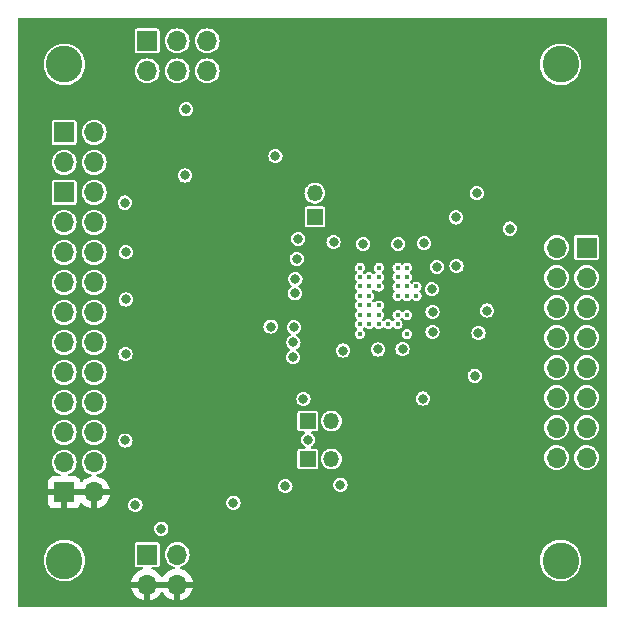
<source format=gbr>
%TF.GenerationSoftware,KiCad,Pcbnew,(7.0.0)*%
%TF.CreationDate,2023-04-27T19:26:51+01:00*%
%TF.ProjectId,OpenBCI_ESP32_ADS1298,4f70656e-4243-4495-9f45-535033325f41,rev?*%
%TF.SameCoordinates,Original*%
%TF.FileFunction,Copper,L5,Inr*%
%TF.FilePolarity,Positive*%
%FSLAX46Y46*%
G04 Gerber Fmt 4.6, Leading zero omitted, Abs format (unit mm)*
G04 Created by KiCad (PCBNEW (7.0.0)) date 2023-04-27 19:26:51*
%MOMM*%
%LPD*%
G01*
G04 APERTURE LIST*
%TA.AperFunction,ComponentPad*%
%ADD10R,1.700000X1.700000*%
%TD*%
%TA.AperFunction,ComponentPad*%
%ADD11O,1.700000X1.700000*%
%TD*%
%TA.AperFunction,ComponentPad*%
%ADD12C,3.100000*%
%TD*%
%TA.AperFunction,ComponentPad*%
%ADD13R,1.350000X1.350000*%
%TD*%
%TA.AperFunction,ComponentPad*%
%ADD14O,1.350000X1.350000*%
%TD*%
%TA.AperFunction,ViaPad*%
%ADD15C,0.800000*%
%TD*%
%TA.AperFunction,ViaPad*%
%ADD16C,0.450000*%
%TD*%
G04 APERTURE END LIST*
D10*
%TO.N,+2V5*%
%TO.C,J1*%
X103969999Y-59749999D03*
D11*
X106509999Y-59749999D03*
%TO.N,GND*%
X103969999Y-62289999D03*
X106509999Y-62289999D03*
D10*
%TO.N,/Analog_Input/BIAS*%
X103969999Y-64829999D03*
D11*
X106509999Y-64829999D03*
%TO.N,/Analog_Input/8N*%
X103969999Y-67369999D03*
%TO.N,/Analog_Input/8P*%
X106509999Y-67369999D03*
%TO.N,/Analog_Input/7N*%
X103969999Y-69909999D03*
%TO.N,/Analog_Input/7P*%
X106509999Y-69909999D03*
%TO.N,/Analog_Input/6N*%
X103969999Y-72449999D03*
%TO.N,/Analog_Input/6P*%
X106509999Y-72449999D03*
%TO.N,/Analog_Input/5N*%
X103969999Y-74989999D03*
%TO.N,/Analog_Input/5P*%
X106509999Y-74989999D03*
%TO.N,/Analog_Input/4N*%
X103969999Y-77529999D03*
%TO.N,/Analog_Input/4P*%
X106509999Y-77529999D03*
%TO.N,/Analog_Input/3N*%
X103969999Y-80069999D03*
%TO.N,/Analog_Input/3P*%
X106509999Y-80069999D03*
%TO.N,/Analog_Input/2N*%
X103969999Y-82609999D03*
%TO.N,/Analog_Input/2P*%
X106509999Y-82609999D03*
%TO.N,/Analog_Input/1N*%
X103969999Y-85149999D03*
%TO.N,/Analog_Input/1P*%
X106509999Y-85149999D03*
%TO.N,/Analog_Input/WCT_OUT*%
X103969999Y-87689999D03*
X106509999Y-87689999D03*
D10*
%TO.N,-2V5*%
X103969999Y-90229999D03*
D11*
X106509999Y-90229999D03*
%TD*%
D10*
%TO.N,+3.3V*%
%TO.C,J2*%
X148199999Y-69499999D03*
D11*
X145659999Y-69499999D03*
%TO.N,/ADS1298/DRDY2*%
X148199999Y-72039999D03*
%TO.N,/ADS1298/DRDY1*%
X145659999Y-72039999D03*
%TO.N,unconnected-(J2-Pin_5-Pad5)*%
X148199999Y-74579999D03*
%TO.N,/ADS1298/DOUT*%
X145659999Y-74579999D03*
%TO.N,unconnected-(J2-Pin_7-Pad7)*%
X148199999Y-77119999D03*
%TO.N,/ADS1298/SCLK*%
X145659999Y-77119999D03*
%TO.N,/ADS1298/CS2*%
X148199999Y-79659999D03*
%TO.N,/ADS1298/CS1*%
X145659999Y-79659999D03*
%TO.N,/ADS1298/RESET*%
X148199999Y-82199999D03*
%TO.N,/ADS1298/CLK*%
X145659999Y-82199999D03*
%TO.N,unconnected-(J2-Pin_13-Pad13)*%
X148199999Y-84739999D03*
%TO.N,/ADS1298/DIN*%
X145659999Y-84739999D03*
%TO.N,GND*%
X148199999Y-87279999D03*
X145659999Y-87279999D03*
%TD*%
D10*
%TO.N,GND*%
%TO.C,J3*%
X110999999Y-51999999D03*
D11*
%TO.N,+2V5*%
X110999999Y-54539999D03*
%TO.N,GND*%
X113539999Y-51999999D03*
%TO.N,+2V5*%
X113539999Y-54539999D03*
%TO.N,GND*%
X116079999Y-51999999D03*
%TO.N,/ADS1298/RL_OUT*%
X116079999Y-54539999D03*
%TD*%
D10*
%TO.N,GND*%
%TO.C,J4*%
X110999999Y-95499999D03*
D11*
%TO.N,-2V5*%
X110999999Y-98039999D03*
%TO.N,GND*%
X113539999Y-95499999D03*
%TO.N,-2V5*%
X113539999Y-98039999D03*
%TD*%
D12*
%TO.N,GND*%
%TO.C,H1*%
X104000000Y-54000000D03*
%TD*%
%TO.N,GND*%
%TO.C,H2*%
X104000000Y-96000000D03*
%TD*%
%TO.N,GND*%
%TO.C,H3*%
X146000000Y-54000000D03*
%TD*%
%TO.N,GND*%
%TO.C,H4*%
X146000000Y-96000000D03*
%TD*%
D13*
%TO.N,Net-(J5-Pin_1)*%
%TO.C,J5*%
X124599999Y-84199999D03*
D14*
%TO.N,Net-(J5-Pin_2)*%
X126599999Y-84199999D03*
%TD*%
D13*
%TO.N,Net-(J6-Pin_1)*%
%TO.C,J6*%
X124599999Y-87399999D03*
D14*
%TO.N,Net-(J6-Pin_2)*%
X126599999Y-87399999D03*
%TD*%
D13*
%TO.N,Net-(J7-Pin_1)*%
%TO.C,J7*%
X125199999Y-66899999D03*
D14*
%TO.N,GND*%
X125199999Y-64899999D03*
%TD*%
D15*
%TO.N,GND*%
X124230000Y-82320000D03*
X134360000Y-82290000D03*
X127360000Y-89580000D03*
X109200000Y-69900000D03*
X138730000Y-80350000D03*
X132620000Y-78090000D03*
X114200000Y-63400000D03*
X114300000Y-57800000D03*
X137130000Y-66950000D03*
X124640000Y-85790000D03*
X110000000Y-91300000D03*
D16*
X133000000Y-72800000D03*
D15*
X112200000Y-93300000D03*
X109200000Y-73900000D03*
X137190000Y-71060000D03*
X118300000Y-91100000D03*
X138900000Y-64900000D03*
D16*
X132200000Y-75200000D03*
X133000000Y-73600000D03*
D15*
X109100000Y-65700000D03*
X130550000Y-78130000D03*
X109157667Y-85834189D03*
X109166432Y-78535681D03*
D16*
X133000000Y-76810000D03*
X130600000Y-74400000D03*
%TO.N,-2V5*%
X131400000Y-71200000D03*
X130600000Y-76800000D03*
X131400000Y-72000000D03*
D15*
X109200000Y-89200000D03*
X133310000Y-69190000D03*
X136700000Y-82240000D03*
D16*
X131400000Y-72800000D03*
D15*
X130740000Y-69180000D03*
X133900000Y-78150000D03*
D16*
X130600000Y-73600000D03*
X131400000Y-73600000D03*
D15*
X132240000Y-82360000D03*
D16*
X133800000Y-71200000D03*
D15*
X128490000Y-82400000D03*
D16*
%TO.N,+2V5*%
X132200000Y-72800000D03*
X130600000Y-72000000D03*
X132200000Y-72000000D03*
X130600000Y-71200000D03*
D15*
X134440000Y-69130000D03*
X129290000Y-69200000D03*
D16*
X132200000Y-71200000D03*
X133000000Y-71200000D03*
%TO.N,/ADS1298/IN1N*%
X129000000Y-76800000D03*
D15*
X123360000Y-78780000D03*
D16*
%TO.N,/ADS1298/IN2N*%
X129000000Y-76000000D03*
D15*
X123380000Y-77540000D03*
%TO.N,/ADS1298/IN3N*%
X123420000Y-76260000D03*
D16*
X129000000Y-75200000D03*
D15*
%TO.N,/ADS1298/IN4N*%
X121450000Y-76190000D03*
D16*
X129000000Y-74400000D03*
D15*
%TO.N,/ADS1298/IN5N*%
X123490000Y-73380000D03*
D16*
X129000000Y-73600000D03*
%TO.N,/ADS1298/IN6N*%
X129000000Y-72800000D03*
D15*
X123550000Y-72190000D03*
D16*
%TO.N,/ADS1298/IN7N*%
X129000000Y-72000000D03*
D15*
X123660000Y-70450000D03*
%TO.N,/ADS1298/IN8N*%
X123790000Y-68760000D03*
D16*
X129000000Y-71200000D03*
D15*
%TO.N,Net-(U7-VCAP3)*%
X132260000Y-69190000D03*
D16*
X133000000Y-72000000D03*
%TO.N,Net-(U7-VCAP4)*%
X129800000Y-76000000D03*
D15*
X127580000Y-78220000D03*
D16*
%TO.N,+3.3V*%
X133800000Y-72800000D03*
D15*
X135160000Y-74940000D03*
X135160000Y-76640000D03*
D16*
X133800000Y-73600000D03*
D15*
X135520000Y-71140000D03*
D16*
X131400000Y-76000000D03*
D15*
X141700000Y-67900000D03*
D16*
%TO.N,/ADS1298/RESET*%
X132200000Y-76000000D03*
D15*
X139050000Y-76760000D03*
%TO.N,/ADS1298/CS*%
X139780000Y-74840000D03*
D16*
X133000000Y-75200000D03*
D15*
%TO.N,/ADS1298/DRDY*%
X135100000Y-73030000D03*
D16*
X132200000Y-73600000D03*
%TO.N,Net-(J5-Pin_1)*%
X129800000Y-74400000D03*
%TO.N,Net-(J5-Pin_2)*%
X129800000Y-75200000D03*
%TO.N,Net-(J6-Pin_1)*%
X130600000Y-75199998D03*
%TO.N,Net-(J6-Pin_2)*%
X130600000Y-76000000D03*
D15*
%TO.N,/ADS1298/WCT*%
X122700000Y-89700000D03*
D16*
X129800000Y-73600000D03*
%TO.N,Net-(J7-Pin_1)*%
X130600000Y-72800000D03*
D15*
%TO.N,Net-(U7-RLDOUT)*%
X126780000Y-69040000D03*
D16*
X129800000Y-72000000D03*
D15*
%TO.N,Net-(U7-RLDINV)*%
X121860000Y-61760000D03*
D16*
X129800000Y-72800000D03*
%TD*%
%TA.AperFunction,Conductor*%
%TO.N,-2V5*%
G36*
X149925000Y-50038763D02*
G01*
X149961237Y-50075000D01*
X149974500Y-50124500D01*
X149974500Y-99875500D01*
X149961237Y-99925000D01*
X149925000Y-99961237D01*
X149875500Y-99974500D01*
X100124500Y-99974500D01*
X100075000Y-99961237D01*
X100038763Y-99925000D01*
X100025500Y-99875500D01*
X100025500Y-98308658D01*
X109667168Y-98308658D01*
X109710174Y-98478488D01*
X109712822Y-98486202D01*
X109799936Y-98684800D01*
X109803822Y-98691980D01*
X109922435Y-98873531D01*
X109927444Y-98879967D01*
X110074325Y-99039523D01*
X110080334Y-99045054D01*
X110251466Y-99178252D01*
X110258300Y-99182717D01*
X110449027Y-99285933D01*
X110456501Y-99289211D01*
X110661620Y-99359629D01*
X110669519Y-99361629D01*
X110731773Y-99372017D01*
X110742822Y-99370640D01*
X110746000Y-99359968D01*
X111254000Y-99359968D01*
X111257177Y-99370640D01*
X111268226Y-99372017D01*
X111330480Y-99361629D01*
X111338379Y-99359629D01*
X111543498Y-99289211D01*
X111550972Y-99285933D01*
X111741699Y-99182717D01*
X111748533Y-99178252D01*
X111919665Y-99045054D01*
X111925674Y-99039523D01*
X112072555Y-98879967D01*
X112077564Y-98873531D01*
X112187121Y-98705843D01*
X112222881Y-98672923D01*
X112270000Y-98660991D01*
X112317119Y-98672923D01*
X112352879Y-98705843D01*
X112462435Y-98873531D01*
X112467444Y-98879967D01*
X112614325Y-99039523D01*
X112620334Y-99045054D01*
X112791466Y-99178252D01*
X112798300Y-99182717D01*
X112989027Y-99285933D01*
X112996501Y-99289211D01*
X113201620Y-99359629D01*
X113209519Y-99361629D01*
X113271773Y-99372017D01*
X113282822Y-99370640D01*
X113286000Y-99359968D01*
X113794000Y-99359968D01*
X113797177Y-99370640D01*
X113808226Y-99372017D01*
X113870480Y-99361629D01*
X113878379Y-99359629D01*
X114083498Y-99289211D01*
X114090972Y-99285933D01*
X114281699Y-99182717D01*
X114288533Y-99178252D01*
X114459665Y-99045054D01*
X114465674Y-99039523D01*
X114612555Y-98879967D01*
X114617564Y-98873531D01*
X114736177Y-98691980D01*
X114740063Y-98684800D01*
X114827177Y-98486202D01*
X114829825Y-98478488D01*
X114872831Y-98308658D01*
X114872209Y-98297373D01*
X114861423Y-98294000D01*
X113807033Y-98294000D01*
X113796754Y-98296754D01*
X113794000Y-98307033D01*
X113794000Y-99359968D01*
X113286000Y-99359968D01*
X113286000Y-98307033D01*
X113283245Y-98296754D01*
X113272967Y-98294000D01*
X111267033Y-98294000D01*
X111256754Y-98296754D01*
X111254000Y-98307033D01*
X111254000Y-99359968D01*
X110746000Y-99359968D01*
X110746000Y-98307033D01*
X110743245Y-98296754D01*
X110732967Y-98294000D01*
X109678577Y-98294000D01*
X109667790Y-98297373D01*
X109667168Y-98308658D01*
X100025500Y-98308658D01*
X100025500Y-97771341D01*
X109667168Y-97771341D01*
X109667790Y-97782626D01*
X109678577Y-97786000D01*
X114861423Y-97786000D01*
X114872209Y-97782626D01*
X114872831Y-97771341D01*
X114829825Y-97601511D01*
X114827177Y-97593797D01*
X114740063Y-97395199D01*
X114736177Y-97388019D01*
X114617564Y-97206468D01*
X114612555Y-97200032D01*
X114465674Y-97040476D01*
X114459665Y-97034945D01*
X114288533Y-96901747D01*
X114281699Y-96897282D01*
X114090972Y-96794066D01*
X114083498Y-96790788D01*
X113878379Y-96720370D01*
X113870481Y-96718370D01*
X113817973Y-96709608D01*
X113770363Y-96687569D01*
X113740699Y-96644296D01*
X113737314Y-96591941D01*
X113761156Y-96545208D01*
X113805530Y-96517221D01*
X113943954Y-96475232D01*
X114126450Y-96377685D01*
X114286410Y-96246410D01*
X114417685Y-96086450D01*
X114463894Y-96000000D01*
X144244592Y-96000000D01*
X144244869Y-96003696D01*
X144263920Y-96257931D01*
X144263921Y-96257941D01*
X144264198Y-96261630D01*
X144265020Y-96265234D01*
X144265022Y-96265243D01*
X144313274Y-96476645D01*
X144322580Y-96517416D01*
X144323926Y-96520846D01*
X144323929Y-96520855D01*
X144417079Y-96758197D01*
X144417081Y-96758203D01*
X144418432Y-96761643D01*
X144549614Y-96988857D01*
X144713195Y-97193981D01*
X144905521Y-97372433D01*
X145122296Y-97520228D01*
X145358677Y-97634063D01*
X145362207Y-97635151D01*
X145362210Y-97635153D01*
X145442485Y-97659914D01*
X145609385Y-97711396D01*
X145613051Y-97711948D01*
X145613053Y-97711949D01*
X145658416Y-97718786D01*
X145868818Y-97750500D01*
X146127477Y-97750500D01*
X146131182Y-97750500D01*
X146390615Y-97711396D01*
X146641323Y-97634063D01*
X146877704Y-97520228D01*
X147094479Y-97372433D01*
X147286805Y-97193981D01*
X147450386Y-96988857D01*
X147581568Y-96761643D01*
X147677420Y-96517416D01*
X147735802Y-96261630D01*
X147755408Y-96000000D01*
X147735802Y-95738370D01*
X147677420Y-95482584D01*
X147581568Y-95238357D01*
X147450386Y-95011143D01*
X147286805Y-94806019D01*
X147094479Y-94627567D01*
X147091420Y-94625481D01*
X147091417Y-94625479D01*
X146880762Y-94481857D01*
X146877704Y-94479772D01*
X146874369Y-94478166D01*
X146874364Y-94478163D01*
X146644657Y-94367542D01*
X146644650Y-94367539D01*
X146641323Y-94365937D01*
X146637799Y-94364850D01*
X146637789Y-94364846D01*
X146394156Y-94289696D01*
X146394152Y-94289695D01*
X146390615Y-94288604D01*
X146386958Y-94288052D01*
X146386946Y-94288050D01*
X146134846Y-94250052D01*
X146134842Y-94250051D01*
X146131182Y-94249500D01*
X145868818Y-94249500D01*
X145865158Y-94250051D01*
X145865153Y-94250052D01*
X145613053Y-94288050D01*
X145613038Y-94288053D01*
X145609385Y-94288604D01*
X145605849Y-94289694D01*
X145605843Y-94289696D01*
X145362210Y-94364846D01*
X145362195Y-94364851D01*
X145358677Y-94365937D01*
X145355353Y-94367537D01*
X145355342Y-94367542D01*
X145125635Y-94478163D01*
X145125624Y-94478169D01*
X145122296Y-94479772D01*
X145119242Y-94481853D01*
X145119237Y-94481857D01*
X144908582Y-94625479D01*
X144908573Y-94625486D01*
X144905521Y-94627567D01*
X144902807Y-94630085D01*
X144902801Y-94630090D01*
X144715909Y-94803500D01*
X144715903Y-94803505D01*
X144713195Y-94806019D01*
X144710893Y-94808905D01*
X144710887Y-94808912D01*
X144551922Y-95008248D01*
X144551917Y-95008253D01*
X144549614Y-95011143D01*
X144547768Y-95014338D01*
X144547764Y-95014346D01*
X144420283Y-95235150D01*
X144420280Y-95235155D01*
X144418432Y-95238357D01*
X144417084Y-95241791D01*
X144417079Y-95241802D01*
X144323929Y-95479144D01*
X144323924Y-95479157D01*
X144322580Y-95482584D01*
X144321758Y-95486182D01*
X144321757Y-95486188D01*
X144265022Y-95734756D01*
X144265020Y-95734767D01*
X144264198Y-95738370D01*
X144263921Y-95742056D01*
X144263920Y-95742068D01*
X144245488Y-95988038D01*
X144244592Y-96000000D01*
X114463894Y-96000000D01*
X114515232Y-95903954D01*
X114575300Y-95705934D01*
X114595583Y-95500000D01*
X114575300Y-95294066D01*
X114515232Y-95096046D01*
X114417685Y-94913550D01*
X114286410Y-94753590D01*
X114126450Y-94622315D01*
X114122166Y-94620025D01*
X114122163Y-94620023D01*
X113948248Y-94527063D01*
X113948246Y-94527062D01*
X113943954Y-94524768D01*
X113939293Y-94523354D01*
X113750590Y-94466112D01*
X113750586Y-94466111D01*
X113745934Y-94464700D01*
X113540000Y-94444417D01*
X113535157Y-94444894D01*
X113338908Y-94464223D01*
X113338907Y-94464223D01*
X113334066Y-94464700D01*
X113329415Y-94466110D01*
X113329409Y-94466112D01*
X113140706Y-94523354D01*
X113140702Y-94523355D01*
X113136046Y-94524768D01*
X113131757Y-94527060D01*
X113131751Y-94527063D01*
X112957836Y-94620023D01*
X112957828Y-94620028D01*
X112953550Y-94622315D01*
X112949796Y-94625394D01*
X112949791Y-94625399D01*
X112797354Y-94750500D01*
X112797348Y-94750505D01*
X112793590Y-94753590D01*
X112790505Y-94757348D01*
X112790500Y-94757354D01*
X112665399Y-94909791D01*
X112665394Y-94909796D01*
X112662315Y-94913550D01*
X112660028Y-94917828D01*
X112660023Y-94917836D01*
X112567063Y-95091751D01*
X112567060Y-95091757D01*
X112564768Y-95096046D01*
X112563355Y-95100702D01*
X112563354Y-95100706D01*
X112506112Y-95289409D01*
X112506110Y-95289415D01*
X112504700Y-95294066D01*
X112484417Y-95500000D01*
X112504700Y-95705934D01*
X112564768Y-95903954D01*
X112567062Y-95908246D01*
X112567063Y-95908248D01*
X112660023Y-96082163D01*
X112660025Y-96082166D01*
X112662315Y-96086450D01*
X112793590Y-96246410D01*
X112953550Y-96377685D01*
X113136046Y-96475232D01*
X113274469Y-96517221D01*
X113318843Y-96545208D01*
X113342685Y-96591941D01*
X113339300Y-96644296D01*
X113309636Y-96687569D01*
X113262026Y-96709608D01*
X113209518Y-96718370D01*
X113201620Y-96720370D01*
X112996501Y-96790788D01*
X112989027Y-96794066D01*
X112798300Y-96897282D01*
X112791466Y-96901747D01*
X112620334Y-97034945D01*
X112614325Y-97040476D01*
X112467444Y-97200032D01*
X112462435Y-97206468D01*
X112352879Y-97374156D01*
X112317119Y-97407076D01*
X112270000Y-97419008D01*
X112222881Y-97407076D01*
X112187121Y-97374156D01*
X112077564Y-97206468D01*
X112072555Y-97200032D01*
X111925674Y-97040476D01*
X111919665Y-97034945D01*
X111748533Y-96901747D01*
X111741699Y-96897282D01*
X111550972Y-96794066D01*
X111543498Y-96790788D01*
X111404692Y-96743136D01*
X111359728Y-96711591D01*
X111338499Y-96660933D01*
X111347540Y-96606756D01*
X111384067Y-96565737D01*
X111436837Y-96550500D01*
X111864890Y-96550500D01*
X111869748Y-96550500D01*
X111928231Y-96538867D01*
X111994552Y-96494552D01*
X112038867Y-96428231D01*
X112050500Y-96369748D01*
X112050500Y-94630252D01*
X112038867Y-94571769D01*
X111994552Y-94505448D01*
X111986441Y-94500028D01*
X111936340Y-94466551D01*
X111936338Y-94466550D01*
X111928231Y-94461133D01*
X111918667Y-94459230D01*
X111918666Y-94459230D01*
X111874511Y-94450447D01*
X111874506Y-94450446D01*
X111869748Y-94449500D01*
X110130252Y-94449500D01*
X110125494Y-94450446D01*
X110125488Y-94450447D01*
X110081333Y-94459230D01*
X110081330Y-94459231D01*
X110071769Y-94461133D01*
X110063663Y-94466549D01*
X110063659Y-94466551D01*
X110013558Y-94500028D01*
X110013555Y-94500030D01*
X110005448Y-94505448D01*
X110000030Y-94513555D01*
X110000028Y-94513558D01*
X109966551Y-94563659D01*
X109966549Y-94563663D01*
X109961133Y-94571769D01*
X109959231Y-94581330D01*
X109959230Y-94581333D01*
X109950447Y-94625488D01*
X109950446Y-94625494D01*
X109949500Y-94630252D01*
X109949500Y-96369748D01*
X109950446Y-96374506D01*
X109950447Y-96374511D01*
X109951534Y-96379976D01*
X109961133Y-96428231D01*
X109966550Y-96436338D01*
X109966551Y-96436340D01*
X109993483Y-96476646D01*
X110005448Y-96494552D01*
X110071769Y-96538867D01*
X110130252Y-96550500D01*
X110135110Y-96550500D01*
X110563163Y-96550500D01*
X110615933Y-96565737D01*
X110652460Y-96606756D01*
X110661501Y-96660933D01*
X110640272Y-96711591D01*
X110595308Y-96743136D01*
X110456501Y-96790788D01*
X110449027Y-96794066D01*
X110258300Y-96897282D01*
X110251466Y-96901747D01*
X110080334Y-97034945D01*
X110074325Y-97040476D01*
X109927444Y-97200032D01*
X109922435Y-97206468D01*
X109803822Y-97388019D01*
X109799936Y-97395199D01*
X109712822Y-97593797D01*
X109710174Y-97601511D01*
X109667168Y-97771341D01*
X100025500Y-97771341D01*
X100025500Y-96000000D01*
X102244592Y-96000000D01*
X102244869Y-96003696D01*
X102263920Y-96257931D01*
X102263921Y-96257941D01*
X102264198Y-96261630D01*
X102265020Y-96265234D01*
X102265022Y-96265243D01*
X102313274Y-96476645D01*
X102322580Y-96517416D01*
X102323926Y-96520846D01*
X102323929Y-96520855D01*
X102417079Y-96758197D01*
X102417081Y-96758203D01*
X102418432Y-96761643D01*
X102549614Y-96988857D01*
X102713195Y-97193981D01*
X102905521Y-97372433D01*
X103122296Y-97520228D01*
X103358677Y-97634063D01*
X103362207Y-97635151D01*
X103362210Y-97635153D01*
X103442485Y-97659914D01*
X103609385Y-97711396D01*
X103613051Y-97711948D01*
X103613053Y-97711949D01*
X103658416Y-97718786D01*
X103868818Y-97750500D01*
X104127477Y-97750500D01*
X104131182Y-97750500D01*
X104390615Y-97711396D01*
X104641323Y-97634063D01*
X104877704Y-97520228D01*
X105094479Y-97372433D01*
X105286805Y-97193981D01*
X105450386Y-96988857D01*
X105581568Y-96761643D01*
X105677420Y-96517416D01*
X105735802Y-96261630D01*
X105755408Y-96000000D01*
X105735802Y-95738370D01*
X105677420Y-95482584D01*
X105581568Y-95238357D01*
X105450386Y-95011143D01*
X105286805Y-94806019D01*
X105094479Y-94627567D01*
X105091420Y-94625481D01*
X105091417Y-94625479D01*
X104880762Y-94481857D01*
X104877704Y-94479772D01*
X104874369Y-94478166D01*
X104874364Y-94478163D01*
X104644657Y-94367542D01*
X104644650Y-94367539D01*
X104641323Y-94365937D01*
X104637799Y-94364850D01*
X104637789Y-94364846D01*
X104394156Y-94289696D01*
X104394152Y-94289695D01*
X104390615Y-94288604D01*
X104386958Y-94288052D01*
X104386946Y-94288050D01*
X104134846Y-94250052D01*
X104134842Y-94250051D01*
X104131182Y-94249500D01*
X103868818Y-94249500D01*
X103865158Y-94250051D01*
X103865153Y-94250052D01*
X103613053Y-94288050D01*
X103613038Y-94288053D01*
X103609385Y-94288604D01*
X103605849Y-94289694D01*
X103605843Y-94289696D01*
X103362210Y-94364846D01*
X103362195Y-94364851D01*
X103358677Y-94365937D01*
X103355353Y-94367537D01*
X103355342Y-94367542D01*
X103125635Y-94478163D01*
X103125624Y-94478169D01*
X103122296Y-94479772D01*
X103119242Y-94481853D01*
X103119237Y-94481857D01*
X102908582Y-94625479D01*
X102908573Y-94625486D01*
X102905521Y-94627567D01*
X102902807Y-94630085D01*
X102902801Y-94630090D01*
X102715909Y-94803500D01*
X102715903Y-94803505D01*
X102713195Y-94806019D01*
X102710893Y-94808905D01*
X102710887Y-94808912D01*
X102551922Y-95008248D01*
X102551917Y-95008253D01*
X102549614Y-95011143D01*
X102547768Y-95014338D01*
X102547764Y-95014346D01*
X102420283Y-95235150D01*
X102420280Y-95235155D01*
X102418432Y-95238357D01*
X102417084Y-95241791D01*
X102417079Y-95241802D01*
X102323929Y-95479144D01*
X102323924Y-95479157D01*
X102322580Y-95482584D01*
X102321758Y-95486182D01*
X102321757Y-95486188D01*
X102265022Y-95734756D01*
X102265020Y-95734767D01*
X102264198Y-95738370D01*
X102263921Y-95742056D01*
X102263920Y-95742068D01*
X102245488Y-95988038D01*
X102244592Y-96000000D01*
X100025500Y-96000000D01*
X100025500Y-93300000D01*
X111594318Y-93300000D01*
X111595165Y-93306434D01*
X111614108Y-93450326D01*
X111614109Y-93450331D01*
X111614956Y-93456762D01*
X111675464Y-93602841D01*
X111771718Y-93728282D01*
X111897159Y-93824536D01*
X112043238Y-93885044D01*
X112200000Y-93905682D01*
X112356762Y-93885044D01*
X112502841Y-93824536D01*
X112628282Y-93728282D01*
X112724536Y-93602841D01*
X112785044Y-93456762D01*
X112805682Y-93300000D01*
X112785044Y-93143238D01*
X112724536Y-92997159D01*
X112628282Y-92871718D01*
X112502841Y-92775464D01*
X112496847Y-92772981D01*
X112496845Y-92772980D01*
X112362759Y-92717440D01*
X112362758Y-92717439D01*
X112356762Y-92714956D01*
X112350331Y-92714109D01*
X112350326Y-92714108D01*
X112206434Y-92695165D01*
X112200000Y-92694318D01*
X112193566Y-92695165D01*
X112049673Y-92714108D01*
X112049666Y-92714109D01*
X112043238Y-92714956D01*
X112037243Y-92717439D01*
X112037240Y-92717440D01*
X111903154Y-92772980D01*
X111903149Y-92772982D01*
X111897159Y-92775464D01*
X111892015Y-92779411D01*
X111892010Y-92779414D01*
X111776871Y-92867763D01*
X111776866Y-92867767D01*
X111771718Y-92871718D01*
X111767767Y-92876866D01*
X111767763Y-92876871D01*
X111679414Y-92992010D01*
X111679411Y-92992015D01*
X111675464Y-92997159D01*
X111672982Y-93003149D01*
X111672980Y-93003154D01*
X111617440Y-93137240D01*
X111614956Y-93143238D01*
X111614109Y-93149666D01*
X111614108Y-93149673D01*
X111595165Y-93293566D01*
X111594318Y-93300000D01*
X100025500Y-93300000D01*
X100025500Y-91125944D01*
X102612000Y-91125944D01*
X102612282Y-91131217D01*
X102617843Y-91182939D01*
X102620668Y-91194895D01*
X102667079Y-91319327D01*
X102673797Y-91331631D01*
X102752849Y-91437231D01*
X102762768Y-91447150D01*
X102868368Y-91526202D01*
X102880672Y-91532920D01*
X103005104Y-91579331D01*
X103017060Y-91582156D01*
X103068782Y-91587717D01*
X103074056Y-91588000D01*
X103702967Y-91588000D01*
X103713245Y-91585245D01*
X103716000Y-91574967D01*
X104224000Y-91574967D01*
X104226754Y-91585245D01*
X104237033Y-91588000D01*
X104865944Y-91588000D01*
X104871217Y-91587717D01*
X104922939Y-91582156D01*
X104934895Y-91579331D01*
X105059327Y-91532920D01*
X105071631Y-91526202D01*
X105177231Y-91447150D01*
X105187150Y-91437231D01*
X105266202Y-91331631D01*
X105272920Y-91319327D01*
X105319331Y-91194895D01*
X105323582Y-91176908D01*
X105325651Y-91177397D01*
X105343157Y-91135176D01*
X105389155Y-91103365D01*
X105445053Y-91101557D01*
X105493011Y-91130329D01*
X105584325Y-91229523D01*
X105590334Y-91235054D01*
X105761466Y-91368252D01*
X105768300Y-91372717D01*
X105959027Y-91475933D01*
X105966501Y-91479211D01*
X106171620Y-91549629D01*
X106179519Y-91551629D01*
X106241773Y-91562017D01*
X106252822Y-91560640D01*
X106256000Y-91549968D01*
X106764000Y-91549968D01*
X106767177Y-91560640D01*
X106778226Y-91562017D01*
X106840480Y-91551629D01*
X106848379Y-91549629D01*
X107053498Y-91479211D01*
X107060972Y-91475933D01*
X107251699Y-91372717D01*
X107258533Y-91368252D01*
X107346223Y-91300000D01*
X109394318Y-91300000D01*
X109395165Y-91306434D01*
X109414108Y-91450326D01*
X109414109Y-91450331D01*
X109414956Y-91456762D01*
X109417439Y-91462758D01*
X109417440Y-91462759D01*
X109469316Y-91588000D01*
X109475464Y-91602841D01*
X109479413Y-91607988D01*
X109479414Y-91607989D01*
X109553726Y-91704835D01*
X109571718Y-91728282D01*
X109697159Y-91824536D01*
X109843238Y-91885044D01*
X110000000Y-91905682D01*
X110156762Y-91885044D01*
X110302841Y-91824536D01*
X110428282Y-91728282D01*
X110524536Y-91602841D01*
X110585044Y-91456762D01*
X110605682Y-91300000D01*
X110585044Y-91143238D01*
X110567134Y-91100000D01*
X117694318Y-91100000D01*
X117695165Y-91106434D01*
X117714108Y-91250326D01*
X117714109Y-91250331D01*
X117714956Y-91256762D01*
X117717439Y-91262758D01*
X117717440Y-91262759D01*
X117761136Y-91368252D01*
X117775464Y-91402841D01*
X117779413Y-91407988D01*
X117779414Y-91407989D01*
X117834064Y-91479211D01*
X117871718Y-91528282D01*
X117997159Y-91624536D01*
X118143238Y-91685044D01*
X118300000Y-91705682D01*
X118456762Y-91685044D01*
X118602841Y-91624536D01*
X118728282Y-91528282D01*
X118824536Y-91402841D01*
X118885044Y-91256762D01*
X118905682Y-91100000D01*
X118885044Y-90943238D01*
X118824536Y-90797159D01*
X118728282Y-90671718D01*
X118602841Y-90575464D01*
X118596847Y-90572981D01*
X118596845Y-90572980D01*
X118462759Y-90517440D01*
X118462758Y-90517439D01*
X118456762Y-90514956D01*
X118450331Y-90514109D01*
X118450326Y-90514108D01*
X118306434Y-90495165D01*
X118300000Y-90494318D01*
X118293566Y-90495165D01*
X118149673Y-90514108D01*
X118149666Y-90514109D01*
X118143238Y-90514956D01*
X118137243Y-90517439D01*
X118137240Y-90517440D01*
X118003154Y-90572980D01*
X118003149Y-90572982D01*
X117997159Y-90575464D01*
X117992015Y-90579411D01*
X117992010Y-90579414D01*
X117876871Y-90667763D01*
X117876866Y-90667767D01*
X117871718Y-90671718D01*
X117867767Y-90676866D01*
X117867763Y-90676871D01*
X117779414Y-90792010D01*
X117779411Y-90792015D01*
X117775464Y-90797159D01*
X117772982Y-90803149D01*
X117772980Y-90803154D01*
X117717440Y-90937240D01*
X117714956Y-90943238D01*
X117714109Y-90949666D01*
X117714108Y-90949673D01*
X117699119Y-91063531D01*
X117694318Y-91100000D01*
X110567134Y-91100000D01*
X110524536Y-90997159D01*
X110428282Y-90871718D01*
X110338927Y-90803154D01*
X110307989Y-90779414D01*
X110307988Y-90779413D01*
X110302841Y-90775464D01*
X110296847Y-90772981D01*
X110296845Y-90772980D01*
X110162759Y-90717440D01*
X110162758Y-90717439D01*
X110156762Y-90714956D01*
X110150331Y-90714109D01*
X110150326Y-90714108D01*
X110006434Y-90695165D01*
X110000000Y-90694318D01*
X109993566Y-90695165D01*
X109849673Y-90714108D01*
X109849666Y-90714109D01*
X109843238Y-90714956D01*
X109837243Y-90717439D01*
X109837240Y-90717440D01*
X109703154Y-90772980D01*
X109703149Y-90772982D01*
X109697159Y-90775464D01*
X109692015Y-90779411D01*
X109692010Y-90779414D01*
X109576871Y-90867763D01*
X109576866Y-90867767D01*
X109571718Y-90871718D01*
X109567767Y-90876866D01*
X109567763Y-90876871D01*
X109479414Y-90992010D01*
X109479411Y-90992015D01*
X109475464Y-90997159D01*
X109472982Y-91003149D01*
X109472980Y-91003154D01*
X109422119Y-91125944D01*
X109414956Y-91143238D01*
X109414109Y-91149666D01*
X109414108Y-91149673D01*
X109400010Y-91256762D01*
X109394318Y-91300000D01*
X107346223Y-91300000D01*
X107429665Y-91235054D01*
X107435674Y-91229523D01*
X107582555Y-91069967D01*
X107587564Y-91063531D01*
X107706177Y-90881980D01*
X107710063Y-90874800D01*
X107797177Y-90676202D01*
X107799825Y-90668488D01*
X107842831Y-90498658D01*
X107842209Y-90487373D01*
X107831423Y-90484000D01*
X106777033Y-90484000D01*
X106766754Y-90486754D01*
X106764000Y-90497033D01*
X106764000Y-91549968D01*
X106256000Y-91549968D01*
X106256000Y-90497033D01*
X106253245Y-90486754D01*
X106242967Y-90484000D01*
X104237033Y-90484000D01*
X104226754Y-90486754D01*
X104224000Y-90497033D01*
X104224000Y-91574967D01*
X103716000Y-91574967D01*
X103716000Y-90497033D01*
X103713245Y-90486754D01*
X103702967Y-90484000D01*
X102625033Y-90484000D01*
X102614754Y-90486754D01*
X102612000Y-90497033D01*
X102612000Y-91125944D01*
X100025500Y-91125944D01*
X100025500Y-89962967D01*
X102612000Y-89962967D01*
X102614754Y-89973245D01*
X102625033Y-89976000D01*
X107831423Y-89976000D01*
X107842209Y-89972626D01*
X107842831Y-89961341D01*
X107799825Y-89791511D01*
X107797177Y-89783797D01*
X107760420Y-89700000D01*
X122094318Y-89700000D01*
X122095165Y-89706434D01*
X122114108Y-89850326D01*
X122114109Y-89850331D01*
X122114956Y-89856762D01*
X122117439Y-89862758D01*
X122117440Y-89862759D01*
X122162948Y-89972626D01*
X122175464Y-90002841D01*
X122271718Y-90128282D01*
X122397159Y-90224536D01*
X122543238Y-90285044D01*
X122700000Y-90305682D01*
X122856762Y-90285044D01*
X123002841Y-90224536D01*
X123128282Y-90128282D01*
X123224536Y-90002841D01*
X123285044Y-89856762D01*
X123305682Y-89700000D01*
X123289884Y-89580000D01*
X126754318Y-89580000D01*
X126755165Y-89586434D01*
X126774108Y-89730326D01*
X126774109Y-89730331D01*
X126774956Y-89736762D01*
X126777439Y-89742758D01*
X126777440Y-89742759D01*
X126827145Y-89862759D01*
X126835464Y-89882841D01*
X126839413Y-89887988D01*
X126839414Y-89887989D01*
X126896946Y-89962967D01*
X126931718Y-90008282D01*
X127057159Y-90104536D01*
X127203238Y-90165044D01*
X127360000Y-90185682D01*
X127516762Y-90165044D01*
X127662841Y-90104536D01*
X127788282Y-90008282D01*
X127884536Y-89882841D01*
X127945044Y-89736762D01*
X127965682Y-89580000D01*
X127945044Y-89423238D01*
X127884536Y-89277159D01*
X127788282Y-89151718D01*
X127714580Y-89095165D01*
X127667989Y-89059414D01*
X127667988Y-89059413D01*
X127662841Y-89055464D01*
X127656847Y-89052981D01*
X127656845Y-89052980D01*
X127522759Y-88997440D01*
X127522758Y-88997439D01*
X127516762Y-88994956D01*
X127510331Y-88994109D01*
X127510326Y-88994108D01*
X127366434Y-88975165D01*
X127360000Y-88974318D01*
X127353566Y-88975165D01*
X127209673Y-88994108D01*
X127209666Y-88994109D01*
X127203238Y-88994956D01*
X127197243Y-88997439D01*
X127197240Y-88997440D01*
X127063154Y-89052980D01*
X127063149Y-89052982D01*
X127057159Y-89055464D01*
X127052015Y-89059411D01*
X127052010Y-89059414D01*
X126936871Y-89147763D01*
X126936866Y-89147767D01*
X126931718Y-89151718D01*
X126927767Y-89156866D01*
X126927763Y-89156871D01*
X126839414Y-89272010D01*
X126839411Y-89272015D01*
X126835464Y-89277159D01*
X126832982Y-89283149D01*
X126832980Y-89283154D01*
X126785758Y-89397159D01*
X126774956Y-89423238D01*
X126774109Y-89429666D01*
X126774108Y-89429673D01*
X126755165Y-89573566D01*
X126754318Y-89580000D01*
X123289884Y-89580000D01*
X123285044Y-89543238D01*
X123224536Y-89397159D01*
X123128282Y-89271718D01*
X123119662Y-89265104D01*
X123007989Y-89179414D01*
X123007988Y-89179413D01*
X123002841Y-89175464D01*
X122996847Y-89172981D01*
X122996845Y-89172980D01*
X122862759Y-89117440D01*
X122862758Y-89117439D01*
X122856762Y-89114956D01*
X122850331Y-89114109D01*
X122850326Y-89114108D01*
X122706434Y-89095165D01*
X122700000Y-89094318D01*
X122693566Y-89095165D01*
X122549673Y-89114108D01*
X122549666Y-89114109D01*
X122543238Y-89114956D01*
X122537243Y-89117439D01*
X122537240Y-89117440D01*
X122403154Y-89172980D01*
X122403149Y-89172982D01*
X122397159Y-89175464D01*
X122392015Y-89179411D01*
X122392010Y-89179414D01*
X122276871Y-89267763D01*
X122276866Y-89267767D01*
X122271718Y-89271718D01*
X122267767Y-89276866D01*
X122267763Y-89276871D01*
X122179414Y-89392010D01*
X122179411Y-89392015D01*
X122175464Y-89397159D01*
X122172982Y-89403149D01*
X122172980Y-89403154D01*
X122161996Y-89429673D01*
X122114956Y-89543238D01*
X122114109Y-89549666D01*
X122114108Y-89549673D01*
X122109269Y-89586434D01*
X122094318Y-89700000D01*
X107760420Y-89700000D01*
X107710063Y-89585199D01*
X107706177Y-89578019D01*
X107587564Y-89396468D01*
X107582555Y-89390032D01*
X107435674Y-89230476D01*
X107429665Y-89224945D01*
X107258533Y-89091747D01*
X107251699Y-89087282D01*
X107060972Y-88984066D01*
X107053498Y-88980788D01*
X106848379Y-88910370D01*
X106840481Y-88908370D01*
X106787973Y-88899608D01*
X106740363Y-88877569D01*
X106710699Y-88834296D01*
X106707314Y-88781941D01*
X106731156Y-88735208D01*
X106775530Y-88707221D01*
X106913954Y-88665232D01*
X107096450Y-88567685D01*
X107256410Y-88436410D01*
X107387685Y-88276450D01*
X107484808Y-88094748D01*
X123724500Y-88094748D01*
X123736133Y-88153231D01*
X123741550Y-88161338D01*
X123741551Y-88161340D01*
X123775028Y-88211441D01*
X123780448Y-88219552D01*
X123846769Y-88263867D01*
X123905252Y-88275500D01*
X125289890Y-88275500D01*
X125294748Y-88275500D01*
X125353231Y-88263867D01*
X125419552Y-88219552D01*
X125463867Y-88153231D01*
X125475500Y-88094748D01*
X125475500Y-87400000D01*
X125719678Y-87400000D01*
X125720220Y-87405157D01*
X125738372Y-87577870D01*
X125738373Y-87577877D01*
X125738915Y-87583029D01*
X125740516Y-87587958D01*
X125740517Y-87587960D01*
X125794183Y-87753128D01*
X125794186Y-87753134D01*
X125795786Y-87758059D01*
X125798379Y-87762551D01*
X125798380Y-87762552D01*
X125885209Y-87912945D01*
X125885212Y-87912950D01*
X125887805Y-87917440D01*
X126010950Y-88054207D01*
X126015140Y-88057251D01*
X126015142Y-88057253D01*
X126132864Y-88142782D01*
X126159839Y-88162381D01*
X126327966Y-88237236D01*
X126507981Y-88275500D01*
X126686831Y-88275500D01*
X126692019Y-88275500D01*
X126872034Y-88237236D01*
X127040161Y-88162381D01*
X127189050Y-88054207D01*
X127312195Y-87917440D01*
X127404214Y-87758059D01*
X127461085Y-87583029D01*
X127480322Y-87400000D01*
X127467710Y-87280000D01*
X144604417Y-87280000D01*
X144624700Y-87485934D01*
X144684768Y-87683954D01*
X144687062Y-87688246D01*
X144687063Y-87688248D01*
X144780023Y-87862163D01*
X144780025Y-87862166D01*
X144782315Y-87866450D01*
X144913590Y-88026410D01*
X145073550Y-88157685D01*
X145077835Y-88159975D01*
X145077836Y-88159976D01*
X145086277Y-88164488D01*
X145256046Y-88255232D01*
X145454066Y-88315300D01*
X145660000Y-88335583D01*
X145865934Y-88315300D01*
X146063954Y-88255232D01*
X146246450Y-88157685D01*
X146406410Y-88026410D01*
X146537685Y-87866450D01*
X146635232Y-87683954D01*
X146695300Y-87485934D01*
X146715583Y-87280000D01*
X147144417Y-87280000D01*
X147164700Y-87485934D01*
X147224768Y-87683954D01*
X147227062Y-87688246D01*
X147227063Y-87688248D01*
X147320023Y-87862163D01*
X147320025Y-87862166D01*
X147322315Y-87866450D01*
X147453590Y-88026410D01*
X147613550Y-88157685D01*
X147617835Y-88159975D01*
X147617836Y-88159976D01*
X147626277Y-88164488D01*
X147796046Y-88255232D01*
X147994066Y-88315300D01*
X148200000Y-88335583D01*
X148405934Y-88315300D01*
X148603954Y-88255232D01*
X148786450Y-88157685D01*
X148946410Y-88026410D01*
X149077685Y-87866450D01*
X149175232Y-87683954D01*
X149235300Y-87485934D01*
X149255583Y-87280000D01*
X149235300Y-87074066D01*
X149175232Y-86876046D01*
X149083940Y-86705252D01*
X149079976Y-86697836D01*
X149079975Y-86697835D01*
X149077685Y-86693550D01*
X148946410Y-86533590D01*
X148936647Y-86525578D01*
X148790208Y-86405399D01*
X148790207Y-86405398D01*
X148786450Y-86402315D01*
X148782166Y-86400025D01*
X148782163Y-86400023D01*
X148608248Y-86307063D01*
X148608246Y-86307062D01*
X148603954Y-86304768D01*
X148477553Y-86266425D01*
X148410590Y-86246112D01*
X148410586Y-86246111D01*
X148405934Y-86244700D01*
X148200000Y-86224417D01*
X148195157Y-86224894D01*
X147998908Y-86244223D01*
X147998907Y-86244223D01*
X147994066Y-86244700D01*
X147989415Y-86246110D01*
X147989409Y-86246112D01*
X147800706Y-86303354D01*
X147800702Y-86303355D01*
X147796046Y-86304768D01*
X147791757Y-86307060D01*
X147791751Y-86307063D01*
X147617836Y-86400023D01*
X147617828Y-86400028D01*
X147613550Y-86402315D01*
X147609796Y-86405394D01*
X147609791Y-86405399D01*
X147457356Y-86530499D01*
X147453590Y-86533590D01*
X147450505Y-86537348D01*
X147450500Y-86537354D01*
X147325399Y-86689791D01*
X147325394Y-86689796D01*
X147322315Y-86693550D01*
X147320028Y-86697828D01*
X147320023Y-86697836D01*
X147227063Y-86871751D01*
X147227060Y-86871757D01*
X147224768Y-86876046D01*
X147223355Y-86880702D01*
X147223354Y-86880706D01*
X147166112Y-87069409D01*
X147166110Y-87069415D01*
X147164700Y-87074066D01*
X147144417Y-87280000D01*
X146715583Y-87280000D01*
X146695300Y-87074066D01*
X146635232Y-86876046D01*
X146543940Y-86705252D01*
X146539976Y-86697836D01*
X146539975Y-86697835D01*
X146537685Y-86693550D01*
X146406410Y-86533590D01*
X146396647Y-86525578D01*
X146250208Y-86405399D01*
X146250207Y-86405398D01*
X146246450Y-86402315D01*
X146242166Y-86400025D01*
X146242163Y-86400023D01*
X146068248Y-86307063D01*
X146068246Y-86307062D01*
X146063954Y-86304768D01*
X145937553Y-86266425D01*
X145870590Y-86246112D01*
X145870586Y-86246111D01*
X145865934Y-86244700D01*
X145660000Y-86224417D01*
X145655157Y-86224894D01*
X145458908Y-86244223D01*
X145458907Y-86244223D01*
X145454066Y-86244700D01*
X145449415Y-86246110D01*
X145449409Y-86246112D01*
X145260706Y-86303354D01*
X145260702Y-86303355D01*
X145256046Y-86304768D01*
X145251757Y-86307060D01*
X145251751Y-86307063D01*
X145077836Y-86400023D01*
X145077828Y-86400028D01*
X145073550Y-86402315D01*
X145069796Y-86405394D01*
X145069791Y-86405399D01*
X144917356Y-86530499D01*
X144913590Y-86533590D01*
X144910505Y-86537348D01*
X144910500Y-86537354D01*
X144785399Y-86689791D01*
X144785394Y-86689796D01*
X144782315Y-86693550D01*
X144780028Y-86697828D01*
X144780023Y-86697836D01*
X144687063Y-86871751D01*
X144687060Y-86871757D01*
X144684768Y-86876046D01*
X144683355Y-86880702D01*
X144683354Y-86880706D01*
X144626112Y-87069409D01*
X144626110Y-87069415D01*
X144624700Y-87074066D01*
X144604417Y-87280000D01*
X127467710Y-87280000D01*
X127461085Y-87216971D01*
X127404214Y-87041941D01*
X127312195Y-86882560D01*
X127189050Y-86745793D01*
X127184860Y-86742749D01*
X127184857Y-86742746D01*
X127044351Y-86640663D01*
X127044349Y-86640662D01*
X127040161Y-86637619D01*
X127035429Y-86635512D01*
X127035427Y-86635511D01*
X126876773Y-86564874D01*
X126872034Y-86562764D01*
X126866967Y-86561686D01*
X126866961Y-86561685D01*
X126697091Y-86525578D01*
X126697090Y-86525577D01*
X126692019Y-86524500D01*
X126507981Y-86524500D01*
X126502910Y-86525577D01*
X126502908Y-86525578D01*
X126333038Y-86561685D01*
X126333030Y-86561687D01*
X126327966Y-86562764D01*
X126323229Y-86564872D01*
X126323226Y-86564874D01*
X126164572Y-86635511D01*
X126164566Y-86635514D01*
X126159839Y-86637619D01*
X126155654Y-86640659D01*
X126155648Y-86640663D01*
X126015142Y-86742746D01*
X126015134Y-86742752D01*
X126010950Y-86745793D01*
X126007484Y-86749642D01*
X126007480Y-86749646D01*
X125891277Y-86878703D01*
X125891273Y-86878707D01*
X125887805Y-86882560D01*
X125885215Y-86887044D01*
X125885209Y-86887054D01*
X125798380Y-87037447D01*
X125798377Y-87037451D01*
X125795786Y-87041941D01*
X125794187Y-87046861D01*
X125794183Y-87046871D01*
X125740517Y-87212039D01*
X125740516Y-87212043D01*
X125738915Y-87216971D01*
X125738373Y-87222120D01*
X125738372Y-87222129D01*
X125731165Y-87290706D01*
X125719678Y-87400000D01*
X125475500Y-87400000D01*
X125475500Y-86705252D01*
X125463867Y-86646769D01*
X125419552Y-86580448D01*
X125411441Y-86575028D01*
X125361340Y-86541551D01*
X125361338Y-86541550D01*
X125353231Y-86536133D01*
X125343667Y-86534230D01*
X125343666Y-86534230D01*
X125299511Y-86525447D01*
X125299506Y-86525446D01*
X125294748Y-86524500D01*
X124933650Y-86524500D01*
X124881923Y-86509911D01*
X124845440Y-86470445D01*
X124834955Y-86417733D01*
X124853557Y-86367309D01*
X124895764Y-86334036D01*
X124898039Y-86333093D01*
X124942841Y-86314536D01*
X125068282Y-86218282D01*
X125164536Y-86092841D01*
X125225044Y-85946762D01*
X125245682Y-85790000D01*
X125225044Y-85633238D01*
X125164536Y-85487159D01*
X125068282Y-85361718D01*
X125027217Y-85330208D01*
X124947989Y-85269414D01*
X124947988Y-85269413D01*
X124942841Y-85265464D01*
X124936846Y-85262981D01*
X124932092Y-85260236D01*
X124895856Y-85223999D01*
X124882593Y-85174499D01*
X124895857Y-85125000D01*
X124932093Y-85088763D01*
X124981593Y-85075500D01*
X125289890Y-85075500D01*
X125294748Y-85075500D01*
X125353231Y-85063867D01*
X125419552Y-85019552D01*
X125463867Y-84953231D01*
X125475500Y-84894748D01*
X125475500Y-84200000D01*
X125719678Y-84200000D01*
X125720220Y-84205157D01*
X125738372Y-84377870D01*
X125738373Y-84377877D01*
X125738915Y-84383029D01*
X125740516Y-84387958D01*
X125740517Y-84387960D01*
X125794183Y-84553128D01*
X125794186Y-84553134D01*
X125795786Y-84558059D01*
X125798379Y-84562551D01*
X125798380Y-84562552D01*
X125885209Y-84712945D01*
X125885212Y-84712950D01*
X125887805Y-84717440D01*
X126010950Y-84854207D01*
X126015140Y-84857251D01*
X126015142Y-84857253D01*
X126128221Y-84939409D01*
X126159839Y-84962381D01*
X126327966Y-85037236D01*
X126507981Y-85075500D01*
X126686831Y-85075500D01*
X126692019Y-85075500D01*
X126872034Y-85037236D01*
X127040161Y-84962381D01*
X127189050Y-84854207D01*
X127291882Y-84740000D01*
X144604417Y-84740000D01*
X144624700Y-84945934D01*
X144626111Y-84950586D01*
X144626112Y-84950590D01*
X144663715Y-85074552D01*
X144684768Y-85143954D01*
X144687062Y-85148246D01*
X144687063Y-85148248D01*
X144780023Y-85322163D01*
X144780025Y-85322166D01*
X144782315Y-85326450D01*
X144785398Y-85330207D01*
X144785399Y-85330208D01*
X144844277Y-85401952D01*
X144913590Y-85486410D01*
X145073550Y-85617685D01*
X145256046Y-85715232D01*
X145454066Y-85775300D01*
X145660000Y-85795583D01*
X145865934Y-85775300D01*
X146063954Y-85715232D01*
X146246450Y-85617685D01*
X146406410Y-85486410D01*
X146537685Y-85326450D01*
X146635232Y-85143954D01*
X146695300Y-84945934D01*
X146715583Y-84740000D01*
X147144417Y-84740000D01*
X147164700Y-84945934D01*
X147166111Y-84950586D01*
X147166112Y-84950590D01*
X147203715Y-85074552D01*
X147224768Y-85143954D01*
X147227062Y-85148246D01*
X147227063Y-85148248D01*
X147320023Y-85322163D01*
X147320025Y-85322166D01*
X147322315Y-85326450D01*
X147325398Y-85330207D01*
X147325399Y-85330208D01*
X147384277Y-85401952D01*
X147453590Y-85486410D01*
X147613550Y-85617685D01*
X147796046Y-85715232D01*
X147994066Y-85775300D01*
X148200000Y-85795583D01*
X148405934Y-85775300D01*
X148603954Y-85715232D01*
X148786450Y-85617685D01*
X148946410Y-85486410D01*
X149077685Y-85326450D01*
X149175232Y-85143954D01*
X149235300Y-84945934D01*
X149255583Y-84740000D01*
X149235300Y-84534066D01*
X149175232Y-84336046D01*
X149077685Y-84153550D01*
X148946410Y-83993590D01*
X148786450Y-83862315D01*
X148782166Y-83860025D01*
X148782163Y-83860023D01*
X148608248Y-83767063D01*
X148608246Y-83767062D01*
X148603954Y-83764768D01*
X148599293Y-83763354D01*
X148410590Y-83706112D01*
X148410586Y-83706111D01*
X148405934Y-83704700D01*
X148200000Y-83684417D01*
X148195157Y-83684894D01*
X147998908Y-83704223D01*
X147998907Y-83704223D01*
X147994066Y-83704700D01*
X147989415Y-83706110D01*
X147989409Y-83706112D01*
X147800706Y-83763354D01*
X147800702Y-83763355D01*
X147796046Y-83764768D01*
X147791757Y-83767060D01*
X147791751Y-83767063D01*
X147617836Y-83860023D01*
X147617828Y-83860028D01*
X147613550Y-83862315D01*
X147609796Y-83865394D01*
X147609791Y-83865399D01*
X147457354Y-83990500D01*
X147457348Y-83990505D01*
X147453590Y-83993590D01*
X147450505Y-83997348D01*
X147450500Y-83997354D01*
X147325399Y-84149791D01*
X147325394Y-84149796D01*
X147322315Y-84153550D01*
X147320028Y-84157828D01*
X147320023Y-84157836D01*
X147227063Y-84331751D01*
X147227060Y-84331757D01*
X147224768Y-84336046D01*
X147223355Y-84340702D01*
X147223354Y-84340706D01*
X147166112Y-84529409D01*
X147166110Y-84529415D01*
X147164700Y-84534066D01*
X147164223Y-84538907D01*
X147164223Y-84538908D01*
X147162337Y-84558059D01*
X147144417Y-84740000D01*
X146715583Y-84740000D01*
X146695300Y-84534066D01*
X146635232Y-84336046D01*
X146537685Y-84153550D01*
X146406410Y-83993590D01*
X146246450Y-83862315D01*
X146242166Y-83860025D01*
X146242163Y-83860023D01*
X146068248Y-83767063D01*
X146068246Y-83767062D01*
X146063954Y-83764768D01*
X146059293Y-83763354D01*
X145870590Y-83706112D01*
X145870586Y-83706111D01*
X145865934Y-83704700D01*
X145660000Y-83684417D01*
X145655157Y-83684894D01*
X145458908Y-83704223D01*
X145458907Y-83704223D01*
X145454066Y-83704700D01*
X145449415Y-83706110D01*
X145449409Y-83706112D01*
X145260706Y-83763354D01*
X145260702Y-83763355D01*
X145256046Y-83764768D01*
X145251757Y-83767060D01*
X145251751Y-83767063D01*
X145077836Y-83860023D01*
X145077828Y-83860028D01*
X145073550Y-83862315D01*
X145069796Y-83865394D01*
X145069791Y-83865399D01*
X144917354Y-83990500D01*
X144917348Y-83990505D01*
X144913590Y-83993590D01*
X144910505Y-83997348D01*
X144910500Y-83997354D01*
X144785399Y-84149791D01*
X144785394Y-84149796D01*
X144782315Y-84153550D01*
X144780028Y-84157828D01*
X144780023Y-84157836D01*
X144687063Y-84331751D01*
X144687060Y-84331757D01*
X144684768Y-84336046D01*
X144683355Y-84340702D01*
X144683354Y-84340706D01*
X144626112Y-84529409D01*
X144626110Y-84529415D01*
X144624700Y-84534066D01*
X144624223Y-84538907D01*
X144624223Y-84538908D01*
X144622337Y-84558059D01*
X144604417Y-84740000D01*
X127291882Y-84740000D01*
X127312195Y-84717440D01*
X127404214Y-84558059D01*
X127461085Y-84383029D01*
X127480322Y-84200000D01*
X127461085Y-84016971D01*
X127404214Y-83841941D01*
X127312195Y-83682560D01*
X127189050Y-83545793D01*
X127184860Y-83542749D01*
X127184857Y-83542746D01*
X127044351Y-83440663D01*
X127044349Y-83440662D01*
X127040161Y-83437619D01*
X127035429Y-83435512D01*
X127035427Y-83435511D01*
X126876773Y-83364874D01*
X126872034Y-83362764D01*
X126866967Y-83361686D01*
X126866961Y-83361685D01*
X126697091Y-83325578D01*
X126697090Y-83325577D01*
X126692019Y-83324500D01*
X126507981Y-83324500D01*
X126502910Y-83325577D01*
X126502908Y-83325578D01*
X126333038Y-83361685D01*
X126333030Y-83361687D01*
X126327966Y-83362764D01*
X126323229Y-83364872D01*
X126323226Y-83364874D01*
X126164572Y-83435511D01*
X126164566Y-83435514D01*
X126159839Y-83437619D01*
X126155654Y-83440659D01*
X126155648Y-83440663D01*
X126015142Y-83542746D01*
X126015134Y-83542752D01*
X126010950Y-83545793D01*
X126007484Y-83549642D01*
X126007480Y-83549646D01*
X125891277Y-83678703D01*
X125891273Y-83678707D01*
X125887805Y-83682560D01*
X125885215Y-83687044D01*
X125885209Y-83687054D01*
X125798380Y-83837447D01*
X125798377Y-83837451D01*
X125795786Y-83841941D01*
X125794187Y-83846861D01*
X125794183Y-83846871D01*
X125740517Y-84012039D01*
X125740516Y-84012043D01*
X125738915Y-84016971D01*
X125738373Y-84022120D01*
X125738372Y-84022129D01*
X125722330Y-84174768D01*
X125719678Y-84200000D01*
X125475500Y-84200000D01*
X125475500Y-83505252D01*
X125463867Y-83446769D01*
X125419552Y-83380448D01*
X125411441Y-83375028D01*
X125361340Y-83341551D01*
X125361338Y-83341550D01*
X125353231Y-83336133D01*
X125343667Y-83334230D01*
X125343666Y-83334230D01*
X125299511Y-83325447D01*
X125299506Y-83325446D01*
X125294748Y-83324500D01*
X123905252Y-83324500D01*
X123900494Y-83325446D01*
X123900488Y-83325447D01*
X123856333Y-83334230D01*
X123856330Y-83334231D01*
X123846769Y-83336133D01*
X123838663Y-83341549D01*
X123838659Y-83341551D01*
X123788558Y-83375028D01*
X123788555Y-83375030D01*
X123780448Y-83380448D01*
X123775030Y-83388555D01*
X123775028Y-83388558D01*
X123741551Y-83438659D01*
X123741549Y-83438663D01*
X123736133Y-83446769D01*
X123734231Y-83456330D01*
X123734230Y-83456333D01*
X123725447Y-83500488D01*
X123725446Y-83500494D01*
X123724500Y-83505252D01*
X123724500Y-84894748D01*
X123725446Y-84899506D01*
X123725447Y-84899511D01*
X123733718Y-84941091D01*
X123736133Y-84953231D01*
X123741550Y-84961338D01*
X123741551Y-84961340D01*
X123775028Y-85011441D01*
X123780448Y-85019552D01*
X123846769Y-85063867D01*
X123905252Y-85075500D01*
X123910110Y-85075500D01*
X124298407Y-85075500D01*
X124347907Y-85088763D01*
X124384143Y-85125000D01*
X124397407Y-85174499D01*
X124384144Y-85223999D01*
X124347908Y-85260236D01*
X124343152Y-85262981D01*
X124337159Y-85265464D01*
X124332015Y-85269411D01*
X124332010Y-85269414D01*
X124216871Y-85357763D01*
X124216866Y-85357767D01*
X124211718Y-85361718D01*
X124207767Y-85366866D01*
X124207763Y-85366871D01*
X124119414Y-85482010D01*
X124119411Y-85482015D01*
X124115464Y-85487159D01*
X124112982Y-85493149D01*
X124112980Y-85493154D01*
X124062676Y-85614600D01*
X124054956Y-85633238D01*
X124054109Y-85639666D01*
X124054108Y-85639673D01*
X124044161Y-85715232D01*
X124034318Y-85790000D01*
X124035165Y-85796434D01*
X124054108Y-85940326D01*
X124054109Y-85940331D01*
X124054956Y-85946762D01*
X124057439Y-85952758D01*
X124057440Y-85952759D01*
X124087197Y-86024600D01*
X124115464Y-86092841D01*
X124119413Y-86097988D01*
X124119414Y-86097989D01*
X124153321Y-86142178D01*
X124211718Y-86218282D01*
X124337159Y-86314536D01*
X124378207Y-86331538D01*
X124384236Y-86334036D01*
X124426443Y-86367309D01*
X124445045Y-86417733D01*
X124434560Y-86470445D01*
X124398077Y-86509911D01*
X124346350Y-86524500D01*
X123905252Y-86524500D01*
X123900494Y-86525446D01*
X123900488Y-86525447D01*
X123856333Y-86534230D01*
X123856330Y-86534231D01*
X123846769Y-86536133D01*
X123838663Y-86541549D01*
X123838659Y-86541551D01*
X123788558Y-86575028D01*
X123788555Y-86575030D01*
X123780448Y-86580448D01*
X123775030Y-86588555D01*
X123775028Y-86588558D01*
X123741551Y-86638659D01*
X123741549Y-86638663D01*
X123736133Y-86646769D01*
X123734231Y-86656330D01*
X123734230Y-86656333D01*
X123725447Y-86700488D01*
X123725446Y-86700494D01*
X123724500Y-86705252D01*
X123724500Y-88094748D01*
X107484808Y-88094748D01*
X107485232Y-88093954D01*
X107545300Y-87895934D01*
X107565583Y-87690000D01*
X107545300Y-87484066D01*
X107485232Y-87286046D01*
X107387685Y-87103550D01*
X107256410Y-86943590D01*
X107177344Y-86878703D01*
X107100208Y-86815399D01*
X107100207Y-86815398D01*
X107096450Y-86812315D01*
X107092166Y-86810025D01*
X107092163Y-86810023D01*
X106918248Y-86717063D01*
X106918246Y-86717062D01*
X106913954Y-86714768D01*
X106909293Y-86713354D01*
X106720590Y-86656112D01*
X106720586Y-86656111D01*
X106715934Y-86654700D01*
X106510000Y-86634417D01*
X106505157Y-86634894D01*
X106308908Y-86654223D01*
X106308907Y-86654223D01*
X106304066Y-86654700D01*
X106299415Y-86656110D01*
X106299409Y-86656112D01*
X106110706Y-86713354D01*
X106110702Y-86713355D01*
X106106046Y-86714768D01*
X106101757Y-86717060D01*
X106101751Y-86717063D01*
X105927836Y-86810023D01*
X105927828Y-86810028D01*
X105923550Y-86812315D01*
X105919796Y-86815394D01*
X105919791Y-86815399D01*
X105767354Y-86940500D01*
X105767348Y-86940505D01*
X105763590Y-86943590D01*
X105760505Y-86947348D01*
X105760500Y-86947354D01*
X105635399Y-87099791D01*
X105635394Y-87099796D01*
X105632315Y-87103550D01*
X105630028Y-87107828D01*
X105630023Y-87107836D01*
X105537063Y-87281751D01*
X105537060Y-87281757D01*
X105534768Y-87286046D01*
X105533355Y-87290702D01*
X105533354Y-87290706D01*
X105476112Y-87479409D01*
X105476110Y-87479415D01*
X105474700Y-87484066D01*
X105454417Y-87690000D01*
X105474700Y-87895934D01*
X105476111Y-87900586D01*
X105476112Y-87900590D01*
X105482393Y-87921296D01*
X105534768Y-88093954D01*
X105537062Y-88098246D01*
X105537063Y-88098248D01*
X105630023Y-88272163D01*
X105630025Y-88272166D01*
X105632315Y-88276450D01*
X105635398Y-88280207D01*
X105635399Y-88280208D01*
X105663038Y-88313887D01*
X105763590Y-88436410D01*
X105923550Y-88567685D01*
X106106046Y-88665232D01*
X106244469Y-88707221D01*
X106288843Y-88735208D01*
X106312685Y-88781941D01*
X106309300Y-88834296D01*
X106279636Y-88877569D01*
X106232026Y-88899608D01*
X106179518Y-88908370D01*
X106171620Y-88910370D01*
X105966501Y-88980788D01*
X105959027Y-88984066D01*
X105768300Y-89087282D01*
X105761466Y-89091747D01*
X105590334Y-89224945D01*
X105584318Y-89230483D01*
X105493010Y-89329670D01*
X105445054Y-89358442D01*
X105389157Y-89356635D01*
X105343159Y-89324826D01*
X105325650Y-89282603D01*
X105323582Y-89283092D01*
X105319331Y-89265104D01*
X105272920Y-89140672D01*
X105266202Y-89128368D01*
X105187150Y-89022768D01*
X105177231Y-89012849D01*
X105071631Y-88933797D01*
X105059327Y-88927079D01*
X104934895Y-88880668D01*
X104922939Y-88877843D01*
X104871217Y-88872282D01*
X104865944Y-88872000D01*
X104359734Y-88872000D01*
X104306359Y-88856379D01*
X104269828Y-88814447D01*
X104261668Y-88759436D01*
X104284454Y-88708704D01*
X104330996Y-88678263D01*
X104373954Y-88665232D01*
X104556450Y-88567685D01*
X104716410Y-88436410D01*
X104847685Y-88276450D01*
X104945232Y-88093954D01*
X105005300Y-87895934D01*
X105025583Y-87690000D01*
X105005300Y-87484066D01*
X104945232Y-87286046D01*
X104847685Y-87103550D01*
X104716410Y-86943590D01*
X104637344Y-86878703D01*
X104560208Y-86815399D01*
X104560207Y-86815398D01*
X104556450Y-86812315D01*
X104552166Y-86810025D01*
X104552163Y-86810023D01*
X104378248Y-86717063D01*
X104378246Y-86717062D01*
X104373954Y-86714768D01*
X104369293Y-86713354D01*
X104180590Y-86656112D01*
X104180586Y-86656111D01*
X104175934Y-86654700D01*
X103970000Y-86634417D01*
X103965157Y-86634894D01*
X103768908Y-86654223D01*
X103768907Y-86654223D01*
X103764066Y-86654700D01*
X103759415Y-86656110D01*
X103759409Y-86656112D01*
X103570706Y-86713354D01*
X103570702Y-86713355D01*
X103566046Y-86714768D01*
X103561757Y-86717060D01*
X103561751Y-86717063D01*
X103387836Y-86810023D01*
X103387828Y-86810028D01*
X103383550Y-86812315D01*
X103379796Y-86815394D01*
X103379791Y-86815399D01*
X103227354Y-86940500D01*
X103227348Y-86940505D01*
X103223590Y-86943590D01*
X103220505Y-86947348D01*
X103220500Y-86947354D01*
X103095399Y-87099791D01*
X103095394Y-87099796D01*
X103092315Y-87103550D01*
X103090028Y-87107828D01*
X103090023Y-87107836D01*
X102997063Y-87281751D01*
X102997060Y-87281757D01*
X102994768Y-87286046D01*
X102993355Y-87290702D01*
X102993354Y-87290706D01*
X102936112Y-87479409D01*
X102936110Y-87479415D01*
X102934700Y-87484066D01*
X102914417Y-87690000D01*
X102934700Y-87895934D01*
X102936111Y-87900586D01*
X102936112Y-87900590D01*
X102942393Y-87921296D01*
X102994768Y-88093954D01*
X102997062Y-88098246D01*
X102997063Y-88098248D01*
X103090023Y-88272163D01*
X103090025Y-88272166D01*
X103092315Y-88276450D01*
X103095398Y-88280207D01*
X103095399Y-88280208D01*
X103123038Y-88313887D01*
X103223590Y-88436410D01*
X103383550Y-88567685D01*
X103566046Y-88665232D01*
X103609004Y-88678263D01*
X103655546Y-88708704D01*
X103678332Y-88759436D01*
X103670172Y-88814447D01*
X103633641Y-88856379D01*
X103580266Y-88872000D01*
X103074056Y-88872000D01*
X103068782Y-88872282D01*
X103017060Y-88877843D01*
X103005104Y-88880668D01*
X102880672Y-88927079D01*
X102868368Y-88933797D01*
X102762768Y-89012849D01*
X102752849Y-89022768D01*
X102673797Y-89128368D01*
X102667079Y-89140672D01*
X102620668Y-89265104D01*
X102617843Y-89277060D01*
X102612282Y-89328782D01*
X102612000Y-89334056D01*
X102612000Y-89962967D01*
X100025500Y-89962967D01*
X100025500Y-85150000D01*
X102914417Y-85150000D01*
X102934700Y-85355934D01*
X102936111Y-85360586D01*
X102936112Y-85360590D01*
X102989729Y-85537343D01*
X102994768Y-85553954D01*
X102997062Y-85558246D01*
X102997063Y-85558248D01*
X103090023Y-85732163D01*
X103090025Y-85732166D01*
X103092315Y-85736450D01*
X103095398Y-85740207D01*
X103095399Y-85740208D01*
X103167246Y-85827755D01*
X103223590Y-85896410D01*
X103383550Y-86027685D01*
X103566046Y-86125232D01*
X103764066Y-86185300D01*
X103970000Y-86205583D01*
X104175934Y-86185300D01*
X104373954Y-86125232D01*
X104556450Y-86027685D01*
X104716410Y-85896410D01*
X104847685Y-85736450D01*
X104945232Y-85553954D01*
X105005300Y-85355934D01*
X105025583Y-85150000D01*
X105454417Y-85150000D01*
X105474700Y-85355934D01*
X105476111Y-85360586D01*
X105476112Y-85360590D01*
X105529729Y-85537343D01*
X105534768Y-85553954D01*
X105537062Y-85558246D01*
X105537063Y-85558248D01*
X105630023Y-85732163D01*
X105630025Y-85732166D01*
X105632315Y-85736450D01*
X105635398Y-85740207D01*
X105635399Y-85740208D01*
X105707246Y-85827755D01*
X105763590Y-85896410D01*
X105923550Y-86027685D01*
X106106046Y-86125232D01*
X106304066Y-86185300D01*
X106510000Y-86205583D01*
X106715934Y-86185300D01*
X106913954Y-86125232D01*
X107096450Y-86027685D01*
X107256410Y-85896410D01*
X107307473Y-85834189D01*
X108551985Y-85834189D01*
X108552832Y-85840623D01*
X108571775Y-85984515D01*
X108571776Y-85984520D01*
X108572623Y-85990951D01*
X108575106Y-85996947D01*
X108575107Y-85996948D01*
X108616959Y-86097989D01*
X108633131Y-86137030D01*
X108637080Y-86142177D01*
X108637081Y-86142178D01*
X108698511Y-86222236D01*
X108729385Y-86262471D01*
X108854826Y-86358725D01*
X109000905Y-86419233D01*
X109157667Y-86439871D01*
X109314429Y-86419233D01*
X109460508Y-86358725D01*
X109585949Y-86262471D01*
X109682203Y-86137030D01*
X109742711Y-85990951D01*
X109763349Y-85834189D01*
X109742711Y-85677427D01*
X109682203Y-85531348D01*
X109585949Y-85405907D01*
X109523206Y-85357763D01*
X109465656Y-85313603D01*
X109465655Y-85313602D01*
X109460508Y-85309653D01*
X109454514Y-85307170D01*
X109454512Y-85307169D01*
X109320426Y-85251629D01*
X109320425Y-85251628D01*
X109314429Y-85249145D01*
X109307998Y-85248298D01*
X109307993Y-85248297D01*
X109164101Y-85229354D01*
X109157667Y-85228507D01*
X109151233Y-85229354D01*
X109007340Y-85248297D01*
X109007333Y-85248298D01*
X109000905Y-85249145D01*
X108994910Y-85251628D01*
X108994907Y-85251629D01*
X108860821Y-85307169D01*
X108860816Y-85307171D01*
X108854826Y-85309653D01*
X108849682Y-85313600D01*
X108849677Y-85313603D01*
X108734538Y-85401952D01*
X108734533Y-85401956D01*
X108729385Y-85405907D01*
X108725434Y-85411055D01*
X108725430Y-85411060D01*
X108637081Y-85526199D01*
X108637078Y-85526204D01*
X108633131Y-85531348D01*
X108630649Y-85537338D01*
X108630647Y-85537343D01*
X108588261Y-85639673D01*
X108572623Y-85677427D01*
X108571776Y-85683855D01*
X108571775Y-85683862D01*
X108552832Y-85827755D01*
X108551985Y-85834189D01*
X107307473Y-85834189D01*
X107387685Y-85736450D01*
X107485232Y-85553954D01*
X107545300Y-85355934D01*
X107565583Y-85150000D01*
X107545300Y-84944066D01*
X107485232Y-84746046D01*
X107387685Y-84563550D01*
X107256410Y-84403590D01*
X107168873Y-84331751D01*
X107100208Y-84275399D01*
X107100207Y-84275398D01*
X107096450Y-84272315D01*
X107092166Y-84270025D01*
X107092163Y-84270023D01*
X106918248Y-84177063D01*
X106918246Y-84177062D01*
X106913954Y-84174768D01*
X106909293Y-84173354D01*
X106720590Y-84116112D01*
X106720586Y-84116111D01*
X106715934Y-84114700D01*
X106510000Y-84094417D01*
X106505157Y-84094894D01*
X106308908Y-84114223D01*
X106308907Y-84114223D01*
X106304066Y-84114700D01*
X106299415Y-84116110D01*
X106299409Y-84116112D01*
X106110706Y-84173354D01*
X106110702Y-84173355D01*
X106106046Y-84174768D01*
X106101757Y-84177060D01*
X106101751Y-84177063D01*
X105927836Y-84270023D01*
X105927828Y-84270028D01*
X105923550Y-84272315D01*
X105919796Y-84275394D01*
X105919791Y-84275399D01*
X105767354Y-84400500D01*
X105767348Y-84400505D01*
X105763590Y-84403590D01*
X105760505Y-84407348D01*
X105760500Y-84407354D01*
X105635399Y-84559791D01*
X105635394Y-84559796D01*
X105632315Y-84563550D01*
X105630028Y-84567828D01*
X105630023Y-84567836D01*
X105537063Y-84741751D01*
X105537060Y-84741757D01*
X105534768Y-84746046D01*
X105533355Y-84750702D01*
X105533354Y-84750706D01*
X105476112Y-84939409D01*
X105476110Y-84939415D01*
X105474700Y-84944066D01*
X105474223Y-84948907D01*
X105474223Y-84948908D01*
X105468064Y-85011441D01*
X105454417Y-85150000D01*
X105025583Y-85150000D01*
X105005300Y-84944066D01*
X104945232Y-84746046D01*
X104847685Y-84563550D01*
X104716410Y-84403590D01*
X104628873Y-84331751D01*
X104560208Y-84275399D01*
X104560207Y-84275398D01*
X104556450Y-84272315D01*
X104552166Y-84270025D01*
X104552163Y-84270023D01*
X104378248Y-84177063D01*
X104378246Y-84177062D01*
X104373954Y-84174768D01*
X104369293Y-84173354D01*
X104180590Y-84116112D01*
X104180586Y-84116111D01*
X104175934Y-84114700D01*
X103970000Y-84094417D01*
X103965157Y-84094894D01*
X103768908Y-84114223D01*
X103768907Y-84114223D01*
X103764066Y-84114700D01*
X103759415Y-84116110D01*
X103759409Y-84116112D01*
X103570706Y-84173354D01*
X103570702Y-84173355D01*
X103566046Y-84174768D01*
X103561757Y-84177060D01*
X103561751Y-84177063D01*
X103387836Y-84270023D01*
X103387828Y-84270028D01*
X103383550Y-84272315D01*
X103379796Y-84275394D01*
X103379791Y-84275399D01*
X103227354Y-84400500D01*
X103227348Y-84400505D01*
X103223590Y-84403590D01*
X103220505Y-84407348D01*
X103220500Y-84407354D01*
X103095399Y-84559791D01*
X103095394Y-84559796D01*
X103092315Y-84563550D01*
X103090028Y-84567828D01*
X103090023Y-84567836D01*
X102997063Y-84741751D01*
X102997060Y-84741757D01*
X102994768Y-84746046D01*
X102993355Y-84750702D01*
X102993354Y-84750706D01*
X102936112Y-84939409D01*
X102936110Y-84939415D01*
X102934700Y-84944066D01*
X102934223Y-84948907D01*
X102934223Y-84948908D01*
X102928064Y-85011441D01*
X102914417Y-85150000D01*
X100025500Y-85150000D01*
X100025500Y-82610000D01*
X102914417Y-82610000D01*
X102934700Y-82815934D01*
X102936111Y-82820586D01*
X102936112Y-82820590D01*
X102958634Y-82894835D01*
X102994768Y-83013954D01*
X102997062Y-83018246D01*
X102997063Y-83018248D01*
X103090023Y-83192163D01*
X103090025Y-83192166D01*
X103092315Y-83196450D01*
X103095398Y-83200207D01*
X103095399Y-83200208D01*
X103211395Y-83341551D01*
X103223590Y-83356410D01*
X103383550Y-83487685D01*
X103387835Y-83489975D01*
X103387836Y-83489976D01*
X103416415Y-83505252D01*
X103566046Y-83585232D01*
X103764066Y-83645300D01*
X103970000Y-83665583D01*
X104175934Y-83645300D01*
X104373954Y-83585232D01*
X104556450Y-83487685D01*
X104716410Y-83356410D01*
X104847685Y-83196450D01*
X104945232Y-83013954D01*
X105005300Y-82815934D01*
X105025583Y-82610000D01*
X105454417Y-82610000D01*
X105474700Y-82815934D01*
X105476111Y-82820586D01*
X105476112Y-82820590D01*
X105498634Y-82894835D01*
X105534768Y-83013954D01*
X105537062Y-83018246D01*
X105537063Y-83018248D01*
X105630023Y-83192163D01*
X105630025Y-83192166D01*
X105632315Y-83196450D01*
X105635398Y-83200207D01*
X105635399Y-83200208D01*
X105751395Y-83341551D01*
X105763590Y-83356410D01*
X105923550Y-83487685D01*
X105927835Y-83489975D01*
X105927836Y-83489976D01*
X105956415Y-83505252D01*
X106106046Y-83585232D01*
X106304066Y-83645300D01*
X106510000Y-83665583D01*
X106715934Y-83645300D01*
X106913954Y-83585232D01*
X107096450Y-83487685D01*
X107256410Y-83356410D01*
X107387685Y-83196450D01*
X107485232Y-83013954D01*
X107545300Y-82815934D01*
X107565583Y-82610000D01*
X107545300Y-82404066D01*
X107519799Y-82320000D01*
X123624318Y-82320000D01*
X123625165Y-82326434D01*
X123644108Y-82470326D01*
X123644109Y-82470331D01*
X123644956Y-82476762D01*
X123647439Y-82482758D01*
X123647440Y-82482759D01*
X123697640Y-82603954D01*
X123705464Y-82622841D01*
X123801718Y-82748282D01*
X123927159Y-82844536D01*
X124073238Y-82905044D01*
X124230000Y-82925682D01*
X124386762Y-82905044D01*
X124532841Y-82844536D01*
X124658282Y-82748282D01*
X124754536Y-82622841D01*
X124815044Y-82476762D01*
X124835682Y-82320000D01*
X124832579Y-82296434D01*
X124831732Y-82290000D01*
X133754318Y-82290000D01*
X133755165Y-82296434D01*
X133774108Y-82440326D01*
X133774109Y-82440331D01*
X133774956Y-82446762D01*
X133777439Y-82452758D01*
X133777440Y-82452759D01*
X133784716Y-82470326D01*
X133835464Y-82592841D01*
X133839413Y-82597988D01*
X133839414Y-82597989D01*
X133852346Y-82614843D01*
X133931718Y-82718282D01*
X134057159Y-82814536D01*
X134203238Y-82875044D01*
X134360000Y-82895682D01*
X134516762Y-82875044D01*
X134662841Y-82814536D01*
X134788282Y-82718282D01*
X134884536Y-82592841D01*
X134945044Y-82446762D01*
X134965682Y-82290000D01*
X134953833Y-82200000D01*
X144604417Y-82200000D01*
X144624700Y-82405934D01*
X144626111Y-82410586D01*
X144626112Y-82410590D01*
X144683354Y-82599293D01*
X144684768Y-82603954D01*
X144687062Y-82608246D01*
X144687063Y-82608248D01*
X144780023Y-82782163D01*
X144780025Y-82782166D01*
X144782315Y-82786450D01*
X144785398Y-82790207D01*
X144785399Y-82790208D01*
X144877602Y-82902559D01*
X144913590Y-82946410D01*
X145073550Y-83077685D01*
X145256046Y-83175232D01*
X145454066Y-83235300D01*
X145660000Y-83255583D01*
X145865934Y-83235300D01*
X146063954Y-83175232D01*
X146246450Y-83077685D01*
X146406410Y-82946410D01*
X146537685Y-82786450D01*
X146635232Y-82603954D01*
X146695300Y-82405934D01*
X146715583Y-82200000D01*
X147144417Y-82200000D01*
X147164700Y-82405934D01*
X147166111Y-82410586D01*
X147166112Y-82410590D01*
X147223354Y-82599293D01*
X147224768Y-82603954D01*
X147227062Y-82608246D01*
X147227063Y-82608248D01*
X147320023Y-82782163D01*
X147320025Y-82782166D01*
X147322315Y-82786450D01*
X147325398Y-82790207D01*
X147325399Y-82790208D01*
X147417602Y-82902559D01*
X147453590Y-82946410D01*
X147613550Y-83077685D01*
X147796046Y-83175232D01*
X147994066Y-83235300D01*
X148200000Y-83255583D01*
X148405934Y-83235300D01*
X148603954Y-83175232D01*
X148786450Y-83077685D01*
X148946410Y-82946410D01*
X149077685Y-82786450D01*
X149175232Y-82603954D01*
X149235300Y-82405934D01*
X149255583Y-82200000D01*
X149235300Y-81994066D01*
X149175232Y-81796046D01*
X149077685Y-81613550D01*
X148946410Y-81453590D01*
X148786450Y-81322315D01*
X148782166Y-81320025D01*
X148782163Y-81320023D01*
X148608248Y-81227063D01*
X148608246Y-81227062D01*
X148603954Y-81224768D01*
X148599293Y-81223354D01*
X148410590Y-81166112D01*
X148410586Y-81166111D01*
X148405934Y-81164700D01*
X148200000Y-81144417D01*
X148195157Y-81144894D01*
X147998908Y-81164223D01*
X147998907Y-81164223D01*
X147994066Y-81164700D01*
X147989415Y-81166110D01*
X147989409Y-81166112D01*
X147800706Y-81223354D01*
X147800702Y-81223355D01*
X147796046Y-81224768D01*
X147791757Y-81227060D01*
X147791751Y-81227063D01*
X147617836Y-81320023D01*
X147617828Y-81320028D01*
X147613550Y-81322315D01*
X147609796Y-81325394D01*
X147609791Y-81325399D01*
X147457354Y-81450500D01*
X147457348Y-81450505D01*
X147453590Y-81453590D01*
X147450505Y-81457348D01*
X147450500Y-81457354D01*
X147325399Y-81609791D01*
X147325394Y-81609796D01*
X147322315Y-81613550D01*
X147320028Y-81617828D01*
X147320023Y-81617836D01*
X147227063Y-81791751D01*
X147227060Y-81791757D01*
X147224768Y-81796046D01*
X147223355Y-81800702D01*
X147223354Y-81800706D01*
X147166112Y-81989409D01*
X147166110Y-81989415D01*
X147164700Y-81994066D01*
X147164223Y-81998907D01*
X147164223Y-81998908D01*
X147162166Y-82019791D01*
X147144417Y-82200000D01*
X146715583Y-82200000D01*
X146695300Y-81994066D01*
X146635232Y-81796046D01*
X146537685Y-81613550D01*
X146406410Y-81453590D01*
X146246450Y-81322315D01*
X146242166Y-81320025D01*
X146242163Y-81320023D01*
X146068248Y-81227063D01*
X146068246Y-81227062D01*
X146063954Y-81224768D01*
X146059293Y-81223354D01*
X145870590Y-81166112D01*
X145870586Y-81166111D01*
X145865934Y-81164700D01*
X145660000Y-81144417D01*
X145655157Y-81144894D01*
X145458908Y-81164223D01*
X145458907Y-81164223D01*
X145454066Y-81164700D01*
X145449415Y-81166110D01*
X145449409Y-81166112D01*
X145260706Y-81223354D01*
X145260702Y-81223355D01*
X145256046Y-81224768D01*
X145251757Y-81227060D01*
X145251751Y-81227063D01*
X145077836Y-81320023D01*
X145077828Y-81320028D01*
X145073550Y-81322315D01*
X145069796Y-81325394D01*
X145069791Y-81325399D01*
X144917354Y-81450500D01*
X144917348Y-81450505D01*
X144913590Y-81453590D01*
X144910505Y-81457348D01*
X144910500Y-81457354D01*
X144785399Y-81609791D01*
X144785394Y-81609796D01*
X144782315Y-81613550D01*
X144780028Y-81617828D01*
X144780023Y-81617836D01*
X144687063Y-81791751D01*
X144687060Y-81791757D01*
X144684768Y-81796046D01*
X144683355Y-81800702D01*
X144683354Y-81800706D01*
X144626112Y-81989409D01*
X144626110Y-81989415D01*
X144624700Y-81994066D01*
X144624223Y-81998907D01*
X144624223Y-81998908D01*
X144622166Y-82019791D01*
X144604417Y-82200000D01*
X134953833Y-82200000D01*
X134945044Y-82133238D01*
X134884536Y-81987159D01*
X134788282Y-81861718D01*
X134708769Y-81800706D01*
X134667989Y-81769414D01*
X134667988Y-81769413D01*
X134662841Y-81765464D01*
X134656847Y-81762981D01*
X134656845Y-81762980D01*
X134522759Y-81707440D01*
X134522758Y-81707439D01*
X134516762Y-81704956D01*
X134510331Y-81704109D01*
X134510326Y-81704108D01*
X134366434Y-81685165D01*
X134360000Y-81684318D01*
X134353566Y-81685165D01*
X134209673Y-81704108D01*
X134209666Y-81704109D01*
X134203238Y-81704956D01*
X134197243Y-81707439D01*
X134197240Y-81707440D01*
X134063154Y-81762980D01*
X134063149Y-81762982D01*
X134057159Y-81765464D01*
X134052015Y-81769411D01*
X134052010Y-81769414D01*
X133936871Y-81857763D01*
X133936866Y-81857767D01*
X133931718Y-81861718D01*
X133927767Y-81866866D01*
X133927763Y-81866871D01*
X133839414Y-81982010D01*
X133839411Y-81982015D01*
X133835464Y-81987159D01*
X133832982Y-81993149D01*
X133832980Y-81993154D01*
X133777440Y-82127240D01*
X133774956Y-82133238D01*
X133774109Y-82139666D01*
X133774108Y-82139673D01*
X133764757Y-82210706D01*
X133754318Y-82290000D01*
X124831732Y-82290000D01*
X124815891Y-82169673D01*
X124815044Y-82163238D01*
X124754536Y-82017159D01*
X124658282Y-81891718D01*
X124532841Y-81795464D01*
X124526847Y-81792981D01*
X124526845Y-81792980D01*
X124392759Y-81737440D01*
X124392758Y-81737439D01*
X124386762Y-81734956D01*
X124380331Y-81734109D01*
X124380326Y-81734108D01*
X124236434Y-81715165D01*
X124230000Y-81714318D01*
X124223566Y-81715165D01*
X124079673Y-81734108D01*
X124079666Y-81734109D01*
X124073238Y-81734956D01*
X124067243Y-81737439D01*
X124067240Y-81737440D01*
X123933154Y-81792980D01*
X123933149Y-81792982D01*
X123927159Y-81795464D01*
X123922015Y-81799411D01*
X123922010Y-81799414D01*
X123806871Y-81887763D01*
X123806866Y-81887767D01*
X123801718Y-81891718D01*
X123797767Y-81896866D01*
X123797763Y-81896871D01*
X123709414Y-82012010D01*
X123709411Y-82012015D01*
X123705464Y-82017159D01*
X123702982Y-82023149D01*
X123702980Y-82023154D01*
X123647440Y-82157240D01*
X123644956Y-82163238D01*
X123644109Y-82169666D01*
X123644108Y-82169673D01*
X123625165Y-82313566D01*
X123624318Y-82320000D01*
X107519799Y-82320000D01*
X107485232Y-82206046D01*
X107387685Y-82023550D01*
X107256410Y-81863590D01*
X107168873Y-81791751D01*
X107100208Y-81735399D01*
X107100207Y-81735398D01*
X107096450Y-81732315D01*
X107092166Y-81730025D01*
X107092163Y-81730023D01*
X106918248Y-81637063D01*
X106918246Y-81637062D01*
X106913954Y-81634768D01*
X106909293Y-81633354D01*
X106720590Y-81576112D01*
X106720586Y-81576111D01*
X106715934Y-81574700D01*
X106510000Y-81554417D01*
X106505157Y-81554894D01*
X106308908Y-81574223D01*
X106308907Y-81574223D01*
X106304066Y-81574700D01*
X106299415Y-81576110D01*
X106299409Y-81576112D01*
X106110706Y-81633354D01*
X106110702Y-81633355D01*
X106106046Y-81634768D01*
X106101757Y-81637060D01*
X106101751Y-81637063D01*
X105927836Y-81730023D01*
X105927828Y-81730028D01*
X105923550Y-81732315D01*
X105919796Y-81735394D01*
X105919791Y-81735399D01*
X105767354Y-81860500D01*
X105767348Y-81860505D01*
X105763590Y-81863590D01*
X105760505Y-81867348D01*
X105760500Y-81867354D01*
X105635399Y-82019791D01*
X105635394Y-82019796D01*
X105632315Y-82023550D01*
X105630028Y-82027828D01*
X105630023Y-82027836D01*
X105537063Y-82201751D01*
X105537060Y-82201757D01*
X105534768Y-82206046D01*
X105533355Y-82210702D01*
X105533354Y-82210706D01*
X105476112Y-82399409D01*
X105476110Y-82399415D01*
X105474700Y-82404066D01*
X105454417Y-82610000D01*
X105025583Y-82610000D01*
X105005300Y-82404066D01*
X104945232Y-82206046D01*
X104847685Y-82023550D01*
X104716410Y-81863590D01*
X104628873Y-81791751D01*
X104560208Y-81735399D01*
X104560207Y-81735398D01*
X104556450Y-81732315D01*
X104552166Y-81730025D01*
X104552163Y-81730023D01*
X104378248Y-81637063D01*
X104378246Y-81637062D01*
X104373954Y-81634768D01*
X104369293Y-81633354D01*
X104180590Y-81576112D01*
X104180586Y-81576111D01*
X104175934Y-81574700D01*
X103970000Y-81554417D01*
X103965157Y-81554894D01*
X103768908Y-81574223D01*
X103768907Y-81574223D01*
X103764066Y-81574700D01*
X103759415Y-81576110D01*
X103759409Y-81576112D01*
X103570706Y-81633354D01*
X103570702Y-81633355D01*
X103566046Y-81634768D01*
X103561757Y-81637060D01*
X103561751Y-81637063D01*
X103387836Y-81730023D01*
X103387828Y-81730028D01*
X103383550Y-81732315D01*
X103379796Y-81735394D01*
X103379791Y-81735399D01*
X103227354Y-81860500D01*
X103227348Y-81860505D01*
X103223590Y-81863590D01*
X103220505Y-81867348D01*
X103220500Y-81867354D01*
X103095399Y-82019791D01*
X103095394Y-82019796D01*
X103092315Y-82023550D01*
X103090028Y-82027828D01*
X103090023Y-82027836D01*
X102997063Y-82201751D01*
X102997060Y-82201757D01*
X102994768Y-82206046D01*
X102993355Y-82210702D01*
X102993354Y-82210706D01*
X102936112Y-82399409D01*
X102936110Y-82399415D01*
X102934700Y-82404066D01*
X102914417Y-82610000D01*
X100025500Y-82610000D01*
X100025500Y-80070000D01*
X102914417Y-80070000D01*
X102934700Y-80275934D01*
X102936111Y-80280586D01*
X102936112Y-80280590D01*
X102957167Y-80350000D01*
X102994768Y-80473954D01*
X102997062Y-80478246D01*
X102997063Y-80478248D01*
X103090023Y-80652163D01*
X103090025Y-80652166D01*
X103092315Y-80656450D01*
X103095398Y-80660207D01*
X103095399Y-80660208D01*
X103188069Y-80773128D01*
X103223590Y-80816410D01*
X103383550Y-80947685D01*
X103566046Y-81045232D01*
X103764066Y-81105300D01*
X103970000Y-81125583D01*
X104175934Y-81105300D01*
X104373954Y-81045232D01*
X104556450Y-80947685D01*
X104716410Y-80816410D01*
X104847685Y-80656450D01*
X104945232Y-80473954D01*
X105005300Y-80275934D01*
X105025583Y-80070000D01*
X105454417Y-80070000D01*
X105474700Y-80275934D01*
X105476111Y-80280586D01*
X105476112Y-80280590D01*
X105497167Y-80350000D01*
X105534768Y-80473954D01*
X105537062Y-80478246D01*
X105537063Y-80478248D01*
X105630023Y-80652163D01*
X105630025Y-80652166D01*
X105632315Y-80656450D01*
X105635398Y-80660207D01*
X105635399Y-80660208D01*
X105728069Y-80773128D01*
X105763590Y-80816410D01*
X105923550Y-80947685D01*
X106106046Y-81045232D01*
X106304066Y-81105300D01*
X106510000Y-81125583D01*
X106715934Y-81105300D01*
X106913954Y-81045232D01*
X107096450Y-80947685D01*
X107256410Y-80816410D01*
X107387685Y-80656450D01*
X107485232Y-80473954D01*
X107522833Y-80350000D01*
X138124318Y-80350000D01*
X138125165Y-80356434D01*
X138144108Y-80500326D01*
X138144109Y-80500331D01*
X138144956Y-80506762D01*
X138205464Y-80652841D01*
X138209413Y-80657988D01*
X138209414Y-80657989D01*
X138236959Y-80693887D01*
X138301718Y-80778282D01*
X138427159Y-80874536D01*
X138573238Y-80935044D01*
X138730000Y-80955682D01*
X138886762Y-80935044D01*
X139032841Y-80874536D01*
X139158282Y-80778282D01*
X139254536Y-80652841D01*
X139315044Y-80506762D01*
X139335682Y-80350000D01*
X139315044Y-80193238D01*
X139254536Y-80047159D01*
X139158282Y-79921718D01*
X139089458Y-79868908D01*
X139037989Y-79829414D01*
X139037988Y-79829413D01*
X139032841Y-79825464D01*
X139026847Y-79822981D01*
X139026845Y-79822980D01*
X138892759Y-79767440D01*
X138892758Y-79767439D01*
X138886762Y-79764956D01*
X138880331Y-79764109D01*
X138880326Y-79764108D01*
X138736434Y-79745165D01*
X138730000Y-79744318D01*
X138723566Y-79745165D01*
X138579673Y-79764108D01*
X138579666Y-79764109D01*
X138573238Y-79764956D01*
X138567243Y-79767439D01*
X138567240Y-79767440D01*
X138433154Y-79822980D01*
X138433149Y-79822982D01*
X138427159Y-79825464D01*
X138422015Y-79829411D01*
X138422010Y-79829414D01*
X138306871Y-79917763D01*
X138306866Y-79917767D01*
X138301718Y-79921718D01*
X138297767Y-79926866D01*
X138297763Y-79926871D01*
X138209414Y-80042010D01*
X138209411Y-80042015D01*
X138205464Y-80047159D01*
X138202982Y-80053149D01*
X138202980Y-80053154D01*
X138147440Y-80187240D01*
X138144956Y-80193238D01*
X138144109Y-80199666D01*
X138144108Y-80199673D01*
X138134069Y-80275934D01*
X138124318Y-80350000D01*
X107522833Y-80350000D01*
X107545300Y-80275934D01*
X107565583Y-80070000D01*
X107545300Y-79864066D01*
X107485232Y-79666046D01*
X107482000Y-79660000D01*
X144604417Y-79660000D01*
X144624700Y-79865934D01*
X144626111Y-79870586D01*
X144626112Y-79870590D01*
X144643185Y-79926871D01*
X144684768Y-80063954D01*
X144687062Y-80068246D01*
X144687063Y-80068248D01*
X144780023Y-80242163D01*
X144780025Y-80242166D01*
X144782315Y-80246450D01*
X144785398Y-80250207D01*
X144785399Y-80250208D01*
X144862015Y-80343566D01*
X144913590Y-80406410D01*
X145073550Y-80537685D01*
X145256046Y-80635232D01*
X145454066Y-80695300D01*
X145660000Y-80715583D01*
X145865934Y-80695300D01*
X146063954Y-80635232D01*
X146246450Y-80537685D01*
X146406410Y-80406410D01*
X146537685Y-80246450D01*
X146635232Y-80063954D01*
X146695300Y-79865934D01*
X146715583Y-79660000D01*
X147144417Y-79660000D01*
X147164700Y-79865934D01*
X147166111Y-79870586D01*
X147166112Y-79870590D01*
X147183185Y-79926871D01*
X147224768Y-80063954D01*
X147227062Y-80068246D01*
X147227063Y-80068248D01*
X147320023Y-80242163D01*
X147320025Y-80242166D01*
X147322315Y-80246450D01*
X147325398Y-80250207D01*
X147325399Y-80250208D01*
X147402015Y-80343566D01*
X147453590Y-80406410D01*
X147613550Y-80537685D01*
X147796046Y-80635232D01*
X147994066Y-80695300D01*
X148200000Y-80715583D01*
X148405934Y-80695300D01*
X148603954Y-80635232D01*
X148786450Y-80537685D01*
X148946410Y-80406410D01*
X149077685Y-80246450D01*
X149175232Y-80063954D01*
X149235300Y-79865934D01*
X149255583Y-79660000D01*
X149235300Y-79454066D01*
X149175232Y-79256046D01*
X149077685Y-79073550D01*
X148946410Y-78913590D01*
X148786450Y-78782315D01*
X148782166Y-78780025D01*
X148782163Y-78780023D01*
X148608248Y-78687063D01*
X148608246Y-78687062D01*
X148603954Y-78684768D01*
X148599293Y-78683354D01*
X148410590Y-78626112D01*
X148410586Y-78626111D01*
X148405934Y-78624700D01*
X148200000Y-78604417D01*
X148195157Y-78604894D01*
X147998908Y-78624223D01*
X147998907Y-78624223D01*
X147994066Y-78624700D01*
X147989415Y-78626110D01*
X147989409Y-78626112D01*
X147800706Y-78683354D01*
X147800702Y-78683355D01*
X147796046Y-78684768D01*
X147791757Y-78687060D01*
X147791751Y-78687063D01*
X147617836Y-78780023D01*
X147617828Y-78780028D01*
X147613550Y-78782315D01*
X147609796Y-78785394D01*
X147609791Y-78785399D01*
X147457354Y-78910500D01*
X147457348Y-78910505D01*
X147453590Y-78913590D01*
X147450505Y-78917348D01*
X147450500Y-78917354D01*
X147325399Y-79069791D01*
X147325394Y-79069796D01*
X147322315Y-79073550D01*
X147320028Y-79077828D01*
X147320023Y-79077836D01*
X147227063Y-79251751D01*
X147227060Y-79251757D01*
X147224768Y-79256046D01*
X147223355Y-79260702D01*
X147223354Y-79260706D01*
X147166112Y-79449409D01*
X147166110Y-79449415D01*
X147164700Y-79454066D01*
X147144417Y-79660000D01*
X146715583Y-79660000D01*
X146695300Y-79454066D01*
X146635232Y-79256046D01*
X146537685Y-79073550D01*
X146406410Y-78913590D01*
X146246450Y-78782315D01*
X146242166Y-78780025D01*
X146242163Y-78780023D01*
X146068248Y-78687063D01*
X146068246Y-78687062D01*
X146063954Y-78684768D01*
X146059293Y-78683354D01*
X145870590Y-78626112D01*
X145870586Y-78626111D01*
X145865934Y-78624700D01*
X145660000Y-78604417D01*
X145655157Y-78604894D01*
X145458908Y-78624223D01*
X145458907Y-78624223D01*
X145454066Y-78624700D01*
X145449415Y-78626110D01*
X145449409Y-78626112D01*
X145260706Y-78683354D01*
X145260702Y-78683355D01*
X145256046Y-78684768D01*
X145251757Y-78687060D01*
X145251751Y-78687063D01*
X145077836Y-78780023D01*
X145077828Y-78780028D01*
X145073550Y-78782315D01*
X145069796Y-78785394D01*
X145069791Y-78785399D01*
X144917354Y-78910500D01*
X144917348Y-78910505D01*
X144913590Y-78913590D01*
X144910505Y-78917348D01*
X144910500Y-78917354D01*
X144785399Y-79069791D01*
X144785394Y-79069796D01*
X144782315Y-79073550D01*
X144780028Y-79077828D01*
X144780023Y-79077836D01*
X144687063Y-79251751D01*
X144687060Y-79251757D01*
X144684768Y-79256046D01*
X144683355Y-79260702D01*
X144683354Y-79260706D01*
X144626112Y-79449409D01*
X144626110Y-79449415D01*
X144624700Y-79454066D01*
X144604417Y-79660000D01*
X107482000Y-79660000D01*
X107387685Y-79483550D01*
X107256410Y-79323590D01*
X107233192Y-79304536D01*
X107100208Y-79195399D01*
X107100207Y-79195398D01*
X107096450Y-79192315D01*
X107092166Y-79190025D01*
X107092163Y-79190023D01*
X106918248Y-79097063D01*
X106918246Y-79097062D01*
X106913954Y-79094768D01*
X106909293Y-79093354D01*
X106720590Y-79036112D01*
X106720586Y-79036111D01*
X106715934Y-79034700D01*
X106510000Y-79014417D01*
X106505157Y-79014894D01*
X106308908Y-79034223D01*
X106308907Y-79034223D01*
X106304066Y-79034700D01*
X106299415Y-79036110D01*
X106299409Y-79036112D01*
X106110706Y-79093354D01*
X106110702Y-79093355D01*
X106106046Y-79094768D01*
X106101757Y-79097060D01*
X106101751Y-79097063D01*
X105927836Y-79190023D01*
X105927828Y-79190028D01*
X105923550Y-79192315D01*
X105919796Y-79195394D01*
X105919791Y-79195399D01*
X105767354Y-79320500D01*
X105767348Y-79320505D01*
X105763590Y-79323590D01*
X105760505Y-79327348D01*
X105760500Y-79327354D01*
X105635399Y-79479791D01*
X105635394Y-79479796D01*
X105632315Y-79483550D01*
X105630028Y-79487828D01*
X105630023Y-79487836D01*
X105537063Y-79661751D01*
X105537060Y-79661757D01*
X105534768Y-79666046D01*
X105533355Y-79670702D01*
X105533354Y-79670706D01*
X105476112Y-79859409D01*
X105476110Y-79859415D01*
X105474700Y-79864066D01*
X105454417Y-80070000D01*
X105025583Y-80070000D01*
X105005300Y-79864066D01*
X104945232Y-79666046D01*
X104847685Y-79483550D01*
X104716410Y-79323590D01*
X104693192Y-79304536D01*
X104560208Y-79195399D01*
X104560207Y-79195398D01*
X104556450Y-79192315D01*
X104552166Y-79190025D01*
X104552163Y-79190023D01*
X104378248Y-79097063D01*
X104378246Y-79097062D01*
X104373954Y-79094768D01*
X104369293Y-79093354D01*
X104180590Y-79036112D01*
X104180586Y-79036111D01*
X104175934Y-79034700D01*
X103970000Y-79014417D01*
X103965157Y-79014894D01*
X103768908Y-79034223D01*
X103768907Y-79034223D01*
X103764066Y-79034700D01*
X103759415Y-79036110D01*
X103759409Y-79036112D01*
X103570706Y-79093354D01*
X103570702Y-79093355D01*
X103566046Y-79094768D01*
X103561757Y-79097060D01*
X103561751Y-79097063D01*
X103387836Y-79190023D01*
X103387828Y-79190028D01*
X103383550Y-79192315D01*
X103379796Y-79195394D01*
X103379791Y-79195399D01*
X103227354Y-79320500D01*
X103227348Y-79320505D01*
X103223590Y-79323590D01*
X103220505Y-79327348D01*
X103220500Y-79327354D01*
X103095399Y-79479791D01*
X103095394Y-79479796D01*
X103092315Y-79483550D01*
X103090028Y-79487828D01*
X103090023Y-79487836D01*
X102997063Y-79661751D01*
X102997060Y-79661757D01*
X102994768Y-79666046D01*
X102993355Y-79670702D01*
X102993354Y-79670706D01*
X102936112Y-79859409D01*
X102936110Y-79859415D01*
X102934700Y-79864066D01*
X102914417Y-80070000D01*
X100025500Y-80070000D01*
X100025500Y-77530000D01*
X102914417Y-77530000D01*
X102934700Y-77735934D01*
X102936111Y-77740586D01*
X102936112Y-77740590D01*
X102968691Y-77847989D01*
X102994768Y-77933954D01*
X102997062Y-77938246D01*
X102997063Y-77938248D01*
X103090023Y-78112163D01*
X103090025Y-78112166D01*
X103092315Y-78116450D01*
X103095398Y-78120207D01*
X103095399Y-78120208D01*
X103183607Y-78227691D01*
X103223590Y-78276410D01*
X103383550Y-78407685D01*
X103566046Y-78505232D01*
X103764066Y-78565300D01*
X103970000Y-78585583D01*
X104175934Y-78565300D01*
X104373954Y-78505232D01*
X104556450Y-78407685D01*
X104716410Y-78276410D01*
X104847685Y-78116450D01*
X104945232Y-77933954D01*
X105005300Y-77735934D01*
X105025583Y-77530000D01*
X105454417Y-77530000D01*
X105474700Y-77735934D01*
X105476111Y-77740586D01*
X105476112Y-77740590D01*
X105508691Y-77847989D01*
X105534768Y-77933954D01*
X105537062Y-77938246D01*
X105537063Y-77938248D01*
X105630023Y-78112163D01*
X105630025Y-78112166D01*
X105632315Y-78116450D01*
X105635398Y-78120207D01*
X105635399Y-78120208D01*
X105723607Y-78227691D01*
X105763590Y-78276410D01*
X105923550Y-78407685D01*
X106106046Y-78505232D01*
X106304066Y-78565300D01*
X106510000Y-78585583D01*
X106715934Y-78565300D01*
X106813576Y-78535681D01*
X108560750Y-78535681D01*
X108561597Y-78542115D01*
X108580540Y-78686007D01*
X108580541Y-78686012D01*
X108581388Y-78692443D01*
X108583871Y-78698439D01*
X108583872Y-78698440D01*
X108636226Y-78824835D01*
X108641896Y-78838522D01*
X108645845Y-78843669D01*
X108645846Y-78843670D01*
X108721879Y-78942759D01*
X108738150Y-78963963D01*
X108863591Y-79060217D01*
X109009670Y-79120725D01*
X109166432Y-79141363D01*
X109323194Y-79120725D01*
X109469273Y-79060217D01*
X109594714Y-78963963D01*
X109690968Y-78838522D01*
X109715209Y-78780000D01*
X122754318Y-78780000D01*
X122755165Y-78786434D01*
X122774108Y-78930326D01*
X122774109Y-78930331D01*
X122774956Y-78936762D01*
X122777439Y-78942758D01*
X122777440Y-78942759D01*
X122831615Y-79073550D01*
X122835464Y-79082841D01*
X122839413Y-79087988D01*
X122839414Y-79087989D01*
X122921832Y-79195399D01*
X122931718Y-79208282D01*
X123057159Y-79304536D01*
X123203238Y-79365044D01*
X123360000Y-79385682D01*
X123516762Y-79365044D01*
X123662841Y-79304536D01*
X123788282Y-79208282D01*
X123884536Y-79082841D01*
X123945044Y-78936762D01*
X123965682Y-78780000D01*
X123945044Y-78623238D01*
X123884536Y-78477159D01*
X123788282Y-78351718D01*
X123703629Y-78286762D01*
X123667989Y-78259414D01*
X123667988Y-78259413D01*
X123662841Y-78255464D01*
X123656847Y-78252981D01*
X123651512Y-78249901D01*
X123622575Y-78220000D01*
X126974318Y-78220000D01*
X126975165Y-78226434D01*
X126994108Y-78370326D01*
X126994109Y-78370331D01*
X126994956Y-78376762D01*
X126997439Y-78382758D01*
X126997440Y-78382759D01*
X127051440Y-78513128D01*
X127055464Y-78522841D01*
X127059413Y-78527988D01*
X127059414Y-78527989D01*
X127127898Y-78617240D01*
X127151718Y-78648282D01*
X127277159Y-78744536D01*
X127423238Y-78805044D01*
X127580000Y-78825682D01*
X127736762Y-78805044D01*
X127882841Y-78744536D01*
X128008282Y-78648282D01*
X128104536Y-78522841D01*
X128165044Y-78376762D01*
X128183992Y-78232840D01*
X128184835Y-78226434D01*
X128185682Y-78220000D01*
X128173833Y-78130000D01*
X129944318Y-78130000D01*
X129945165Y-78136434D01*
X129964108Y-78280326D01*
X129964109Y-78280331D01*
X129964956Y-78286762D01*
X129967439Y-78292758D01*
X129967440Y-78292759D01*
X130003128Y-78378919D01*
X130025464Y-78432841D01*
X130029413Y-78437988D01*
X130029414Y-78437989D01*
X130109312Y-78542115D01*
X130121718Y-78558282D01*
X130247159Y-78654536D01*
X130393238Y-78715044D01*
X130550000Y-78735682D01*
X130706762Y-78715044D01*
X130852841Y-78654536D01*
X130978282Y-78558282D01*
X131074536Y-78432841D01*
X131135044Y-78286762D01*
X131155682Y-78130000D01*
X131150416Y-78090000D01*
X132014318Y-78090000D01*
X132015165Y-78096434D01*
X132034108Y-78240326D01*
X132034109Y-78240331D01*
X132034956Y-78246762D01*
X132037439Y-78252758D01*
X132037440Y-78252759D01*
X132092362Y-78385354D01*
X132095464Y-78392841D01*
X132099413Y-78397988D01*
X132099414Y-78397989D01*
X132182788Y-78506645D01*
X132191718Y-78518282D01*
X132317159Y-78614536D01*
X132463238Y-78675044D01*
X132620000Y-78695682D01*
X132776762Y-78675044D01*
X132922841Y-78614536D01*
X133048282Y-78518282D01*
X133144536Y-78392841D01*
X133205044Y-78246762D01*
X133225682Y-78090000D01*
X133205044Y-77933238D01*
X133144536Y-77787159D01*
X133048282Y-77661718D01*
X132922841Y-77565464D01*
X132916847Y-77562981D01*
X132916845Y-77562980D01*
X132782759Y-77507440D01*
X132782758Y-77507439D01*
X132776762Y-77504956D01*
X132770331Y-77504109D01*
X132770326Y-77504108D01*
X132626434Y-77485165D01*
X132620000Y-77484318D01*
X132613566Y-77485165D01*
X132469673Y-77504108D01*
X132469666Y-77504109D01*
X132463238Y-77504956D01*
X132457243Y-77507439D01*
X132457240Y-77507440D01*
X132323154Y-77562980D01*
X132323149Y-77562982D01*
X132317159Y-77565464D01*
X132312015Y-77569411D01*
X132312010Y-77569414D01*
X132196871Y-77657763D01*
X132196866Y-77657767D01*
X132191718Y-77661718D01*
X132187767Y-77666866D01*
X132187763Y-77666871D01*
X132099414Y-77782010D01*
X132099411Y-77782015D01*
X132095464Y-77787159D01*
X132092982Y-77793149D01*
X132092980Y-77793154D01*
X132037440Y-77927240D01*
X132034956Y-77933238D01*
X132034109Y-77939666D01*
X132034108Y-77939673D01*
X132015165Y-78083566D01*
X132014318Y-78090000D01*
X131150416Y-78090000D01*
X131135044Y-77973238D01*
X131074536Y-77827159D01*
X130978282Y-77701718D01*
X130966894Y-77692980D01*
X130857989Y-77609414D01*
X130857988Y-77609413D01*
X130852841Y-77605464D01*
X130846847Y-77602981D01*
X130846845Y-77602980D01*
X130712759Y-77547440D01*
X130712758Y-77547439D01*
X130706762Y-77544956D01*
X130700331Y-77544109D01*
X130700326Y-77544108D01*
X130556434Y-77525165D01*
X130550000Y-77524318D01*
X130543566Y-77525165D01*
X130399673Y-77544108D01*
X130399666Y-77544109D01*
X130393238Y-77544956D01*
X130387243Y-77547439D01*
X130387240Y-77547440D01*
X130253154Y-77602980D01*
X130253149Y-77602982D01*
X130247159Y-77605464D01*
X130242015Y-77609411D01*
X130242010Y-77609414D01*
X130126871Y-77697763D01*
X130126866Y-77697767D01*
X130121718Y-77701718D01*
X130117767Y-77706866D01*
X130117763Y-77706871D01*
X130029414Y-77822010D01*
X130029411Y-77822015D01*
X130025464Y-77827159D01*
X130022982Y-77833149D01*
X130022980Y-77833154D01*
X129967440Y-77967240D01*
X129964956Y-77973238D01*
X129964109Y-77979666D01*
X129964108Y-77979673D01*
X129948895Y-78095232D01*
X129944318Y-78130000D01*
X128173833Y-78130000D01*
X128165044Y-78063238D01*
X128104536Y-77917159D01*
X128008282Y-77791718D01*
X127995630Y-77782010D01*
X127887989Y-77699414D01*
X127887988Y-77699413D01*
X127882841Y-77695464D01*
X127876847Y-77692981D01*
X127876845Y-77692980D01*
X127742759Y-77637440D01*
X127742758Y-77637439D01*
X127736762Y-77634956D01*
X127730331Y-77634109D01*
X127730326Y-77634108D01*
X127586434Y-77615165D01*
X127580000Y-77614318D01*
X127573566Y-77615165D01*
X127429673Y-77634108D01*
X127429666Y-77634109D01*
X127423238Y-77634956D01*
X127417243Y-77637439D01*
X127417240Y-77637440D01*
X127283154Y-77692980D01*
X127283149Y-77692982D01*
X127277159Y-77695464D01*
X127272015Y-77699411D01*
X127272010Y-77699414D01*
X127156871Y-77787763D01*
X127156866Y-77787767D01*
X127151718Y-77791718D01*
X127147767Y-77796866D01*
X127147763Y-77796871D01*
X127059414Y-77912010D01*
X127059411Y-77912015D01*
X127055464Y-77917159D01*
X127052982Y-77923149D01*
X127052980Y-77923154D01*
X126997440Y-78057240D01*
X126994956Y-78063238D01*
X126994109Y-78069666D01*
X126994108Y-78069673D01*
X126977615Y-78194956D01*
X126974318Y-78220000D01*
X123622575Y-78220000D01*
X123613702Y-78210832D01*
X123602225Y-78157688D01*
X123620543Y-78106497D01*
X123663131Y-78072700D01*
X123682841Y-78064536D01*
X123808282Y-77968282D01*
X123904536Y-77842841D01*
X123965044Y-77696762D01*
X123985682Y-77540000D01*
X123984365Y-77530000D01*
X123965891Y-77389673D01*
X123965044Y-77383238D01*
X123904536Y-77237159D01*
X123808282Y-77111718D01*
X123739221Y-77058726D01*
X123687989Y-77019414D01*
X123687988Y-77019413D01*
X123682841Y-77015464D01*
X123676846Y-77012980D01*
X123676843Y-77012979D01*
X123644900Y-76999748D01*
X123600469Y-76963285D01*
X123583785Y-76908284D01*
X123600470Y-76853282D01*
X123644899Y-76816820D01*
X123685507Y-76800000D01*
X128569196Y-76800000D01*
X128570415Y-76807696D01*
X128586524Y-76909409D01*
X128590281Y-76933126D01*
X128651472Y-77053220D01*
X128746780Y-77148528D01*
X128866874Y-77209719D01*
X129000000Y-77230804D01*
X129133126Y-77209719D01*
X129253220Y-77148528D01*
X129348528Y-77053220D01*
X129409719Y-76933126D01*
X129429220Y-76810000D01*
X132569196Y-76810000D01*
X132570415Y-76817696D01*
X132584762Y-76908284D01*
X132590281Y-76943126D01*
X132593816Y-76950065D01*
X132593817Y-76950066D01*
X132610689Y-76983179D01*
X132651472Y-77063220D01*
X132746780Y-77158528D01*
X132866874Y-77219719D01*
X133000000Y-77240804D01*
X133133126Y-77219719D01*
X133253220Y-77158528D01*
X133348528Y-77063220D01*
X133409719Y-76943126D01*
X133430804Y-76810000D01*
X133409719Y-76676874D01*
X133390931Y-76640000D01*
X134554318Y-76640000D01*
X134555165Y-76646434D01*
X134574108Y-76790326D01*
X134574109Y-76790331D01*
X134574956Y-76796762D01*
X134577439Y-76802758D01*
X134577440Y-76802759D01*
X134632394Y-76935431D01*
X134635464Y-76942841D01*
X134639413Y-76947988D01*
X134639414Y-76947989D01*
X134722508Y-77056280D01*
X134731718Y-77068282D01*
X134857159Y-77164536D01*
X135003238Y-77225044D01*
X135160000Y-77245682D01*
X135316762Y-77225044D01*
X135462841Y-77164536D01*
X135588282Y-77068282D01*
X135684536Y-76942841D01*
X135745044Y-76796762D01*
X135749884Y-76760000D01*
X138444318Y-76760000D01*
X138445165Y-76766434D01*
X138464108Y-76910326D01*
X138464109Y-76910331D01*
X138464956Y-76916762D01*
X138467439Y-76922758D01*
X138467440Y-76922759D01*
X138521478Y-77053220D01*
X138525464Y-77062841D01*
X138529413Y-77067988D01*
X138529414Y-77067989D01*
X138601599Y-77162063D01*
X138621718Y-77188282D01*
X138747159Y-77284536D01*
X138893238Y-77345044D01*
X139050000Y-77365682D01*
X139206762Y-77345044D01*
X139352841Y-77284536D01*
X139478282Y-77188282D01*
X139530676Y-77120000D01*
X144604417Y-77120000D01*
X144624700Y-77325934D01*
X144626111Y-77330586D01*
X144626112Y-77330590D01*
X144683354Y-77519293D01*
X144684768Y-77523954D01*
X144687062Y-77528246D01*
X144687063Y-77528248D01*
X144780023Y-77702163D01*
X144780025Y-77702166D01*
X144782315Y-77706450D01*
X144785398Y-77710207D01*
X144785399Y-77710208D01*
X144894247Y-77842841D01*
X144913590Y-77866410D01*
X145073550Y-77997685D01*
X145256046Y-78095232D01*
X145454066Y-78155300D01*
X145660000Y-78175583D01*
X145865934Y-78155300D01*
X146063954Y-78095232D01*
X146246450Y-77997685D01*
X146406410Y-77866410D01*
X146537685Y-77706450D01*
X146635232Y-77523954D01*
X146695300Y-77325934D01*
X146715583Y-77120000D01*
X147144417Y-77120000D01*
X147164700Y-77325934D01*
X147166111Y-77330586D01*
X147166112Y-77330590D01*
X147223354Y-77519293D01*
X147224768Y-77523954D01*
X147227062Y-77528246D01*
X147227063Y-77528248D01*
X147320023Y-77702163D01*
X147320025Y-77702166D01*
X147322315Y-77706450D01*
X147325398Y-77710207D01*
X147325399Y-77710208D01*
X147434247Y-77842841D01*
X147453590Y-77866410D01*
X147613550Y-77997685D01*
X147796046Y-78095232D01*
X147994066Y-78155300D01*
X148200000Y-78175583D01*
X148405934Y-78155300D01*
X148603954Y-78095232D01*
X148786450Y-77997685D01*
X148946410Y-77866410D01*
X149077685Y-77706450D01*
X149175232Y-77523954D01*
X149235300Y-77325934D01*
X149255583Y-77120000D01*
X149235300Y-76914066D01*
X149175232Y-76716046D01*
X149077685Y-76533550D01*
X148946410Y-76373590D01*
X148909323Y-76343154D01*
X148790208Y-76245399D01*
X148790207Y-76245398D01*
X148786450Y-76242315D01*
X148782166Y-76240025D01*
X148782163Y-76240023D01*
X148608248Y-76147063D01*
X148608246Y-76147062D01*
X148603954Y-76144768D01*
X148599293Y-76143354D01*
X148410590Y-76086112D01*
X148410586Y-76086111D01*
X148405934Y-76084700D01*
X148200000Y-76064417D01*
X148195157Y-76064894D01*
X147998908Y-76084223D01*
X147998907Y-76084223D01*
X147994066Y-76084700D01*
X147989415Y-76086110D01*
X147989409Y-76086112D01*
X147800706Y-76143354D01*
X147800702Y-76143355D01*
X147796046Y-76144768D01*
X147791757Y-76147060D01*
X147791751Y-76147063D01*
X147617836Y-76240023D01*
X147617828Y-76240028D01*
X147613550Y-76242315D01*
X147609796Y-76245394D01*
X147609791Y-76245399D01*
X147457354Y-76370500D01*
X147457348Y-76370505D01*
X147453590Y-76373590D01*
X147450505Y-76377348D01*
X147450500Y-76377354D01*
X147325399Y-76529791D01*
X147325394Y-76529796D01*
X147322315Y-76533550D01*
X147320028Y-76537828D01*
X147320023Y-76537836D01*
X147227063Y-76711751D01*
X147227060Y-76711757D01*
X147224768Y-76716046D01*
X147223355Y-76720702D01*
X147223354Y-76720706D01*
X147166112Y-76909409D01*
X147166110Y-76909415D01*
X147164700Y-76914066D01*
X147144417Y-77120000D01*
X146715583Y-77120000D01*
X146695300Y-76914066D01*
X146635232Y-76716046D01*
X146537685Y-76533550D01*
X146406410Y-76373590D01*
X146369323Y-76343154D01*
X146250208Y-76245399D01*
X146250207Y-76245398D01*
X146246450Y-76242315D01*
X146242166Y-76240025D01*
X146242163Y-76240023D01*
X146068248Y-76147063D01*
X146068246Y-76147062D01*
X146063954Y-76144768D01*
X146059293Y-76143354D01*
X145870590Y-76086112D01*
X145870586Y-76086111D01*
X145865934Y-76084700D01*
X145660000Y-76064417D01*
X145655157Y-76064894D01*
X145458908Y-76084223D01*
X145458907Y-76084223D01*
X145454066Y-76084700D01*
X145449415Y-76086110D01*
X145449409Y-76086112D01*
X145260706Y-76143354D01*
X145260702Y-76143355D01*
X145256046Y-76144768D01*
X145251757Y-76147060D01*
X145251751Y-76147063D01*
X145077836Y-76240023D01*
X145077828Y-76240028D01*
X145073550Y-76242315D01*
X145069796Y-76245394D01*
X145069791Y-76245399D01*
X144917354Y-76370500D01*
X144917348Y-76370505D01*
X144913590Y-76373590D01*
X144910505Y-76377348D01*
X144910500Y-76377354D01*
X144785399Y-76529791D01*
X144785394Y-76529796D01*
X144782315Y-76533550D01*
X144780028Y-76537828D01*
X144780023Y-76537836D01*
X144687063Y-76711751D01*
X144687060Y-76711757D01*
X144684768Y-76716046D01*
X144683355Y-76720702D01*
X144683354Y-76720706D01*
X144626112Y-76909409D01*
X144626110Y-76909415D01*
X144624700Y-76914066D01*
X144604417Y-77120000D01*
X139530676Y-77120000D01*
X139574536Y-77062841D01*
X139635044Y-76916762D01*
X139655682Y-76760000D01*
X139635044Y-76603238D01*
X139574536Y-76457159D01*
X139478282Y-76331718D01*
X139361769Y-76242315D01*
X139357989Y-76239414D01*
X139357988Y-76239413D01*
X139352841Y-76235464D01*
X139346847Y-76232981D01*
X139346845Y-76232980D01*
X139212759Y-76177440D01*
X139212758Y-76177439D01*
X139206762Y-76174956D01*
X139200331Y-76174109D01*
X139200326Y-76174108D01*
X139056434Y-76155165D01*
X139050000Y-76154318D01*
X139043566Y-76155165D01*
X138899673Y-76174108D01*
X138899666Y-76174109D01*
X138893238Y-76174956D01*
X138887243Y-76177439D01*
X138887240Y-76177440D01*
X138753154Y-76232980D01*
X138753149Y-76232982D01*
X138747159Y-76235464D01*
X138742015Y-76239411D01*
X138742010Y-76239414D01*
X138626871Y-76327763D01*
X138626866Y-76327767D01*
X138621718Y-76331718D01*
X138617767Y-76336866D01*
X138617763Y-76336871D01*
X138529414Y-76452010D01*
X138529411Y-76452015D01*
X138525464Y-76457159D01*
X138522982Y-76463149D01*
X138522980Y-76463154D01*
X138467440Y-76597240D01*
X138464956Y-76603238D01*
X138464109Y-76609666D01*
X138464108Y-76609673D01*
X138449491Y-76720706D01*
X138444318Y-76760000D01*
X135749884Y-76760000D01*
X135765682Y-76640000D01*
X135745044Y-76483238D01*
X135684536Y-76337159D01*
X135588282Y-76211718D01*
X135568363Y-76196434D01*
X135467989Y-76119414D01*
X135467988Y-76119413D01*
X135462841Y-76115464D01*
X135456847Y-76112981D01*
X135456845Y-76112980D01*
X135322759Y-76057440D01*
X135322758Y-76057439D01*
X135316762Y-76054956D01*
X135310331Y-76054109D01*
X135310326Y-76054108D01*
X135166434Y-76035165D01*
X135160000Y-76034318D01*
X135153566Y-76035165D01*
X135009673Y-76054108D01*
X135009666Y-76054109D01*
X135003238Y-76054956D01*
X134997243Y-76057439D01*
X134997240Y-76057440D01*
X134863154Y-76112980D01*
X134863149Y-76112982D01*
X134857159Y-76115464D01*
X134852015Y-76119411D01*
X134852010Y-76119414D01*
X134736871Y-76207763D01*
X134736866Y-76207767D01*
X134731718Y-76211718D01*
X134727767Y-76216866D01*
X134727763Y-76216871D01*
X134639414Y-76332010D01*
X134639411Y-76332015D01*
X134635464Y-76337159D01*
X134632982Y-76343149D01*
X134632980Y-76343154D01*
X134578412Y-76474894D01*
X134574956Y-76483238D01*
X134574109Y-76489666D01*
X134574108Y-76489673D01*
X134557856Y-76613128D01*
X134554318Y-76640000D01*
X133390931Y-76640000D01*
X133348528Y-76556780D01*
X133253220Y-76461472D01*
X133154040Y-76410937D01*
X133140066Y-76403817D01*
X133140065Y-76403816D01*
X133133126Y-76400281D01*
X133125432Y-76399062D01*
X133125431Y-76399062D01*
X133007696Y-76380415D01*
X133000000Y-76379196D01*
X132992304Y-76380415D01*
X132874568Y-76399062D01*
X132874565Y-76399062D01*
X132866874Y-76400281D01*
X132859936Y-76403815D01*
X132859933Y-76403817D01*
X132753719Y-76457936D01*
X132753717Y-76457937D01*
X132746780Y-76461472D01*
X132741276Y-76466975D01*
X132741273Y-76466978D01*
X132656978Y-76551273D01*
X132656975Y-76551276D01*
X132651472Y-76556780D01*
X132647937Y-76563717D01*
X132647936Y-76563719D01*
X132593817Y-76669933D01*
X132593815Y-76669936D01*
X132590281Y-76676874D01*
X132589062Y-76684565D01*
X132589062Y-76684568D01*
X132578134Y-76753566D01*
X132569196Y-76810000D01*
X129429220Y-76810000D01*
X129430804Y-76800000D01*
X129409719Y-76666874D01*
X129348528Y-76546780D01*
X129271751Y-76470003D01*
X129246129Y-76425623D01*
X129246129Y-76374377D01*
X129271752Y-76329996D01*
X129329996Y-76271752D01*
X129374377Y-76246129D01*
X129425623Y-76246129D01*
X129470004Y-76271752D01*
X129546780Y-76348528D01*
X129666874Y-76409719D01*
X129800000Y-76430804D01*
X129933126Y-76409719D01*
X130053220Y-76348528D01*
X130129996Y-76271751D01*
X130174377Y-76246129D01*
X130225623Y-76246129D01*
X130270004Y-76271752D01*
X130346780Y-76348528D01*
X130466874Y-76409719D01*
X130600000Y-76430804D01*
X130733126Y-76409719D01*
X130853220Y-76348528D01*
X130929996Y-76271751D01*
X130974377Y-76246129D01*
X131025623Y-76246129D01*
X131070004Y-76271752D01*
X131146780Y-76348528D01*
X131266874Y-76409719D01*
X131400000Y-76430804D01*
X131533126Y-76409719D01*
X131653220Y-76348528D01*
X131729996Y-76271751D01*
X131774377Y-76246129D01*
X131825623Y-76246129D01*
X131870004Y-76271752D01*
X131946780Y-76348528D01*
X132066874Y-76409719D01*
X132200000Y-76430804D01*
X132333126Y-76409719D01*
X132453220Y-76348528D01*
X132548528Y-76253220D01*
X132609719Y-76133126D01*
X132630804Y-76000000D01*
X132609719Y-75866874D01*
X132548528Y-75746780D01*
X132471751Y-75670003D01*
X132446129Y-75625623D01*
X132446129Y-75574377D01*
X132471752Y-75529996D01*
X132529996Y-75471752D01*
X132574377Y-75446129D01*
X132625623Y-75446129D01*
X132670004Y-75471752D01*
X132746780Y-75548528D01*
X132866874Y-75609719D01*
X133000000Y-75630804D01*
X133133126Y-75609719D01*
X133253220Y-75548528D01*
X133348528Y-75453220D01*
X133409719Y-75333126D01*
X133430804Y-75200000D01*
X133409719Y-75066874D01*
X133348528Y-74946780D01*
X133341748Y-74940000D01*
X134554318Y-74940000D01*
X134555165Y-74946434D01*
X134574108Y-75090326D01*
X134574109Y-75090331D01*
X134574956Y-75096762D01*
X134577439Y-75102758D01*
X134577440Y-75102759D01*
X134620905Y-75207694D01*
X134635464Y-75242841D01*
X134639413Y-75247988D01*
X134639414Y-75247989D01*
X134710065Y-75340064D01*
X134731718Y-75368282D01*
X134857159Y-75464536D01*
X135003238Y-75525044D01*
X135123335Y-75540855D01*
X135139787Y-75543021D01*
X135160000Y-75545682D01*
X135180213Y-75543021D01*
X135185569Y-75542315D01*
X135316762Y-75525044D01*
X135462841Y-75464536D01*
X135588282Y-75368282D01*
X135684536Y-75242841D01*
X135745044Y-75096762D01*
X135765682Y-74940000D01*
X135752517Y-74840000D01*
X139174318Y-74840000D01*
X139175165Y-74846434D01*
X139194108Y-74990326D01*
X139194109Y-74990331D01*
X139194956Y-74996762D01*
X139197439Y-75002758D01*
X139197440Y-75002759D01*
X139233711Y-75090326D01*
X139255464Y-75142841D01*
X139259413Y-75147988D01*
X139259414Y-75147989D01*
X139336146Y-75247989D01*
X139351718Y-75268282D01*
X139477159Y-75364536D01*
X139623238Y-75425044D01*
X139780000Y-75445682D01*
X139936762Y-75425044D01*
X140082841Y-75364536D01*
X140208282Y-75268282D01*
X140304536Y-75142841D01*
X140365044Y-74996762D01*
X140385682Y-74840000D01*
X140365044Y-74683238D01*
X140322281Y-74580000D01*
X144604417Y-74580000D01*
X144624700Y-74785934D01*
X144626111Y-74790586D01*
X144626112Y-74790590D01*
X144683354Y-74979293D01*
X144684768Y-74983954D01*
X144687062Y-74988246D01*
X144687063Y-74988248D01*
X144780023Y-75162163D01*
X144780025Y-75162166D01*
X144782315Y-75166450D01*
X144785398Y-75170207D01*
X144785399Y-75170208D01*
X144816164Y-75207696D01*
X144913590Y-75326410D01*
X145073550Y-75457685D01*
X145077835Y-75459975D01*
X145077836Y-75459976D01*
X145099865Y-75471751D01*
X145256046Y-75555232D01*
X145454066Y-75615300D01*
X145660000Y-75635583D01*
X145865934Y-75615300D01*
X146063954Y-75555232D01*
X146246450Y-75457685D01*
X146406410Y-75326410D01*
X146537685Y-75166450D01*
X146635232Y-74983954D01*
X146695300Y-74785934D01*
X146715583Y-74580000D01*
X147144417Y-74580000D01*
X147164700Y-74785934D01*
X147166111Y-74790586D01*
X147166112Y-74790590D01*
X147223354Y-74979293D01*
X147224768Y-74983954D01*
X147227062Y-74988246D01*
X147227063Y-74988248D01*
X147320023Y-75162163D01*
X147320025Y-75162166D01*
X147322315Y-75166450D01*
X147325398Y-75170207D01*
X147325399Y-75170208D01*
X147356164Y-75207696D01*
X147453590Y-75326410D01*
X147613550Y-75457685D01*
X147617835Y-75459975D01*
X147617836Y-75459976D01*
X147639865Y-75471751D01*
X147796046Y-75555232D01*
X147994066Y-75615300D01*
X148200000Y-75635583D01*
X148405934Y-75615300D01*
X148603954Y-75555232D01*
X148786450Y-75457685D01*
X148946410Y-75326410D01*
X149077685Y-75166450D01*
X149175232Y-74983954D01*
X149235300Y-74785934D01*
X149255583Y-74580000D01*
X149235300Y-74374066D01*
X149175232Y-74176046D01*
X149077685Y-73993550D01*
X148946410Y-73833590D01*
X148847235Y-73752200D01*
X148790208Y-73705399D01*
X148790207Y-73705398D01*
X148786450Y-73702315D01*
X148782166Y-73700025D01*
X148782163Y-73700023D01*
X148608248Y-73607063D01*
X148608246Y-73607062D01*
X148603954Y-73604768D01*
X148599293Y-73603354D01*
X148410590Y-73546112D01*
X148410586Y-73546111D01*
X148405934Y-73544700D01*
X148200000Y-73524417D01*
X148195157Y-73524894D01*
X147998908Y-73544223D01*
X147998907Y-73544223D01*
X147994066Y-73544700D01*
X147989415Y-73546110D01*
X147989409Y-73546112D01*
X147800706Y-73603354D01*
X147800702Y-73603355D01*
X147796046Y-73604768D01*
X147791757Y-73607060D01*
X147791751Y-73607063D01*
X147617836Y-73700023D01*
X147617828Y-73700028D01*
X147613550Y-73702315D01*
X147609796Y-73705394D01*
X147609791Y-73705399D01*
X147457354Y-73830500D01*
X147457348Y-73830505D01*
X147453590Y-73833590D01*
X147450505Y-73837348D01*
X147450500Y-73837354D01*
X147325399Y-73989791D01*
X147325394Y-73989796D01*
X147322315Y-73993550D01*
X147320028Y-73997828D01*
X147320023Y-73997836D01*
X147227063Y-74171751D01*
X147227060Y-74171757D01*
X147224768Y-74176046D01*
X147223355Y-74180702D01*
X147223354Y-74180706D01*
X147166112Y-74369409D01*
X147166110Y-74369415D01*
X147164700Y-74374066D01*
X147164223Y-74378907D01*
X147164223Y-74378908D01*
X147154014Y-74482559D01*
X147144417Y-74580000D01*
X146715583Y-74580000D01*
X146695300Y-74374066D01*
X146635232Y-74176046D01*
X146537685Y-73993550D01*
X146406410Y-73833590D01*
X146307235Y-73752200D01*
X146250208Y-73705399D01*
X146250207Y-73705398D01*
X146246450Y-73702315D01*
X146242166Y-73700025D01*
X146242163Y-73700023D01*
X146068248Y-73607063D01*
X146068246Y-73607062D01*
X146063954Y-73604768D01*
X146059293Y-73603354D01*
X145870590Y-73546112D01*
X145870586Y-73546111D01*
X145865934Y-73544700D01*
X145660000Y-73524417D01*
X145655157Y-73524894D01*
X145458908Y-73544223D01*
X145458907Y-73544223D01*
X145454066Y-73544700D01*
X145449415Y-73546110D01*
X145449409Y-73546112D01*
X145260706Y-73603354D01*
X145260702Y-73603355D01*
X145256046Y-73604768D01*
X145251757Y-73607060D01*
X145251751Y-73607063D01*
X145077836Y-73700023D01*
X145077828Y-73700028D01*
X145073550Y-73702315D01*
X145069796Y-73705394D01*
X145069791Y-73705399D01*
X144917354Y-73830500D01*
X144917348Y-73830505D01*
X144913590Y-73833590D01*
X144910505Y-73837348D01*
X144910500Y-73837354D01*
X144785399Y-73989791D01*
X144785394Y-73989796D01*
X144782315Y-73993550D01*
X144780028Y-73997828D01*
X144780023Y-73997836D01*
X144687063Y-74171751D01*
X144687060Y-74171757D01*
X144684768Y-74176046D01*
X144683355Y-74180702D01*
X144683354Y-74180706D01*
X144626112Y-74369409D01*
X144626110Y-74369415D01*
X144624700Y-74374066D01*
X144624223Y-74378907D01*
X144624223Y-74378908D01*
X144614014Y-74482559D01*
X144604417Y-74580000D01*
X140322281Y-74580000D01*
X140304536Y-74537159D01*
X140208282Y-74411718D01*
X140203040Y-74407696D01*
X140087989Y-74319414D01*
X140087988Y-74319413D01*
X140082841Y-74315464D01*
X140076847Y-74312981D01*
X140076845Y-74312980D01*
X139942759Y-74257440D01*
X139942758Y-74257439D01*
X139936762Y-74254956D01*
X139930331Y-74254109D01*
X139930326Y-74254108D01*
X139786434Y-74235165D01*
X139780000Y-74234318D01*
X139773566Y-74235165D01*
X139629673Y-74254108D01*
X139629666Y-74254109D01*
X139623238Y-74254956D01*
X139617243Y-74257439D01*
X139617240Y-74257440D01*
X139483154Y-74312980D01*
X139483149Y-74312982D01*
X139477159Y-74315464D01*
X139472015Y-74319411D01*
X139472010Y-74319414D01*
X139356871Y-74407763D01*
X139356866Y-74407767D01*
X139351718Y-74411718D01*
X139347767Y-74416866D01*
X139347763Y-74416871D01*
X139259414Y-74532010D01*
X139259411Y-74532015D01*
X139255464Y-74537159D01*
X139252982Y-74543149D01*
X139252980Y-74543154D01*
X139197440Y-74677240D01*
X139194956Y-74683238D01*
X139194109Y-74689666D01*
X139194108Y-74689673D01*
X139180823Y-74790590D01*
X139174318Y-74840000D01*
X135752517Y-74840000D01*
X135745044Y-74783238D01*
X135684536Y-74637159D01*
X135588282Y-74511718D01*
X135462841Y-74415464D01*
X135456847Y-74412981D01*
X135456845Y-74412980D01*
X135322759Y-74357440D01*
X135322758Y-74357439D01*
X135316762Y-74354956D01*
X135310331Y-74354109D01*
X135310326Y-74354108D01*
X135166434Y-74335165D01*
X135160000Y-74334318D01*
X135153566Y-74335165D01*
X135009673Y-74354108D01*
X135009666Y-74354109D01*
X135003238Y-74354956D01*
X134997243Y-74357439D01*
X134997240Y-74357440D01*
X134863154Y-74412980D01*
X134863149Y-74412982D01*
X134857159Y-74415464D01*
X134852015Y-74419411D01*
X134852010Y-74419414D01*
X134736871Y-74507763D01*
X134736866Y-74507767D01*
X134731718Y-74511718D01*
X134727767Y-74516866D01*
X134727763Y-74516871D01*
X134639414Y-74632010D01*
X134639411Y-74632015D01*
X134635464Y-74637159D01*
X134632982Y-74643149D01*
X134632980Y-74643154D01*
X134578626Y-74774377D01*
X134574956Y-74783238D01*
X134574109Y-74789666D01*
X134574108Y-74789673D01*
X134565248Y-74856978D01*
X134554318Y-74940000D01*
X133341748Y-74940000D01*
X133253220Y-74851472D01*
X133133126Y-74790281D01*
X133125432Y-74789062D01*
X133125431Y-74789062D01*
X133007696Y-74770415D01*
X133000000Y-74769196D01*
X132992304Y-74770415D01*
X132874568Y-74789062D01*
X132874565Y-74789062D01*
X132866874Y-74790281D01*
X132859936Y-74793815D01*
X132859933Y-74793817D01*
X132753719Y-74847936D01*
X132753717Y-74847937D01*
X132746780Y-74851472D01*
X132741276Y-74856975D01*
X132741273Y-74856978D01*
X132670004Y-74928248D01*
X132625623Y-74953871D01*
X132574377Y-74953871D01*
X132529996Y-74928248D01*
X132458726Y-74856978D01*
X132453220Y-74851472D01*
X132333126Y-74790281D01*
X132325432Y-74789062D01*
X132325431Y-74789062D01*
X132207696Y-74770415D01*
X132200000Y-74769196D01*
X132192304Y-74770415D01*
X132074568Y-74789062D01*
X132074565Y-74789062D01*
X132066874Y-74790281D01*
X132059936Y-74793815D01*
X132059933Y-74793817D01*
X131953719Y-74847936D01*
X131953717Y-74847937D01*
X131946780Y-74851472D01*
X131941276Y-74856975D01*
X131941273Y-74856978D01*
X131856978Y-74941273D01*
X131856975Y-74941276D01*
X131851472Y-74946780D01*
X131847937Y-74953717D01*
X131847936Y-74953719D01*
X131793817Y-75059933D01*
X131793815Y-75059936D01*
X131790281Y-75066874D01*
X131789062Y-75074565D01*
X131789062Y-75074568D01*
X131785547Y-75096762D01*
X131769196Y-75200000D01*
X131790281Y-75333126D01*
X131851472Y-75453220D01*
X131856978Y-75458726D01*
X131928248Y-75529996D01*
X131953871Y-75574377D01*
X131953871Y-75625623D01*
X131928248Y-75670004D01*
X131870004Y-75728248D01*
X131825623Y-75753871D01*
X131774377Y-75753871D01*
X131729996Y-75728248D01*
X131658726Y-75656978D01*
X131653220Y-75651472D01*
X131571275Y-75609719D01*
X131540066Y-75593817D01*
X131540065Y-75593816D01*
X131533126Y-75590281D01*
X131525432Y-75589062D01*
X131525431Y-75589062D01*
X131407696Y-75570415D01*
X131400000Y-75569196D01*
X131392304Y-75570415D01*
X131274568Y-75589062D01*
X131274565Y-75589062D01*
X131266874Y-75590281D01*
X131259936Y-75593815D01*
X131259933Y-75593817D01*
X131153719Y-75647936D01*
X131153717Y-75647937D01*
X131146780Y-75651472D01*
X131141276Y-75656975D01*
X131141273Y-75656978D01*
X131070004Y-75728248D01*
X131025623Y-75753871D01*
X130974377Y-75753871D01*
X130929996Y-75728248D01*
X130871751Y-75670003D01*
X130846128Y-75625622D01*
X130846128Y-75574376D01*
X130871751Y-75529995D01*
X130879187Y-75522559D01*
X130948528Y-75453218D01*
X131009719Y-75333124D01*
X131030804Y-75199998D01*
X131009719Y-75066872D01*
X130948528Y-74946778D01*
X130871753Y-74870003D01*
X130846130Y-74825622D01*
X130846130Y-74774376D01*
X130871753Y-74729995D01*
X130871752Y-74729995D01*
X130948528Y-74653220D01*
X131009719Y-74533126D01*
X131030804Y-74400000D01*
X131009719Y-74266874D01*
X130948528Y-74146780D01*
X130853220Y-74051472D01*
X130771275Y-74009719D01*
X130740066Y-73993817D01*
X130740065Y-73993816D01*
X130733126Y-73990281D01*
X130725432Y-73989062D01*
X130725431Y-73989062D01*
X130607696Y-73970415D01*
X130600000Y-73969196D01*
X130592304Y-73970415D01*
X130474568Y-73989062D01*
X130474565Y-73989062D01*
X130466874Y-73990281D01*
X130459936Y-73993815D01*
X130459933Y-73993817D01*
X130353719Y-74047936D01*
X130353717Y-74047937D01*
X130346780Y-74051472D01*
X130341276Y-74056975D01*
X130341273Y-74056978D01*
X130270004Y-74128248D01*
X130225623Y-74153871D01*
X130174377Y-74153871D01*
X130129996Y-74128248D01*
X130071752Y-74070004D01*
X130046129Y-74025623D01*
X130046129Y-73974377D01*
X130071752Y-73929996D01*
X130101748Y-73900000D01*
X130148528Y-73853220D01*
X130209719Y-73733126D01*
X130230804Y-73600000D01*
X131769196Y-73600000D01*
X131790281Y-73733126D01*
X131851472Y-73853220D01*
X131946780Y-73948528D01*
X132066874Y-74009719D01*
X132200000Y-74030804D01*
X132333126Y-74009719D01*
X132453220Y-73948528D01*
X132529995Y-73871752D01*
X132574377Y-73846129D01*
X132625623Y-73846129D01*
X132670004Y-73871752D01*
X132746780Y-73948528D01*
X132866874Y-74009719D01*
X133000000Y-74030804D01*
X133133126Y-74009719D01*
X133253220Y-73948528D01*
X133329995Y-73871752D01*
X133374377Y-73846129D01*
X133425623Y-73846129D01*
X133470004Y-73871752D01*
X133546780Y-73948528D01*
X133666874Y-74009719D01*
X133800000Y-74030804D01*
X133933126Y-74009719D01*
X134053220Y-73948528D01*
X134148528Y-73853220D01*
X134209719Y-73733126D01*
X134230804Y-73600000D01*
X134209719Y-73466874D01*
X134148528Y-73346780D01*
X134071751Y-73270003D01*
X134046129Y-73225623D01*
X134046129Y-73174377D01*
X134071752Y-73129996D01*
X134106642Y-73095106D01*
X134148528Y-73053220D01*
X134160359Y-73030000D01*
X134494318Y-73030000D01*
X134495165Y-73036434D01*
X134514108Y-73180326D01*
X134514109Y-73180331D01*
X134514956Y-73186762D01*
X134517439Y-73192758D01*
X134517440Y-73192759D01*
X134569084Y-73317440D01*
X134575464Y-73332841D01*
X134579413Y-73337988D01*
X134579414Y-73337989D01*
X134611200Y-73379414D01*
X134671718Y-73458282D01*
X134797159Y-73554536D01*
X134943238Y-73615044D01*
X135100000Y-73635682D01*
X135256762Y-73615044D01*
X135402841Y-73554536D01*
X135528282Y-73458282D01*
X135624536Y-73332841D01*
X135685044Y-73186762D01*
X135705682Y-73030000D01*
X135703435Y-73012936D01*
X135691197Y-72919976D01*
X135685044Y-72873238D01*
X135624536Y-72727159D01*
X135528282Y-72601718D01*
X135465926Y-72553871D01*
X135407989Y-72509414D01*
X135407988Y-72509413D01*
X135402841Y-72505464D01*
X135396847Y-72502981D01*
X135396845Y-72502980D01*
X135262759Y-72447440D01*
X135262758Y-72447439D01*
X135256762Y-72444956D01*
X135250331Y-72444109D01*
X135250326Y-72444108D01*
X135106434Y-72425165D01*
X135100000Y-72424318D01*
X135093566Y-72425165D01*
X134949673Y-72444108D01*
X134949666Y-72444109D01*
X134943238Y-72444956D01*
X134937243Y-72447439D01*
X134937240Y-72447440D01*
X134803154Y-72502980D01*
X134803149Y-72502982D01*
X134797159Y-72505464D01*
X134792015Y-72509411D01*
X134792010Y-72509414D01*
X134676871Y-72597763D01*
X134676866Y-72597767D01*
X134671718Y-72601718D01*
X134667767Y-72606866D01*
X134667763Y-72606871D01*
X134579414Y-72722010D01*
X134579411Y-72722015D01*
X134575464Y-72727159D01*
X134572982Y-72733149D01*
X134572980Y-72733154D01*
X134517440Y-72867240D01*
X134514956Y-72873238D01*
X134514109Y-72879666D01*
X134514108Y-72879673D01*
X134496262Y-73015232D01*
X134494318Y-73030000D01*
X134160359Y-73030000D01*
X134209719Y-72933126D01*
X134230804Y-72800000D01*
X134209719Y-72666874D01*
X134148528Y-72546780D01*
X134053220Y-72451472D01*
X133933126Y-72390281D01*
X133925432Y-72389062D01*
X133925431Y-72389062D01*
X133807696Y-72370415D01*
X133800000Y-72369196D01*
X133792304Y-72370415D01*
X133674568Y-72389062D01*
X133674565Y-72389062D01*
X133666874Y-72390281D01*
X133659936Y-72393815D01*
X133659933Y-72393817D01*
X133553719Y-72447936D01*
X133553717Y-72447937D01*
X133546780Y-72451472D01*
X133541276Y-72456975D01*
X133541273Y-72456978D01*
X133470004Y-72528248D01*
X133425623Y-72553871D01*
X133374377Y-72553871D01*
X133329996Y-72528248D01*
X133271752Y-72470004D01*
X133246129Y-72425623D01*
X133246129Y-72374377D01*
X133271752Y-72329996D01*
X133271752Y-72329995D01*
X133348528Y-72253220D01*
X133409719Y-72133126D01*
X133424469Y-72040000D01*
X144604417Y-72040000D01*
X144624700Y-72245934D01*
X144626111Y-72250586D01*
X144626112Y-72250590D01*
X144679068Y-72425165D01*
X144684768Y-72443954D01*
X144687062Y-72448246D01*
X144687063Y-72448248D01*
X144780023Y-72622163D01*
X144780025Y-72622166D01*
X144782315Y-72626450D01*
X144785398Y-72630207D01*
X144785399Y-72630208D01*
X144860738Y-72722010D01*
X144913590Y-72786410D01*
X145073550Y-72917685D01*
X145256046Y-73015232D01*
X145454066Y-73075300D01*
X145660000Y-73095583D01*
X145865934Y-73075300D01*
X146063954Y-73015232D01*
X146246450Y-72917685D01*
X146406410Y-72786410D01*
X146537685Y-72626450D01*
X146635232Y-72443954D01*
X146695300Y-72245934D01*
X146715583Y-72040000D01*
X147144417Y-72040000D01*
X147164700Y-72245934D01*
X147166111Y-72250586D01*
X147166112Y-72250590D01*
X147219068Y-72425165D01*
X147224768Y-72443954D01*
X147227062Y-72448246D01*
X147227063Y-72448248D01*
X147320023Y-72622163D01*
X147320025Y-72622166D01*
X147322315Y-72626450D01*
X147325398Y-72630207D01*
X147325399Y-72630208D01*
X147400738Y-72722010D01*
X147453590Y-72786410D01*
X147613550Y-72917685D01*
X147796046Y-73015232D01*
X147994066Y-73075300D01*
X148200000Y-73095583D01*
X148405934Y-73075300D01*
X148603954Y-73015232D01*
X148786450Y-72917685D01*
X148946410Y-72786410D01*
X149077685Y-72626450D01*
X149175232Y-72443954D01*
X149235300Y-72245934D01*
X149255583Y-72040000D01*
X149235300Y-71834066D01*
X149175232Y-71636046D01*
X149077685Y-71453550D01*
X148946410Y-71293590D01*
X148786450Y-71162315D01*
X148782166Y-71160025D01*
X148782163Y-71160023D01*
X148608248Y-71067063D01*
X148608246Y-71067062D01*
X148603954Y-71064768D01*
X148588015Y-71059933D01*
X148410590Y-71006112D01*
X148410586Y-71006111D01*
X148405934Y-71004700D01*
X148200000Y-70984417D01*
X148195157Y-70984894D01*
X147998908Y-71004223D01*
X147998907Y-71004223D01*
X147994066Y-71004700D01*
X147989415Y-71006110D01*
X147989409Y-71006112D01*
X147800706Y-71063354D01*
X147800702Y-71063355D01*
X147796046Y-71064768D01*
X147791757Y-71067060D01*
X147791751Y-71067063D01*
X147617836Y-71160023D01*
X147617828Y-71160028D01*
X147613550Y-71162315D01*
X147609796Y-71165394D01*
X147609791Y-71165399D01*
X147457354Y-71290500D01*
X147457348Y-71290505D01*
X147453590Y-71293590D01*
X147450505Y-71297348D01*
X147450500Y-71297354D01*
X147325399Y-71449791D01*
X147325394Y-71449796D01*
X147322315Y-71453550D01*
X147320028Y-71457828D01*
X147320023Y-71457836D01*
X147227063Y-71631751D01*
X147227060Y-71631757D01*
X147224768Y-71636046D01*
X147223355Y-71640702D01*
X147223354Y-71640706D01*
X147166112Y-71829409D01*
X147166110Y-71829415D01*
X147164700Y-71834066D01*
X147144417Y-72040000D01*
X146715583Y-72040000D01*
X146695300Y-71834066D01*
X146635232Y-71636046D01*
X146537685Y-71453550D01*
X146406410Y-71293590D01*
X146246450Y-71162315D01*
X146242166Y-71160025D01*
X146242163Y-71160023D01*
X146068248Y-71067063D01*
X146068246Y-71067062D01*
X146063954Y-71064768D01*
X146048015Y-71059933D01*
X145870590Y-71006112D01*
X145870586Y-71006111D01*
X145865934Y-71004700D01*
X145660000Y-70984417D01*
X145655157Y-70984894D01*
X145458908Y-71004223D01*
X145458907Y-71004223D01*
X145454066Y-71004700D01*
X145449415Y-71006110D01*
X145449409Y-71006112D01*
X145260706Y-71063354D01*
X145260702Y-71063355D01*
X145256046Y-71064768D01*
X145251757Y-71067060D01*
X145251751Y-71067063D01*
X145077836Y-71160023D01*
X145077828Y-71160028D01*
X145073550Y-71162315D01*
X145069796Y-71165394D01*
X145069791Y-71165399D01*
X144917354Y-71290500D01*
X144917348Y-71290505D01*
X144913590Y-71293590D01*
X144910505Y-71297348D01*
X144910500Y-71297354D01*
X144785399Y-71449791D01*
X144785394Y-71449796D01*
X144782315Y-71453550D01*
X144780028Y-71457828D01*
X144780023Y-71457836D01*
X144687063Y-71631751D01*
X144687060Y-71631757D01*
X144684768Y-71636046D01*
X144683355Y-71640702D01*
X144683354Y-71640706D01*
X144626112Y-71829409D01*
X144626110Y-71829415D01*
X144624700Y-71834066D01*
X144604417Y-72040000D01*
X133424469Y-72040000D01*
X133430804Y-72000000D01*
X133409719Y-71866874D01*
X133348528Y-71746780D01*
X133271752Y-71670004D01*
X133246129Y-71625623D01*
X133246129Y-71574377D01*
X133271752Y-71529996D01*
X133271752Y-71529995D01*
X133348528Y-71453220D01*
X133409719Y-71333126D01*
X133430804Y-71200000D01*
X133421301Y-71140000D01*
X134914318Y-71140000D01*
X134915165Y-71146434D01*
X134934108Y-71290326D01*
X134934109Y-71290331D01*
X134934956Y-71296762D01*
X134937439Y-71302758D01*
X134937440Y-71302759D01*
X134983807Y-71414700D01*
X134995464Y-71442841D01*
X135091718Y-71568282D01*
X135217159Y-71664536D01*
X135363238Y-71725044D01*
X135520000Y-71745682D01*
X135676762Y-71725044D01*
X135822841Y-71664536D01*
X135948282Y-71568282D01*
X136044536Y-71442841D01*
X136105044Y-71296762D01*
X136125682Y-71140000D01*
X136115150Y-71060000D01*
X136584318Y-71060000D01*
X136585165Y-71066434D01*
X136604108Y-71210326D01*
X136604109Y-71210331D01*
X136604956Y-71216762D01*
X136607439Y-71222758D01*
X136607440Y-71222759D01*
X136653155Y-71333126D01*
X136665464Y-71362841D01*
X136669413Y-71367988D01*
X136669414Y-71367989D01*
X136704890Y-71414223D01*
X136761718Y-71488282D01*
X136887159Y-71584536D01*
X137033238Y-71645044D01*
X137190000Y-71665682D01*
X137346762Y-71645044D01*
X137492841Y-71584536D01*
X137618282Y-71488282D01*
X137714536Y-71362841D01*
X137775044Y-71216762D01*
X137795682Y-71060000D01*
X137792396Y-71035044D01*
X137784757Y-70977019D01*
X137775044Y-70903238D01*
X137714536Y-70757159D01*
X137618282Y-70631718D01*
X137597099Y-70615464D01*
X137497989Y-70539414D01*
X137497988Y-70539413D01*
X137492841Y-70535464D01*
X137486847Y-70532981D01*
X137486845Y-70532980D01*
X137352759Y-70477440D01*
X137352758Y-70477439D01*
X137346762Y-70474956D01*
X137340331Y-70474109D01*
X137340326Y-70474108D01*
X137196434Y-70455165D01*
X137190000Y-70454318D01*
X137183566Y-70455165D01*
X137039673Y-70474108D01*
X137039666Y-70474109D01*
X137033238Y-70474956D01*
X137027243Y-70477439D01*
X137027240Y-70477440D01*
X136893154Y-70532980D01*
X136893149Y-70532982D01*
X136887159Y-70535464D01*
X136882015Y-70539411D01*
X136882010Y-70539414D01*
X136766871Y-70627763D01*
X136766866Y-70627767D01*
X136761718Y-70631718D01*
X136757767Y-70636866D01*
X136757763Y-70636871D01*
X136669414Y-70752010D01*
X136669411Y-70752015D01*
X136665464Y-70757159D01*
X136662982Y-70763149D01*
X136662980Y-70763154D01*
X136615293Y-70878282D01*
X136604956Y-70903238D01*
X136604109Y-70909666D01*
X136604108Y-70909673D01*
X136587492Y-71035891D01*
X136584318Y-71060000D01*
X136115150Y-71060000D01*
X136105044Y-70983238D01*
X136044536Y-70837159D01*
X135948282Y-70711718D01*
X135871296Y-70652645D01*
X135827989Y-70619414D01*
X135827988Y-70619413D01*
X135822841Y-70615464D01*
X135816847Y-70612981D01*
X135816845Y-70612980D01*
X135682759Y-70557440D01*
X135682758Y-70557439D01*
X135676762Y-70554956D01*
X135670331Y-70554109D01*
X135670326Y-70554108D01*
X135526434Y-70535165D01*
X135520000Y-70534318D01*
X135513566Y-70535165D01*
X135369673Y-70554108D01*
X135369666Y-70554109D01*
X135363238Y-70554956D01*
X135357243Y-70557439D01*
X135357240Y-70557440D01*
X135223154Y-70612980D01*
X135223149Y-70612982D01*
X135217159Y-70615464D01*
X135212015Y-70619411D01*
X135212010Y-70619414D01*
X135096871Y-70707763D01*
X135096866Y-70707767D01*
X135091718Y-70711718D01*
X135087767Y-70716866D01*
X135087763Y-70716871D01*
X134999414Y-70832010D01*
X134999411Y-70832015D01*
X134995464Y-70837159D01*
X134992982Y-70843149D01*
X134992980Y-70843154D01*
X134940197Y-70970585D01*
X134934956Y-70983238D01*
X134934109Y-70989666D01*
X134934108Y-70989673D01*
X134924222Y-71064768D01*
X134914318Y-71140000D01*
X133421301Y-71140000D01*
X133409719Y-71066874D01*
X133348528Y-70946780D01*
X133253220Y-70851472D01*
X133133126Y-70790281D01*
X133125432Y-70789062D01*
X133125431Y-70789062D01*
X133007696Y-70770415D01*
X133000000Y-70769196D01*
X132992304Y-70770415D01*
X132874568Y-70789062D01*
X132874565Y-70789062D01*
X132866874Y-70790281D01*
X132859936Y-70793815D01*
X132859933Y-70793817D01*
X132753719Y-70847936D01*
X132753717Y-70847937D01*
X132746780Y-70851472D01*
X132741276Y-70856975D01*
X132741273Y-70856978D01*
X132670004Y-70928248D01*
X132625623Y-70953871D01*
X132574377Y-70953871D01*
X132529996Y-70928248D01*
X132458726Y-70856978D01*
X132453220Y-70851472D01*
X132333126Y-70790281D01*
X132325432Y-70789062D01*
X132325431Y-70789062D01*
X132207696Y-70770415D01*
X132200000Y-70769196D01*
X132192304Y-70770415D01*
X132074568Y-70789062D01*
X132074565Y-70789062D01*
X132066874Y-70790281D01*
X132059936Y-70793815D01*
X132059933Y-70793817D01*
X131953719Y-70847936D01*
X131953717Y-70847937D01*
X131946780Y-70851472D01*
X131941276Y-70856975D01*
X131941273Y-70856978D01*
X131856978Y-70941273D01*
X131856975Y-70941276D01*
X131851472Y-70946780D01*
X131847937Y-70953717D01*
X131847936Y-70953719D01*
X131793817Y-71059933D01*
X131793815Y-71059936D01*
X131790281Y-71066874D01*
X131769196Y-71200000D01*
X131771851Y-71216762D01*
X131784521Y-71296762D01*
X131790281Y-71333126D01*
X131793816Y-71340065D01*
X131793817Y-71340066D01*
X131808045Y-71367989D01*
X131851472Y-71453220D01*
X131856977Y-71458725D01*
X131856978Y-71458726D01*
X131928248Y-71529996D01*
X131953871Y-71574377D01*
X131953871Y-71625623D01*
X131928248Y-71670004D01*
X131856978Y-71741273D01*
X131856975Y-71741276D01*
X131851472Y-71746780D01*
X131847937Y-71753717D01*
X131847936Y-71753719D01*
X131793817Y-71859933D01*
X131793815Y-71859936D01*
X131790281Y-71866874D01*
X131789062Y-71874565D01*
X131789062Y-71874568D01*
X131773501Y-71972816D01*
X131769196Y-72000000D01*
X131790281Y-72133126D01*
X131851472Y-72253220D01*
X131856978Y-72258726D01*
X131928248Y-72329996D01*
X131953871Y-72374377D01*
X131953871Y-72425623D01*
X131928248Y-72470004D01*
X131856978Y-72541273D01*
X131856975Y-72541276D01*
X131851472Y-72546780D01*
X131847937Y-72553717D01*
X131847936Y-72553719D01*
X131793817Y-72659933D01*
X131793815Y-72659936D01*
X131790281Y-72666874D01*
X131789062Y-72674565D01*
X131789062Y-72674568D01*
X131780733Y-72727159D01*
X131769196Y-72800000D01*
X131770415Y-72807696D01*
X131782571Y-72884450D01*
X131790281Y-72933126D01*
X131851472Y-73053220D01*
X131856978Y-73058726D01*
X131928248Y-73129996D01*
X131953871Y-73174377D01*
X131953871Y-73225623D01*
X131928248Y-73270004D01*
X131856978Y-73341273D01*
X131856975Y-73341276D01*
X131851472Y-73346780D01*
X131847937Y-73353717D01*
X131847936Y-73353719D01*
X131793817Y-73459933D01*
X131793815Y-73459936D01*
X131790281Y-73466874D01*
X131789062Y-73474565D01*
X131789062Y-73474568D01*
X131776397Y-73554536D01*
X131769196Y-73600000D01*
X130230804Y-73600000D01*
X130209719Y-73466874D01*
X130148528Y-73346780D01*
X130071751Y-73270003D01*
X130046129Y-73225623D01*
X130046129Y-73174377D01*
X130071752Y-73129996D01*
X130129996Y-73071752D01*
X130174377Y-73046129D01*
X130225623Y-73046129D01*
X130270003Y-73071751D01*
X130346780Y-73148528D01*
X130466874Y-73209719D01*
X130600000Y-73230804D01*
X130733126Y-73209719D01*
X130853220Y-73148528D01*
X130948528Y-73053220D01*
X131009719Y-72933126D01*
X131030804Y-72800000D01*
X131009719Y-72666874D01*
X130948528Y-72546780D01*
X130871752Y-72470004D01*
X130846129Y-72425623D01*
X130846129Y-72374377D01*
X130871752Y-72329996D01*
X130871752Y-72329995D01*
X130948528Y-72253220D01*
X131009719Y-72133126D01*
X131030804Y-72000000D01*
X131009719Y-71866874D01*
X130948528Y-71746780D01*
X130871752Y-71670004D01*
X130846129Y-71625623D01*
X130846129Y-71574377D01*
X130871752Y-71529996D01*
X130871752Y-71529995D01*
X130948528Y-71453220D01*
X131009719Y-71333126D01*
X131030804Y-71200000D01*
X131009719Y-71066874D01*
X130948528Y-70946780D01*
X130853220Y-70851472D01*
X130733126Y-70790281D01*
X130725432Y-70789062D01*
X130725431Y-70789062D01*
X130607696Y-70770415D01*
X130600000Y-70769196D01*
X130592304Y-70770415D01*
X130474568Y-70789062D01*
X130474565Y-70789062D01*
X130466874Y-70790281D01*
X130459936Y-70793815D01*
X130459933Y-70793817D01*
X130353719Y-70847936D01*
X130353717Y-70847937D01*
X130346780Y-70851472D01*
X130341276Y-70856975D01*
X130341273Y-70856978D01*
X130256978Y-70941273D01*
X130256975Y-70941276D01*
X130251472Y-70946780D01*
X130247937Y-70953717D01*
X130247936Y-70953719D01*
X130193817Y-71059933D01*
X130193815Y-71059936D01*
X130190281Y-71066874D01*
X130169196Y-71200000D01*
X130171851Y-71216762D01*
X130184521Y-71296762D01*
X130190281Y-71333126D01*
X130193816Y-71340065D01*
X130193817Y-71340066D01*
X130208045Y-71367989D01*
X130251472Y-71453220D01*
X130256977Y-71458725D01*
X130256978Y-71458726D01*
X130328248Y-71529996D01*
X130353871Y-71574377D01*
X130353871Y-71625623D01*
X130328248Y-71670004D01*
X130270004Y-71728248D01*
X130225623Y-71753871D01*
X130174377Y-71753871D01*
X130129996Y-71728248D01*
X130058726Y-71656978D01*
X130053220Y-71651472D01*
X129993173Y-71620876D01*
X129940066Y-71593817D01*
X129940065Y-71593816D01*
X129933126Y-71590281D01*
X129925432Y-71589062D01*
X129925431Y-71589062D01*
X129832712Y-71574377D01*
X129800000Y-71569196D01*
X129772816Y-71573501D01*
X129674568Y-71589062D01*
X129674565Y-71589062D01*
X129666874Y-71590281D01*
X129659936Y-71593815D01*
X129659933Y-71593817D01*
X129553719Y-71647936D01*
X129553717Y-71647937D01*
X129546780Y-71651472D01*
X129541276Y-71656975D01*
X129541273Y-71656978D01*
X129470004Y-71728248D01*
X129425623Y-71753871D01*
X129374377Y-71753871D01*
X129329996Y-71728248D01*
X129271752Y-71670004D01*
X129246129Y-71625623D01*
X129246129Y-71574377D01*
X129271752Y-71529996D01*
X129271752Y-71529995D01*
X129348528Y-71453220D01*
X129409719Y-71333126D01*
X129430804Y-71200000D01*
X129409719Y-71066874D01*
X129348528Y-70946780D01*
X129253220Y-70851472D01*
X129133126Y-70790281D01*
X129125432Y-70789062D01*
X129125431Y-70789062D01*
X129007696Y-70770415D01*
X129000000Y-70769196D01*
X128992304Y-70770415D01*
X128874568Y-70789062D01*
X128874565Y-70789062D01*
X128866874Y-70790281D01*
X128859936Y-70793815D01*
X128859933Y-70793817D01*
X128753719Y-70847936D01*
X128753717Y-70847937D01*
X128746780Y-70851472D01*
X128741276Y-70856975D01*
X128741273Y-70856978D01*
X128656978Y-70941273D01*
X128656975Y-70941276D01*
X128651472Y-70946780D01*
X128647937Y-70953717D01*
X128647936Y-70953719D01*
X128593817Y-71059933D01*
X128593815Y-71059936D01*
X128590281Y-71066874D01*
X128569196Y-71200000D01*
X128571851Y-71216762D01*
X128584521Y-71296762D01*
X128590281Y-71333126D01*
X128593816Y-71340065D01*
X128593817Y-71340066D01*
X128608045Y-71367989D01*
X128651472Y-71453220D01*
X128656977Y-71458725D01*
X128656978Y-71458726D01*
X128728248Y-71529996D01*
X128753871Y-71574377D01*
X128753871Y-71625623D01*
X128728248Y-71670004D01*
X128656978Y-71741273D01*
X128656975Y-71741276D01*
X128651472Y-71746780D01*
X128647937Y-71753717D01*
X128647936Y-71753719D01*
X128593817Y-71859933D01*
X128593815Y-71859936D01*
X128590281Y-71866874D01*
X128589062Y-71874565D01*
X128589062Y-71874568D01*
X128573501Y-71972816D01*
X128569196Y-72000000D01*
X128590281Y-72133126D01*
X128651472Y-72253220D01*
X128656978Y-72258726D01*
X128728248Y-72329996D01*
X128753871Y-72374377D01*
X128753871Y-72425623D01*
X128728248Y-72470004D01*
X128656978Y-72541273D01*
X128656975Y-72541276D01*
X128651472Y-72546780D01*
X128647937Y-72553717D01*
X128647936Y-72553719D01*
X128593817Y-72659933D01*
X128593815Y-72659936D01*
X128590281Y-72666874D01*
X128589062Y-72674565D01*
X128589062Y-72674568D01*
X128580733Y-72727159D01*
X128569196Y-72800000D01*
X128570415Y-72807696D01*
X128582571Y-72884450D01*
X128590281Y-72933126D01*
X128651472Y-73053220D01*
X128656978Y-73058726D01*
X128728248Y-73129996D01*
X128753871Y-73174377D01*
X128753871Y-73225623D01*
X128728248Y-73270004D01*
X128656978Y-73341273D01*
X128656975Y-73341276D01*
X128651472Y-73346780D01*
X128647937Y-73353717D01*
X128647936Y-73353719D01*
X128593817Y-73459933D01*
X128593815Y-73459936D01*
X128590281Y-73466874D01*
X128589062Y-73474565D01*
X128589062Y-73474568D01*
X128576397Y-73554536D01*
X128569196Y-73600000D01*
X128590281Y-73733126D01*
X128651472Y-73853220D01*
X128656978Y-73858726D01*
X128728248Y-73929996D01*
X128753871Y-73974377D01*
X128753871Y-74025623D01*
X128728248Y-74070004D01*
X128656978Y-74141273D01*
X128656975Y-74141276D01*
X128651472Y-74146780D01*
X128647937Y-74153717D01*
X128647936Y-74153719D01*
X128593817Y-74259933D01*
X128593815Y-74259936D01*
X128590281Y-74266874D01*
X128589062Y-74274565D01*
X128589062Y-74274568D01*
X128576330Y-74354956D01*
X128569196Y-74400000D01*
X128570415Y-74407696D01*
X128582665Y-74485044D01*
X128590281Y-74533126D01*
X128593816Y-74540065D01*
X128593817Y-74540066D01*
X128615057Y-74581751D01*
X128651472Y-74653220D01*
X128656978Y-74658726D01*
X128728248Y-74729996D01*
X128753871Y-74774377D01*
X128753871Y-74825623D01*
X128728248Y-74870004D01*
X128656978Y-74941273D01*
X128656975Y-74941276D01*
X128651472Y-74946780D01*
X128647937Y-74953717D01*
X128647936Y-74953719D01*
X128593817Y-75059933D01*
X128593815Y-75059936D01*
X128590281Y-75066874D01*
X128589062Y-75074565D01*
X128589062Y-75074568D01*
X128585547Y-75096762D01*
X128569196Y-75200000D01*
X128590281Y-75333126D01*
X128651472Y-75453220D01*
X128656978Y-75458726D01*
X128728248Y-75529996D01*
X128753871Y-75574377D01*
X128753871Y-75625623D01*
X128728248Y-75670004D01*
X128656978Y-75741273D01*
X128656975Y-75741276D01*
X128651472Y-75746780D01*
X128647937Y-75753717D01*
X128647936Y-75753719D01*
X128593817Y-75859933D01*
X128593815Y-75859936D01*
X128590281Y-75866874D01*
X128589062Y-75874565D01*
X128589062Y-75874568D01*
X128576797Y-75952010D01*
X128569196Y-76000000D01*
X128570415Y-76007696D01*
X128587483Y-76115464D01*
X128590281Y-76133126D01*
X128651472Y-76253220D01*
X128656977Y-76258725D01*
X128656978Y-76258726D01*
X128728248Y-76329996D01*
X128753871Y-76374377D01*
X128753871Y-76425623D01*
X128728248Y-76470004D01*
X128656978Y-76541273D01*
X128656975Y-76541276D01*
X128651472Y-76546780D01*
X128647937Y-76553717D01*
X128647936Y-76553719D01*
X128593817Y-76659933D01*
X128593815Y-76659936D01*
X128590281Y-76666874D01*
X128589062Y-76674565D01*
X128589062Y-76674568D01*
X128586890Y-76688282D01*
X128569196Y-76800000D01*
X123685507Y-76800000D01*
X123722841Y-76784536D01*
X123848282Y-76688282D01*
X123944536Y-76562841D01*
X124005044Y-76416762D01*
X124025682Y-76260000D01*
X124005044Y-76103238D01*
X123944536Y-75957159D01*
X123848282Y-75831718D01*
X123746631Y-75753719D01*
X123727989Y-75739414D01*
X123727988Y-75739413D01*
X123722841Y-75735464D01*
X123716847Y-75732981D01*
X123716845Y-75732980D01*
X123582759Y-75677440D01*
X123582758Y-75677439D01*
X123576762Y-75674956D01*
X123570331Y-75674109D01*
X123570326Y-75674108D01*
X123426434Y-75655165D01*
X123420000Y-75654318D01*
X123413566Y-75655165D01*
X123269673Y-75674108D01*
X123269666Y-75674109D01*
X123263238Y-75674956D01*
X123257243Y-75677439D01*
X123257240Y-75677440D01*
X123123154Y-75732980D01*
X123123149Y-75732982D01*
X123117159Y-75735464D01*
X123112015Y-75739411D01*
X123112010Y-75739414D01*
X122996871Y-75827763D01*
X122996866Y-75827767D01*
X122991718Y-75831718D01*
X122987767Y-75836866D01*
X122987763Y-75836871D01*
X122899414Y-75952010D01*
X122899411Y-75952015D01*
X122895464Y-75957159D01*
X122892982Y-75963149D01*
X122892980Y-75963154D01*
X122837440Y-76097240D01*
X122834956Y-76103238D01*
X122834109Y-76109666D01*
X122834108Y-76109673D01*
X122821195Y-76207763D01*
X122814318Y-76260000D01*
X122815165Y-76266434D01*
X122834108Y-76410326D01*
X122834109Y-76410331D01*
X122834956Y-76416762D01*
X122837439Y-76422758D01*
X122837440Y-76422759D01*
X122891685Y-76553719D01*
X122895464Y-76562841D01*
X122899413Y-76567988D01*
X122899414Y-76567989D01*
X122964119Y-76652315D01*
X122991718Y-76688282D01*
X123117159Y-76784536D01*
X123155100Y-76800251D01*
X123199529Y-76836712D01*
X123216214Y-76891714D01*
X123199530Y-76946716D01*
X123155100Y-76983179D01*
X123083154Y-77012980D01*
X123083149Y-77012982D01*
X123077159Y-77015464D01*
X123072015Y-77019411D01*
X123072010Y-77019414D01*
X122956871Y-77107763D01*
X122956866Y-77107767D01*
X122951718Y-77111718D01*
X122947767Y-77116866D01*
X122947763Y-77116871D01*
X122859414Y-77232010D01*
X122859411Y-77232015D01*
X122855464Y-77237159D01*
X122852982Y-77243149D01*
X122852980Y-77243154D01*
X122797440Y-77377240D01*
X122794956Y-77383238D01*
X122794109Y-77389666D01*
X122794108Y-77389673D01*
X122775165Y-77533566D01*
X122774318Y-77540000D01*
X122775165Y-77546434D01*
X122794108Y-77690326D01*
X122794109Y-77690331D01*
X122794956Y-77696762D01*
X122797439Y-77702758D01*
X122797440Y-77702759D01*
X122851451Y-77833154D01*
X122855464Y-77842841D01*
X122859413Y-77847988D01*
X122859414Y-77847989D01*
X122940084Y-77953121D01*
X122951718Y-77968282D01*
X122956871Y-77972236D01*
X123072012Y-78060587D01*
X123072014Y-78060588D01*
X123077159Y-78064536D01*
X123083151Y-78067018D01*
X123088486Y-78070098D01*
X123126296Y-78109165D01*
X123137774Y-78162308D01*
X123119459Y-78213498D01*
X123076874Y-78247297D01*
X123063156Y-78252979D01*
X123063150Y-78252982D01*
X123057159Y-78255464D01*
X123052015Y-78259411D01*
X123052010Y-78259414D01*
X122936871Y-78347763D01*
X122936866Y-78347767D01*
X122931718Y-78351718D01*
X122927767Y-78356866D01*
X122927763Y-78356871D01*
X122839414Y-78472010D01*
X122839411Y-78472015D01*
X122835464Y-78477159D01*
X122832982Y-78483149D01*
X122832980Y-78483154D01*
X122782554Y-78604894D01*
X122774956Y-78623238D01*
X122774109Y-78629666D01*
X122774108Y-78629673D01*
X122759507Y-78740585D01*
X122754318Y-78780000D01*
X109715209Y-78780000D01*
X109751476Y-78692443D01*
X109772114Y-78535681D01*
X109751476Y-78378919D01*
X109690968Y-78232840D01*
X109594714Y-78107399D01*
X109575865Y-78092936D01*
X109474421Y-78015095D01*
X109474420Y-78015094D01*
X109469273Y-78011145D01*
X109463279Y-78008662D01*
X109463277Y-78008661D01*
X109329191Y-77953121D01*
X109329190Y-77953120D01*
X109323194Y-77950637D01*
X109316763Y-77949790D01*
X109316758Y-77949789D01*
X109172866Y-77930846D01*
X109166432Y-77929999D01*
X109159998Y-77930846D01*
X109016105Y-77949789D01*
X109016098Y-77949790D01*
X109009670Y-77950637D01*
X109003675Y-77953120D01*
X109003672Y-77953121D01*
X108869586Y-78008661D01*
X108869581Y-78008663D01*
X108863591Y-78011145D01*
X108858447Y-78015092D01*
X108858442Y-78015095D01*
X108743303Y-78103444D01*
X108743298Y-78103448D01*
X108738150Y-78107399D01*
X108734199Y-78112547D01*
X108734195Y-78112552D01*
X108645846Y-78227691D01*
X108645843Y-78227696D01*
X108641896Y-78232840D01*
X108639414Y-78238830D01*
X108639412Y-78238835D01*
X108584947Y-78370326D01*
X108581388Y-78378919D01*
X108580541Y-78385347D01*
X108580540Y-78385354D01*
X108563719Y-78513128D01*
X108560750Y-78535681D01*
X106813576Y-78535681D01*
X106913954Y-78505232D01*
X107096450Y-78407685D01*
X107256410Y-78276410D01*
X107387685Y-78116450D01*
X107485232Y-77933954D01*
X107545300Y-77735934D01*
X107565583Y-77530000D01*
X107545300Y-77324066D01*
X107485232Y-77126046D01*
X107387685Y-76943550D01*
X107256410Y-76783590D01*
X107227665Y-76760000D01*
X107100208Y-76655399D01*
X107100207Y-76655398D01*
X107096450Y-76652315D01*
X107092166Y-76650025D01*
X107092163Y-76650023D01*
X106918248Y-76557063D01*
X106918246Y-76557062D01*
X106913954Y-76554768D01*
X106909293Y-76553354D01*
X106720590Y-76496112D01*
X106720586Y-76496111D01*
X106715934Y-76494700D01*
X106510000Y-76474417D01*
X106505157Y-76474894D01*
X106308908Y-76494223D01*
X106308907Y-76494223D01*
X106304066Y-76494700D01*
X106299415Y-76496110D01*
X106299409Y-76496112D01*
X106110706Y-76553354D01*
X106110702Y-76553355D01*
X106106046Y-76554768D01*
X106101757Y-76557060D01*
X106101751Y-76557063D01*
X105927836Y-76650023D01*
X105927828Y-76650028D01*
X105923550Y-76652315D01*
X105919796Y-76655394D01*
X105919791Y-76655399D01*
X105767354Y-76780500D01*
X105767348Y-76780505D01*
X105763590Y-76783590D01*
X105760505Y-76787348D01*
X105760500Y-76787354D01*
X105635399Y-76939791D01*
X105635394Y-76939796D01*
X105632315Y-76943550D01*
X105630028Y-76947828D01*
X105630023Y-76947836D01*
X105537063Y-77121751D01*
X105537060Y-77121757D01*
X105534768Y-77126046D01*
X105533355Y-77130702D01*
X105533354Y-77130706D01*
X105476112Y-77319409D01*
X105476110Y-77319415D01*
X105474700Y-77324066D01*
X105474223Y-77328907D01*
X105474223Y-77328908D01*
X105470601Y-77365682D01*
X105454417Y-77530000D01*
X105025583Y-77530000D01*
X105005300Y-77324066D01*
X104945232Y-77126046D01*
X104847685Y-76943550D01*
X104716410Y-76783590D01*
X104687665Y-76760000D01*
X104560208Y-76655399D01*
X104560207Y-76655398D01*
X104556450Y-76652315D01*
X104552166Y-76650025D01*
X104552163Y-76650023D01*
X104378248Y-76557063D01*
X104378246Y-76557062D01*
X104373954Y-76554768D01*
X104369293Y-76553354D01*
X104180590Y-76496112D01*
X104180586Y-76496111D01*
X104175934Y-76494700D01*
X103970000Y-76474417D01*
X103965157Y-76474894D01*
X103768908Y-76494223D01*
X103768907Y-76494223D01*
X103764066Y-76494700D01*
X103759415Y-76496110D01*
X103759409Y-76496112D01*
X103570706Y-76553354D01*
X103570702Y-76553355D01*
X103566046Y-76554768D01*
X103561757Y-76557060D01*
X103561751Y-76557063D01*
X103387836Y-76650023D01*
X103387828Y-76650028D01*
X103383550Y-76652315D01*
X103379796Y-76655394D01*
X103379791Y-76655399D01*
X103227354Y-76780500D01*
X103227348Y-76780505D01*
X103223590Y-76783590D01*
X103220505Y-76787348D01*
X103220500Y-76787354D01*
X103095399Y-76939791D01*
X103095394Y-76939796D01*
X103092315Y-76943550D01*
X103090028Y-76947828D01*
X103090023Y-76947836D01*
X102997063Y-77121751D01*
X102997060Y-77121757D01*
X102994768Y-77126046D01*
X102993355Y-77130702D01*
X102993354Y-77130706D01*
X102936112Y-77319409D01*
X102936110Y-77319415D01*
X102934700Y-77324066D01*
X102934223Y-77328907D01*
X102934223Y-77328908D01*
X102930601Y-77365682D01*
X102914417Y-77530000D01*
X100025500Y-77530000D01*
X100025500Y-76190000D01*
X120844318Y-76190000D01*
X120845165Y-76196434D01*
X120864108Y-76340326D01*
X120864109Y-76340331D01*
X120864956Y-76346762D01*
X120867439Y-76352758D01*
X120867440Y-76352759D01*
X120919001Y-76477240D01*
X120925464Y-76492841D01*
X120929413Y-76497988D01*
X120929414Y-76497989D01*
X120953816Y-76529791D01*
X121021718Y-76618282D01*
X121147159Y-76714536D01*
X121293238Y-76775044D01*
X121450000Y-76795682D01*
X121606762Y-76775044D01*
X121752841Y-76714536D01*
X121878282Y-76618282D01*
X121974536Y-76492841D01*
X122035044Y-76346762D01*
X122055682Y-76190000D01*
X122035044Y-76033238D01*
X121974536Y-75887159D01*
X121878282Y-75761718D01*
X121867857Y-75753719D01*
X121757989Y-75669414D01*
X121757988Y-75669413D01*
X121752841Y-75665464D01*
X121746847Y-75662981D01*
X121746845Y-75662980D01*
X121612759Y-75607440D01*
X121612758Y-75607439D01*
X121606762Y-75604956D01*
X121600331Y-75604109D01*
X121600326Y-75604108D01*
X121456434Y-75585165D01*
X121450000Y-75584318D01*
X121443566Y-75585165D01*
X121299673Y-75604108D01*
X121299666Y-75604109D01*
X121293238Y-75604956D01*
X121287243Y-75607439D01*
X121287240Y-75607440D01*
X121153154Y-75662980D01*
X121153149Y-75662982D01*
X121147159Y-75665464D01*
X121142015Y-75669411D01*
X121142010Y-75669414D01*
X121026871Y-75757763D01*
X121026866Y-75757767D01*
X121021718Y-75761718D01*
X121017767Y-75766866D01*
X121017763Y-75766871D01*
X120929414Y-75882010D01*
X120929411Y-75882015D01*
X120925464Y-75887159D01*
X120922982Y-75893149D01*
X120922980Y-75893154D01*
X120867440Y-76027240D01*
X120864956Y-76033238D01*
X120864109Y-76039666D01*
X120864108Y-76039673D01*
X120845165Y-76183566D01*
X120844318Y-76190000D01*
X100025500Y-76190000D01*
X100025500Y-74990000D01*
X102914417Y-74990000D01*
X102934700Y-75195934D01*
X102936111Y-75200586D01*
X102936112Y-75200590D01*
X102988180Y-75372236D01*
X102994768Y-75393954D01*
X102997062Y-75398246D01*
X102997063Y-75398248D01*
X103090023Y-75572163D01*
X103090025Y-75572166D01*
X103092315Y-75576450D01*
X103095398Y-75580207D01*
X103095399Y-75580208D01*
X103216891Y-75728248D01*
X103223590Y-75736410D01*
X103383550Y-75867685D01*
X103566046Y-75965232D01*
X103764066Y-76025300D01*
X103970000Y-76045583D01*
X104175934Y-76025300D01*
X104373954Y-75965232D01*
X104556450Y-75867685D01*
X104716410Y-75736410D01*
X104847685Y-75576450D01*
X104945232Y-75393954D01*
X105005300Y-75195934D01*
X105025583Y-74990000D01*
X105454417Y-74990000D01*
X105474700Y-75195934D01*
X105476111Y-75200586D01*
X105476112Y-75200590D01*
X105528180Y-75372236D01*
X105534768Y-75393954D01*
X105537062Y-75398246D01*
X105537063Y-75398248D01*
X105630023Y-75572163D01*
X105630025Y-75572166D01*
X105632315Y-75576450D01*
X105635398Y-75580207D01*
X105635399Y-75580208D01*
X105756891Y-75728248D01*
X105763590Y-75736410D01*
X105923550Y-75867685D01*
X106106046Y-75965232D01*
X106304066Y-76025300D01*
X106510000Y-76045583D01*
X106715934Y-76025300D01*
X106913954Y-75965232D01*
X107096450Y-75867685D01*
X107256410Y-75736410D01*
X107387685Y-75576450D01*
X107485232Y-75393954D01*
X107545300Y-75195934D01*
X107565583Y-74990000D01*
X107545300Y-74784066D01*
X107485232Y-74586046D01*
X107398902Y-74424536D01*
X107389976Y-74407836D01*
X107389975Y-74407835D01*
X107387685Y-74403550D01*
X107256410Y-74243590D01*
X107168873Y-74171751D01*
X107100208Y-74115399D01*
X107100207Y-74115398D01*
X107096450Y-74112315D01*
X107092166Y-74110025D01*
X107092163Y-74110023D01*
X106918248Y-74017063D01*
X106918246Y-74017062D01*
X106913954Y-74014768D01*
X106901325Y-74010937D01*
X106720590Y-73956112D01*
X106720586Y-73956111D01*
X106715934Y-73954700D01*
X106510000Y-73934417D01*
X106505157Y-73934894D01*
X106308908Y-73954223D01*
X106308907Y-73954223D01*
X106304066Y-73954700D01*
X106299415Y-73956110D01*
X106299409Y-73956112D01*
X106110706Y-74013354D01*
X106110702Y-74013355D01*
X106106046Y-74014768D01*
X106101757Y-74017060D01*
X106101751Y-74017063D01*
X105927836Y-74110023D01*
X105927828Y-74110028D01*
X105923550Y-74112315D01*
X105919796Y-74115394D01*
X105919791Y-74115399D01*
X105767354Y-74240500D01*
X105767348Y-74240505D01*
X105763590Y-74243590D01*
X105760505Y-74247348D01*
X105760500Y-74247354D01*
X105635399Y-74399791D01*
X105635394Y-74399796D01*
X105632315Y-74403550D01*
X105630028Y-74407828D01*
X105630023Y-74407836D01*
X105537063Y-74581751D01*
X105537060Y-74581757D01*
X105534768Y-74586046D01*
X105533355Y-74590702D01*
X105533354Y-74590706D01*
X105476112Y-74779409D01*
X105476110Y-74779415D01*
X105474700Y-74784066D01*
X105454417Y-74990000D01*
X105025583Y-74990000D01*
X105005300Y-74784066D01*
X104945232Y-74586046D01*
X104858902Y-74424536D01*
X104849976Y-74407836D01*
X104849975Y-74407835D01*
X104847685Y-74403550D01*
X104716410Y-74243590D01*
X104628873Y-74171751D01*
X104560208Y-74115399D01*
X104560207Y-74115398D01*
X104556450Y-74112315D01*
X104552166Y-74110025D01*
X104552163Y-74110023D01*
X104378248Y-74017063D01*
X104378246Y-74017062D01*
X104373954Y-74014768D01*
X104361325Y-74010937D01*
X104180590Y-73956112D01*
X104180586Y-73956111D01*
X104175934Y-73954700D01*
X103970000Y-73934417D01*
X103965157Y-73934894D01*
X103768908Y-73954223D01*
X103768907Y-73954223D01*
X103764066Y-73954700D01*
X103759415Y-73956110D01*
X103759409Y-73956112D01*
X103570706Y-74013354D01*
X103570702Y-74013355D01*
X103566046Y-74014768D01*
X103561757Y-74017060D01*
X103561751Y-74017063D01*
X103387836Y-74110023D01*
X103387828Y-74110028D01*
X103383550Y-74112315D01*
X103379796Y-74115394D01*
X103379791Y-74115399D01*
X103227354Y-74240500D01*
X103227348Y-74240505D01*
X103223590Y-74243590D01*
X103220505Y-74247348D01*
X103220500Y-74247354D01*
X103095399Y-74399791D01*
X103095394Y-74399796D01*
X103092315Y-74403550D01*
X103090028Y-74407828D01*
X103090023Y-74407836D01*
X102997063Y-74581751D01*
X102997060Y-74581757D01*
X102994768Y-74586046D01*
X102993355Y-74590702D01*
X102993354Y-74590706D01*
X102936112Y-74779409D01*
X102936110Y-74779415D01*
X102934700Y-74784066D01*
X102914417Y-74990000D01*
X100025500Y-74990000D01*
X100025500Y-73900000D01*
X108594318Y-73900000D01*
X108595165Y-73906434D01*
X108614108Y-74050326D01*
X108614109Y-74050331D01*
X108614956Y-74056762D01*
X108617439Y-74062758D01*
X108617440Y-74062759D01*
X108652242Y-74146780D01*
X108675464Y-74202841D01*
X108679413Y-74207988D01*
X108679414Y-74207989D01*
X108704360Y-74240500D01*
X108771718Y-74328282D01*
X108897159Y-74424536D01*
X109043238Y-74485044D01*
X109200000Y-74505682D01*
X109356762Y-74485044D01*
X109502841Y-74424536D01*
X109628282Y-74328282D01*
X109724536Y-74202841D01*
X109785044Y-74056762D01*
X109805682Y-73900000D01*
X109785044Y-73743238D01*
X109724536Y-73597159D01*
X109628282Y-73471718D01*
X109612923Y-73459933D01*
X109508753Y-73380000D01*
X122884318Y-73380000D01*
X122885165Y-73386434D01*
X122904108Y-73530326D01*
X122904109Y-73530331D01*
X122904956Y-73536762D01*
X122907439Y-73542758D01*
X122907440Y-73542759D01*
X122937381Y-73615044D01*
X122965464Y-73682841D01*
X123061718Y-73808282D01*
X123187159Y-73904536D01*
X123333238Y-73965044D01*
X123490000Y-73985682D01*
X123646762Y-73965044D01*
X123792841Y-73904536D01*
X123918282Y-73808282D01*
X124014536Y-73682841D01*
X124075044Y-73536762D01*
X124095682Y-73380000D01*
X124075044Y-73223238D01*
X124014536Y-73077159D01*
X123918282Y-72951718D01*
X123830615Y-72884449D01*
X123800708Y-72846765D01*
X123792096Y-72799431D01*
X123806814Y-72753627D01*
X123841387Y-72720170D01*
X123846839Y-72717021D01*
X123852841Y-72714536D01*
X123978282Y-72618282D01*
X124074536Y-72492841D01*
X124135044Y-72346762D01*
X124155682Y-72190000D01*
X124135044Y-72033238D01*
X124074536Y-71887159D01*
X123978282Y-71761718D01*
X123967857Y-71753719D01*
X123857989Y-71669414D01*
X123857988Y-71669413D01*
X123852841Y-71665464D01*
X123846847Y-71662981D01*
X123846845Y-71662980D01*
X123712759Y-71607440D01*
X123712758Y-71607439D01*
X123706762Y-71604956D01*
X123700331Y-71604109D01*
X123700326Y-71604108D01*
X123556434Y-71585165D01*
X123550000Y-71584318D01*
X123543566Y-71585165D01*
X123399673Y-71604108D01*
X123399666Y-71604109D01*
X123393238Y-71604956D01*
X123387243Y-71607439D01*
X123387240Y-71607440D01*
X123253154Y-71662980D01*
X123253149Y-71662982D01*
X123247159Y-71665464D01*
X123242015Y-71669411D01*
X123242010Y-71669414D01*
X123126871Y-71757763D01*
X123126866Y-71757767D01*
X123121718Y-71761718D01*
X123117767Y-71766866D01*
X123117763Y-71766871D01*
X123029414Y-71882010D01*
X123029411Y-71882015D01*
X123025464Y-71887159D01*
X123022982Y-71893149D01*
X123022980Y-71893154D01*
X122967440Y-72027240D01*
X122964956Y-72033238D01*
X122964109Y-72039666D01*
X122964108Y-72039673D01*
X122950892Y-72140066D01*
X122944318Y-72190000D01*
X122945165Y-72196434D01*
X122964108Y-72340326D01*
X122964109Y-72340331D01*
X122964956Y-72346762D01*
X122967439Y-72352758D01*
X122967440Y-72352759D01*
X123016004Y-72470004D01*
X123025464Y-72492841D01*
X123029413Y-72497988D01*
X123029414Y-72497989D01*
X123052632Y-72528248D01*
X123121718Y-72618282D01*
X123126871Y-72622236D01*
X123209382Y-72685549D01*
X123239290Y-72723233D01*
X123247903Y-72770565D01*
X123233187Y-72816369D01*
X123198617Y-72849827D01*
X123193156Y-72852979D01*
X123187159Y-72855464D01*
X123182008Y-72859416D01*
X123182007Y-72859417D01*
X123066871Y-72947763D01*
X123066866Y-72947767D01*
X123061718Y-72951718D01*
X123057767Y-72956866D01*
X123057763Y-72956871D01*
X122969414Y-73072010D01*
X122969411Y-73072015D01*
X122965464Y-73077159D01*
X122962982Y-73083149D01*
X122962980Y-73083154D01*
X122910051Y-73210937D01*
X122904956Y-73223238D01*
X122904109Y-73229666D01*
X122904108Y-73229673D01*
X122889849Y-73337989D01*
X122884318Y-73380000D01*
X109508753Y-73380000D01*
X109507989Y-73379414D01*
X109507988Y-73379413D01*
X109502841Y-73375464D01*
X109496847Y-73372981D01*
X109496845Y-73372980D01*
X109362759Y-73317440D01*
X109362758Y-73317439D01*
X109356762Y-73314956D01*
X109350331Y-73314109D01*
X109350326Y-73314108D01*
X109206434Y-73295165D01*
X109200000Y-73294318D01*
X109193566Y-73295165D01*
X109049673Y-73314108D01*
X109049666Y-73314109D01*
X109043238Y-73314956D01*
X109037243Y-73317439D01*
X109037240Y-73317440D01*
X108903154Y-73372980D01*
X108903149Y-73372982D01*
X108897159Y-73375464D01*
X108892015Y-73379411D01*
X108892010Y-73379414D01*
X108776871Y-73467763D01*
X108776866Y-73467767D01*
X108771718Y-73471718D01*
X108767767Y-73476866D01*
X108767763Y-73476871D01*
X108679414Y-73592010D01*
X108679411Y-73592015D01*
X108675464Y-73597159D01*
X108672982Y-73603149D01*
X108672980Y-73603154D01*
X108617440Y-73737240D01*
X108614956Y-73743238D01*
X108614109Y-73749666D01*
X108614108Y-73749673D01*
X108599752Y-73858726D01*
X108594318Y-73900000D01*
X100025500Y-73900000D01*
X100025500Y-72450000D01*
X102914417Y-72450000D01*
X102934700Y-72655934D01*
X102936111Y-72660586D01*
X102936112Y-72660590D01*
X102970831Y-72775044D01*
X102994768Y-72853954D01*
X102997062Y-72858246D01*
X102997063Y-72858248D01*
X103090023Y-73032163D01*
X103090025Y-73032166D01*
X103092315Y-73036450D01*
X103095398Y-73040207D01*
X103095399Y-73040208D01*
X103187195Y-73152063D01*
X103223590Y-73196410D01*
X103383550Y-73327685D01*
X103566046Y-73425232D01*
X103764066Y-73485300D01*
X103970000Y-73505583D01*
X104175934Y-73485300D01*
X104373954Y-73425232D01*
X104556450Y-73327685D01*
X104716410Y-73196410D01*
X104847685Y-73036450D01*
X104945232Y-72853954D01*
X105005300Y-72655934D01*
X105025583Y-72450000D01*
X105454417Y-72450000D01*
X105474700Y-72655934D01*
X105476111Y-72660586D01*
X105476112Y-72660590D01*
X105510831Y-72775044D01*
X105534768Y-72853954D01*
X105537062Y-72858246D01*
X105537063Y-72858248D01*
X105630023Y-73032163D01*
X105630025Y-73032166D01*
X105632315Y-73036450D01*
X105635398Y-73040207D01*
X105635399Y-73040208D01*
X105727195Y-73152063D01*
X105763590Y-73196410D01*
X105923550Y-73327685D01*
X106106046Y-73425232D01*
X106304066Y-73485300D01*
X106510000Y-73505583D01*
X106715934Y-73485300D01*
X106913954Y-73425232D01*
X107096450Y-73327685D01*
X107256410Y-73196410D01*
X107387685Y-73036450D01*
X107485232Y-72853954D01*
X107545300Y-72655934D01*
X107565583Y-72450000D01*
X107545300Y-72244066D01*
X107485232Y-72046046D01*
X107387685Y-71863550D01*
X107256410Y-71703590D01*
X107168873Y-71631751D01*
X107100208Y-71575399D01*
X107100207Y-71575398D01*
X107096450Y-71572315D01*
X107092166Y-71570025D01*
X107092163Y-71570023D01*
X106918248Y-71477063D01*
X106918246Y-71477062D01*
X106913954Y-71474768D01*
X106909293Y-71473354D01*
X106720590Y-71416112D01*
X106720586Y-71416111D01*
X106715934Y-71414700D01*
X106510000Y-71394417D01*
X106505157Y-71394894D01*
X106308908Y-71414223D01*
X106308907Y-71414223D01*
X106304066Y-71414700D01*
X106299415Y-71416110D01*
X106299409Y-71416112D01*
X106110706Y-71473354D01*
X106110702Y-71473355D01*
X106106046Y-71474768D01*
X106101757Y-71477060D01*
X106101751Y-71477063D01*
X105927836Y-71570023D01*
X105927828Y-71570028D01*
X105923550Y-71572315D01*
X105919796Y-71575394D01*
X105919791Y-71575399D01*
X105767354Y-71700500D01*
X105767348Y-71700505D01*
X105763590Y-71703590D01*
X105760505Y-71707348D01*
X105760500Y-71707354D01*
X105635399Y-71859791D01*
X105635394Y-71859796D01*
X105632315Y-71863550D01*
X105630028Y-71867828D01*
X105630023Y-71867836D01*
X105537063Y-72041751D01*
X105537060Y-72041757D01*
X105534768Y-72046046D01*
X105533355Y-72050702D01*
X105533354Y-72050706D01*
X105476112Y-72239409D01*
X105476110Y-72239415D01*
X105474700Y-72244066D01*
X105474223Y-72248907D01*
X105474223Y-72248908D01*
X105462376Y-72369196D01*
X105454417Y-72450000D01*
X105025583Y-72450000D01*
X105005300Y-72244066D01*
X104945232Y-72046046D01*
X104847685Y-71863550D01*
X104716410Y-71703590D01*
X104628873Y-71631751D01*
X104560208Y-71575399D01*
X104560207Y-71575398D01*
X104556450Y-71572315D01*
X104552166Y-71570025D01*
X104552163Y-71570023D01*
X104378248Y-71477063D01*
X104378246Y-71477062D01*
X104373954Y-71474768D01*
X104369293Y-71473354D01*
X104180590Y-71416112D01*
X104180586Y-71416111D01*
X104175934Y-71414700D01*
X103970000Y-71394417D01*
X103965157Y-71394894D01*
X103768908Y-71414223D01*
X103768907Y-71414223D01*
X103764066Y-71414700D01*
X103759415Y-71416110D01*
X103759409Y-71416112D01*
X103570706Y-71473354D01*
X103570702Y-71473355D01*
X103566046Y-71474768D01*
X103561757Y-71477060D01*
X103561751Y-71477063D01*
X103387836Y-71570023D01*
X103387828Y-71570028D01*
X103383550Y-71572315D01*
X103379796Y-71575394D01*
X103379791Y-71575399D01*
X103227354Y-71700500D01*
X103227348Y-71700505D01*
X103223590Y-71703590D01*
X103220505Y-71707348D01*
X103220500Y-71707354D01*
X103095399Y-71859791D01*
X103095394Y-71859796D01*
X103092315Y-71863550D01*
X103090028Y-71867828D01*
X103090023Y-71867836D01*
X102997063Y-72041751D01*
X102997060Y-72041757D01*
X102994768Y-72046046D01*
X102993355Y-72050702D01*
X102993354Y-72050706D01*
X102936112Y-72239409D01*
X102936110Y-72239415D01*
X102934700Y-72244066D01*
X102934223Y-72248907D01*
X102934223Y-72248908D01*
X102922376Y-72369196D01*
X102914417Y-72450000D01*
X100025500Y-72450000D01*
X100025500Y-69910000D01*
X102914417Y-69910000D01*
X102934700Y-70115934D01*
X102936111Y-70120586D01*
X102936112Y-70120590D01*
X102962624Y-70207989D01*
X102994768Y-70313954D01*
X102997062Y-70318246D01*
X102997063Y-70318248D01*
X103090023Y-70492163D01*
X103090025Y-70492166D01*
X103092315Y-70496450D01*
X103095398Y-70500207D01*
X103095399Y-70500208D01*
X103127125Y-70538867D01*
X103223590Y-70656410D01*
X103383550Y-70787685D01*
X103566046Y-70885232D01*
X103764066Y-70945300D01*
X103970000Y-70965583D01*
X104175934Y-70945300D01*
X104373954Y-70885232D01*
X104556450Y-70787685D01*
X104716410Y-70656410D01*
X104847685Y-70496450D01*
X104945232Y-70313954D01*
X105005300Y-70115934D01*
X105025583Y-69910000D01*
X105454417Y-69910000D01*
X105474700Y-70115934D01*
X105476111Y-70120586D01*
X105476112Y-70120590D01*
X105502624Y-70207989D01*
X105534768Y-70313954D01*
X105537062Y-70318246D01*
X105537063Y-70318248D01*
X105630023Y-70492163D01*
X105630025Y-70492166D01*
X105632315Y-70496450D01*
X105635398Y-70500207D01*
X105635399Y-70500208D01*
X105667125Y-70538867D01*
X105763590Y-70656410D01*
X105923550Y-70787685D01*
X106106046Y-70885232D01*
X106304066Y-70945300D01*
X106510000Y-70965583D01*
X106715934Y-70945300D01*
X106913954Y-70885232D01*
X107096450Y-70787685D01*
X107256410Y-70656410D01*
X107387685Y-70496450D01*
X107485232Y-70313954D01*
X107545300Y-70115934D01*
X107565583Y-69910000D01*
X107564598Y-69900000D01*
X108594318Y-69900000D01*
X108595165Y-69906434D01*
X108614108Y-70050326D01*
X108614109Y-70050331D01*
X108614956Y-70056762D01*
X108617439Y-70062758D01*
X108617440Y-70062759D01*
X108652399Y-70147159D01*
X108675464Y-70202841D01*
X108679413Y-70207988D01*
X108679414Y-70207989D01*
X108764018Y-70318248D01*
X108771718Y-70328282D01*
X108897159Y-70424536D01*
X109043238Y-70485044D01*
X109200000Y-70505682D01*
X109356762Y-70485044D01*
X109441366Y-70450000D01*
X123054318Y-70450000D01*
X123055165Y-70456434D01*
X123074108Y-70600326D01*
X123074109Y-70600331D01*
X123074956Y-70606762D01*
X123077439Y-70612758D01*
X123077440Y-70612759D01*
X123120564Y-70716871D01*
X123135464Y-70752841D01*
X123139413Y-70757988D01*
X123139414Y-70757989D01*
X123164192Y-70790281D01*
X123231718Y-70878282D01*
X123357159Y-70974536D01*
X123503238Y-71035044D01*
X123660000Y-71055682D01*
X123816762Y-71035044D01*
X123962841Y-70974536D01*
X124088282Y-70878282D01*
X124184536Y-70752841D01*
X124245044Y-70606762D01*
X124265682Y-70450000D01*
X124245044Y-70293238D01*
X124184536Y-70147159D01*
X124088282Y-70021718D01*
X123962841Y-69925464D01*
X123956847Y-69922981D01*
X123956845Y-69922980D01*
X123822759Y-69867440D01*
X123822758Y-69867439D01*
X123816762Y-69864956D01*
X123810331Y-69864109D01*
X123810326Y-69864108D01*
X123666434Y-69845165D01*
X123660000Y-69844318D01*
X123653566Y-69845165D01*
X123509673Y-69864108D01*
X123509666Y-69864109D01*
X123503238Y-69864956D01*
X123497243Y-69867439D01*
X123497240Y-69867440D01*
X123363154Y-69922980D01*
X123363149Y-69922982D01*
X123357159Y-69925464D01*
X123352015Y-69929411D01*
X123352010Y-69929414D01*
X123236871Y-70017763D01*
X123236866Y-70017767D01*
X123231718Y-70021718D01*
X123227767Y-70026866D01*
X123227763Y-70026871D01*
X123139414Y-70142010D01*
X123139411Y-70142015D01*
X123135464Y-70147159D01*
X123132982Y-70153149D01*
X123132980Y-70153154D01*
X123093073Y-70249499D01*
X123074956Y-70293238D01*
X123074109Y-70299666D01*
X123074108Y-70299673D01*
X123057670Y-70424536D01*
X123054318Y-70450000D01*
X109441366Y-70450000D01*
X109502841Y-70424536D01*
X109628282Y-70328282D01*
X109724536Y-70202841D01*
X109785044Y-70056762D01*
X109803728Y-69914843D01*
X109804835Y-69906434D01*
X109805682Y-69900000D01*
X109785044Y-69743238D01*
X109724536Y-69597159D01*
X109628282Y-69471718D01*
X109617087Y-69463128D01*
X109507989Y-69379414D01*
X109507988Y-69379413D01*
X109502841Y-69375464D01*
X109496847Y-69372981D01*
X109496845Y-69372980D01*
X109362759Y-69317440D01*
X109362758Y-69317439D01*
X109356762Y-69314956D01*
X109350331Y-69314109D01*
X109350326Y-69314108D01*
X109206434Y-69295165D01*
X109200000Y-69294318D01*
X109193566Y-69295165D01*
X109049673Y-69314108D01*
X109049666Y-69314109D01*
X109043238Y-69314956D01*
X109037243Y-69317439D01*
X109037240Y-69317440D01*
X108903154Y-69372980D01*
X108903149Y-69372982D01*
X108897159Y-69375464D01*
X108892015Y-69379411D01*
X108892010Y-69379414D01*
X108776871Y-69467763D01*
X108776866Y-69467767D01*
X108771718Y-69471718D01*
X108767767Y-69476866D01*
X108767763Y-69476871D01*
X108679414Y-69592010D01*
X108679411Y-69592015D01*
X108675464Y-69597159D01*
X108672982Y-69603149D01*
X108672980Y-69603154D01*
X108617440Y-69737240D01*
X108614956Y-69743238D01*
X108614109Y-69749666D01*
X108614108Y-69749673D01*
X108595165Y-69893566D01*
X108594318Y-69900000D01*
X107564598Y-69900000D01*
X107545300Y-69704066D01*
X107485232Y-69506046D01*
X107387685Y-69323550D01*
X107256410Y-69163590D01*
X107168873Y-69091751D01*
X107100208Y-69035399D01*
X107100207Y-69035398D01*
X107096450Y-69032315D01*
X107092166Y-69030025D01*
X107092163Y-69030023D01*
X106918248Y-68937063D01*
X106918246Y-68937062D01*
X106913954Y-68934768D01*
X106909293Y-68933354D01*
X106720590Y-68876112D01*
X106720586Y-68876111D01*
X106715934Y-68874700D01*
X106510000Y-68854417D01*
X106505157Y-68854894D01*
X106308908Y-68874223D01*
X106308907Y-68874223D01*
X106304066Y-68874700D01*
X106299415Y-68876110D01*
X106299409Y-68876112D01*
X106110706Y-68933354D01*
X106110702Y-68933355D01*
X106106046Y-68934768D01*
X106101757Y-68937060D01*
X106101751Y-68937063D01*
X105927836Y-69030023D01*
X105927828Y-69030028D01*
X105923550Y-69032315D01*
X105919796Y-69035394D01*
X105919791Y-69035399D01*
X105767354Y-69160500D01*
X105767348Y-69160505D01*
X105763590Y-69163590D01*
X105760505Y-69167348D01*
X105760500Y-69167354D01*
X105635399Y-69319791D01*
X105635394Y-69319796D01*
X105632315Y-69323550D01*
X105630028Y-69327828D01*
X105630023Y-69327836D01*
X105537063Y-69501751D01*
X105537060Y-69501757D01*
X105534768Y-69506046D01*
X105533355Y-69510702D01*
X105533354Y-69510706D01*
X105476112Y-69699409D01*
X105476110Y-69699415D01*
X105474700Y-69704066D01*
X105474223Y-69708907D01*
X105474223Y-69708908D01*
X105458609Y-69867440D01*
X105454417Y-69910000D01*
X105025583Y-69910000D01*
X105005300Y-69704066D01*
X104945232Y-69506046D01*
X104847685Y-69323550D01*
X104716410Y-69163590D01*
X104628873Y-69091751D01*
X104560208Y-69035399D01*
X104560207Y-69035398D01*
X104556450Y-69032315D01*
X104552166Y-69030025D01*
X104552163Y-69030023D01*
X104378248Y-68937063D01*
X104378246Y-68937062D01*
X104373954Y-68934768D01*
X104369293Y-68933354D01*
X104180590Y-68876112D01*
X104180586Y-68876111D01*
X104175934Y-68874700D01*
X103970000Y-68854417D01*
X103965157Y-68854894D01*
X103768908Y-68874223D01*
X103768907Y-68874223D01*
X103764066Y-68874700D01*
X103759415Y-68876110D01*
X103759409Y-68876112D01*
X103570706Y-68933354D01*
X103570702Y-68933355D01*
X103566046Y-68934768D01*
X103561757Y-68937060D01*
X103561751Y-68937063D01*
X103387836Y-69030023D01*
X103387828Y-69030028D01*
X103383550Y-69032315D01*
X103379796Y-69035394D01*
X103379791Y-69035399D01*
X103227354Y-69160500D01*
X103227348Y-69160505D01*
X103223590Y-69163590D01*
X103220505Y-69167348D01*
X103220500Y-69167354D01*
X103095399Y-69319791D01*
X103095394Y-69319796D01*
X103092315Y-69323550D01*
X103090028Y-69327828D01*
X103090023Y-69327836D01*
X102997063Y-69501751D01*
X102997060Y-69501757D01*
X102994768Y-69506046D01*
X102993355Y-69510702D01*
X102993354Y-69510706D01*
X102936112Y-69699409D01*
X102936110Y-69699415D01*
X102934700Y-69704066D01*
X102934223Y-69708907D01*
X102934223Y-69708908D01*
X102918609Y-69867440D01*
X102914417Y-69910000D01*
X100025500Y-69910000D01*
X100025500Y-68760000D01*
X123184318Y-68760000D01*
X123185165Y-68766434D01*
X123204108Y-68910326D01*
X123204109Y-68910331D01*
X123204956Y-68916762D01*
X123207439Y-68922758D01*
X123207440Y-68922759D01*
X123260009Y-69049673D01*
X123265464Y-69062841D01*
X123361718Y-69188282D01*
X123487159Y-69284536D01*
X123633238Y-69345044D01*
X123790000Y-69365682D01*
X123946762Y-69345044D01*
X124092841Y-69284536D01*
X124218282Y-69188282D01*
X124314536Y-69062841D01*
X124323997Y-69040000D01*
X126174318Y-69040000D01*
X126175165Y-69046434D01*
X126194108Y-69190326D01*
X126194109Y-69190331D01*
X126194956Y-69196762D01*
X126197439Y-69202758D01*
X126197440Y-69202759D01*
X126249248Y-69327836D01*
X126255464Y-69342841D01*
X126259413Y-69347988D01*
X126259414Y-69347989D01*
X126272340Y-69364835D01*
X126351718Y-69468282D01*
X126477159Y-69564536D01*
X126623238Y-69625044D01*
X126780000Y-69645682D01*
X126936762Y-69625044D01*
X127082841Y-69564536D01*
X127208282Y-69468282D01*
X127304536Y-69342841D01*
X127363703Y-69200000D01*
X128684318Y-69200000D01*
X128685165Y-69206434D01*
X128704108Y-69350326D01*
X128704109Y-69350331D01*
X128704956Y-69356762D01*
X128707439Y-69362758D01*
X128707440Y-69362759D01*
X128761321Y-69492841D01*
X128765464Y-69502841D01*
X128769413Y-69507988D01*
X128769414Y-69507989D01*
X128857326Y-69622559D01*
X128861718Y-69628282D01*
X128987159Y-69724536D01*
X129133238Y-69785044D01*
X129290000Y-69805682D01*
X129446762Y-69785044D01*
X129592841Y-69724536D01*
X129718282Y-69628282D01*
X129814536Y-69502841D01*
X129875044Y-69356762D01*
X129895682Y-69200000D01*
X129894365Y-69190000D01*
X131654318Y-69190000D01*
X131655165Y-69196434D01*
X131674108Y-69340326D01*
X131674109Y-69340331D01*
X131674956Y-69346762D01*
X131677439Y-69352758D01*
X131677440Y-69352759D01*
X131726714Y-69471718D01*
X131735464Y-69492841D01*
X131739413Y-69497988D01*
X131739414Y-69497989D01*
X131792382Y-69567019D01*
X131831718Y-69618282D01*
X131957159Y-69714536D01*
X132103238Y-69775044D01*
X132260000Y-69795682D01*
X132416762Y-69775044D01*
X132562841Y-69714536D01*
X132688282Y-69618282D01*
X132784536Y-69492841D01*
X132845044Y-69346762D01*
X132864002Y-69202759D01*
X132864835Y-69196434D01*
X132865682Y-69190000D01*
X132857783Y-69130000D01*
X133834318Y-69130000D01*
X133835165Y-69136434D01*
X133854108Y-69280326D01*
X133854109Y-69280331D01*
X133854956Y-69286762D01*
X133857439Y-69292758D01*
X133857440Y-69292759D01*
X133891697Y-69375464D01*
X133915464Y-69432841D01*
X133919413Y-69437988D01*
X133919414Y-69437989D01*
X133965453Y-69497989D01*
X134011718Y-69558282D01*
X134137159Y-69654536D01*
X134283238Y-69715044D01*
X134440000Y-69735682D01*
X134596762Y-69715044D01*
X134742841Y-69654536D01*
X134868282Y-69558282D01*
X134913003Y-69500000D01*
X144604417Y-69500000D01*
X144624700Y-69705934D01*
X144626111Y-69710585D01*
X144626112Y-69710590D01*
X144651924Y-69795682D01*
X144684768Y-69903954D01*
X144687062Y-69908246D01*
X144687063Y-69908248D01*
X144780023Y-70082163D01*
X144780025Y-70082166D01*
X144782315Y-70086450D01*
X144913590Y-70246410D01*
X145073550Y-70377685D01*
X145256046Y-70475232D01*
X145454066Y-70535300D01*
X145660000Y-70555583D01*
X145865934Y-70535300D01*
X146063954Y-70475232D01*
X146246450Y-70377685D01*
X146256121Y-70369748D01*
X147149500Y-70369748D01*
X147150446Y-70374506D01*
X147150447Y-70374511D01*
X147151534Y-70379976D01*
X147161133Y-70428231D01*
X147166550Y-70436338D01*
X147166551Y-70436340D01*
X147200028Y-70486441D01*
X147205448Y-70494552D01*
X147271769Y-70538867D01*
X147330252Y-70550500D01*
X149064890Y-70550500D01*
X149069748Y-70550500D01*
X149128231Y-70538867D01*
X149194552Y-70494552D01*
X149238867Y-70428231D01*
X149250500Y-70369748D01*
X149250500Y-68630252D01*
X149238867Y-68571769D01*
X149194552Y-68505448D01*
X149186441Y-68500028D01*
X149136340Y-68466551D01*
X149136338Y-68466550D01*
X149128231Y-68461133D01*
X149118667Y-68459230D01*
X149118666Y-68459230D01*
X149074511Y-68450447D01*
X149074506Y-68450446D01*
X149069748Y-68449500D01*
X147330252Y-68449500D01*
X147325494Y-68450446D01*
X147325488Y-68450447D01*
X147281333Y-68459230D01*
X147281330Y-68459231D01*
X147271769Y-68461133D01*
X147263663Y-68466549D01*
X147263659Y-68466551D01*
X147213558Y-68500028D01*
X147213555Y-68500030D01*
X147205448Y-68505448D01*
X147200030Y-68513555D01*
X147200028Y-68513558D01*
X147166551Y-68563659D01*
X147166549Y-68563663D01*
X147161133Y-68571769D01*
X147159231Y-68581330D01*
X147159230Y-68581333D01*
X147150447Y-68625488D01*
X147150446Y-68625494D01*
X147149500Y-68630252D01*
X147149500Y-70369748D01*
X146256121Y-70369748D01*
X146406410Y-70246410D01*
X146537685Y-70086450D01*
X146635232Y-69903954D01*
X146695300Y-69705934D01*
X146715583Y-69500000D01*
X146695300Y-69294066D01*
X146635232Y-69096046D01*
X146537685Y-68913550D01*
X146406410Y-68753590D01*
X146349482Y-68706871D01*
X146250208Y-68625399D01*
X146250207Y-68625398D01*
X146246450Y-68622315D01*
X146242166Y-68620025D01*
X146242163Y-68620023D01*
X146068248Y-68527063D01*
X146068246Y-68527062D01*
X146063954Y-68524768D01*
X146046304Y-68519414D01*
X145870590Y-68466112D01*
X145870586Y-68466111D01*
X145865934Y-68464700D01*
X145660000Y-68444417D01*
X145655157Y-68444894D01*
X145458908Y-68464223D01*
X145458907Y-68464223D01*
X145454066Y-68464700D01*
X145449415Y-68466110D01*
X145449409Y-68466112D01*
X145260706Y-68523354D01*
X145260702Y-68523355D01*
X145256046Y-68524768D01*
X145251757Y-68527060D01*
X145251751Y-68527063D01*
X145077836Y-68620023D01*
X145077828Y-68620028D01*
X145073550Y-68622315D01*
X145069796Y-68625394D01*
X145069791Y-68625399D01*
X144917354Y-68750500D01*
X144917348Y-68750505D01*
X144913590Y-68753590D01*
X144910505Y-68757348D01*
X144910500Y-68757354D01*
X144785399Y-68909791D01*
X144785394Y-68909796D01*
X144782315Y-68913550D01*
X144780028Y-68917828D01*
X144780023Y-68917836D01*
X144687063Y-69091751D01*
X144687060Y-69091757D01*
X144684768Y-69096046D01*
X144683355Y-69100702D01*
X144683354Y-69100706D01*
X144626112Y-69289409D01*
X144626110Y-69289415D01*
X144624700Y-69294066D01*
X144624223Y-69298907D01*
X144624223Y-69298908D01*
X144616683Y-69375464D01*
X144604417Y-69500000D01*
X134913003Y-69500000D01*
X134964536Y-69432841D01*
X135025044Y-69286762D01*
X135045682Y-69130000D01*
X135025044Y-68973238D01*
X134964536Y-68827159D01*
X134868282Y-68701718D01*
X134826182Y-68669414D01*
X134747989Y-68609414D01*
X134747988Y-68609413D01*
X134742841Y-68605464D01*
X134736847Y-68602981D01*
X134736845Y-68602980D01*
X134602759Y-68547440D01*
X134602758Y-68547439D01*
X134596762Y-68544956D01*
X134590331Y-68544109D01*
X134590326Y-68544108D01*
X134446434Y-68525165D01*
X134440000Y-68524318D01*
X134433566Y-68525165D01*
X134289673Y-68544108D01*
X134289666Y-68544109D01*
X134283238Y-68544956D01*
X134277243Y-68547439D01*
X134277240Y-68547440D01*
X134143154Y-68602980D01*
X134143149Y-68602982D01*
X134137159Y-68605464D01*
X134132015Y-68609411D01*
X134132010Y-68609414D01*
X134016871Y-68697763D01*
X134016866Y-68697767D01*
X134011718Y-68701718D01*
X134007767Y-68706866D01*
X134007763Y-68706871D01*
X133919414Y-68822010D01*
X133919411Y-68822015D01*
X133915464Y-68827159D01*
X133912982Y-68833149D01*
X133912980Y-68833154D01*
X133869940Y-68937063D01*
X133854956Y-68973238D01*
X133854109Y-68979666D01*
X133854108Y-68979673D01*
X133835165Y-69123566D01*
X133834318Y-69130000D01*
X132857783Y-69130000D01*
X132845044Y-69033238D01*
X132784536Y-68887159D01*
X132688282Y-68761718D01*
X132677689Y-68753590D01*
X132567989Y-68669414D01*
X132567988Y-68669413D01*
X132562841Y-68665464D01*
X132556847Y-68662981D01*
X132556845Y-68662980D01*
X132422759Y-68607440D01*
X132422758Y-68607439D01*
X132416762Y-68604956D01*
X132410331Y-68604109D01*
X132410326Y-68604108D01*
X132266434Y-68585165D01*
X132260000Y-68584318D01*
X132253566Y-68585165D01*
X132109673Y-68604108D01*
X132109666Y-68604109D01*
X132103238Y-68604956D01*
X132097243Y-68607439D01*
X132097240Y-68607440D01*
X131963154Y-68662980D01*
X131963149Y-68662982D01*
X131957159Y-68665464D01*
X131952015Y-68669411D01*
X131952010Y-68669414D01*
X131836871Y-68757763D01*
X131836866Y-68757767D01*
X131831718Y-68761718D01*
X131827767Y-68766866D01*
X131827763Y-68766871D01*
X131739414Y-68882010D01*
X131739411Y-68882015D01*
X131735464Y-68887159D01*
X131732982Y-68893149D01*
X131732980Y-68893154D01*
X131697143Y-68979673D01*
X131674956Y-69033238D01*
X131674109Y-69039666D01*
X131674108Y-69039673D01*
X131663064Y-69123566D01*
X131654318Y-69190000D01*
X129894365Y-69190000D01*
X129881431Y-69091751D01*
X129875044Y-69043238D01*
X129814536Y-68897159D01*
X129718282Y-68771718D01*
X129711965Y-68766871D01*
X129597989Y-68679414D01*
X129597988Y-68679413D01*
X129592841Y-68675464D01*
X129586847Y-68672981D01*
X129586845Y-68672980D01*
X129452759Y-68617440D01*
X129452758Y-68617439D01*
X129446762Y-68614956D01*
X129440331Y-68614109D01*
X129440326Y-68614108D01*
X129296434Y-68595165D01*
X129290000Y-68594318D01*
X129283566Y-68595165D01*
X129139673Y-68614108D01*
X129139666Y-68614109D01*
X129133238Y-68614956D01*
X129127243Y-68617439D01*
X129127240Y-68617440D01*
X128993154Y-68672980D01*
X128993149Y-68672982D01*
X128987159Y-68675464D01*
X128982015Y-68679411D01*
X128982010Y-68679414D01*
X128866871Y-68767763D01*
X128866866Y-68767767D01*
X128861718Y-68771718D01*
X128857767Y-68776866D01*
X128857763Y-68776871D01*
X128769414Y-68892010D01*
X128769411Y-68892015D01*
X128765464Y-68897159D01*
X128762982Y-68903149D01*
X128762980Y-68903154D01*
X128709480Y-69032315D01*
X128704956Y-69043238D01*
X128704109Y-69049666D01*
X128704108Y-69049673D01*
X128685592Y-69190326D01*
X128684318Y-69200000D01*
X127363703Y-69200000D01*
X127365044Y-69196762D01*
X127385682Y-69040000D01*
X127365044Y-68883238D01*
X127304536Y-68737159D01*
X127208282Y-68611718D01*
X127198364Y-68604108D01*
X127087989Y-68519414D01*
X127087988Y-68519413D01*
X127082841Y-68515464D01*
X127076847Y-68512981D01*
X127076845Y-68512980D01*
X126942759Y-68457440D01*
X126942758Y-68457439D01*
X126936762Y-68454956D01*
X126930331Y-68454109D01*
X126930326Y-68454108D01*
X126786434Y-68435165D01*
X126780000Y-68434318D01*
X126773566Y-68435165D01*
X126629673Y-68454108D01*
X126629666Y-68454109D01*
X126623238Y-68454956D01*
X126617243Y-68457439D01*
X126617240Y-68457440D01*
X126483154Y-68512980D01*
X126483149Y-68512982D01*
X126477159Y-68515464D01*
X126472015Y-68519411D01*
X126472010Y-68519414D01*
X126356871Y-68607763D01*
X126356866Y-68607767D01*
X126351718Y-68611718D01*
X126347767Y-68616866D01*
X126347763Y-68616871D01*
X126259414Y-68732010D01*
X126259411Y-68732015D01*
X126255464Y-68737159D01*
X126252982Y-68743149D01*
X126252980Y-68743154D01*
X126197440Y-68877240D01*
X126194956Y-68883238D01*
X126194109Y-68889666D01*
X126194108Y-68889673D01*
X126183897Y-68967240D01*
X126174318Y-69040000D01*
X124323997Y-69040000D01*
X124375044Y-68916762D01*
X124395682Y-68760000D01*
X124375044Y-68603238D01*
X124314536Y-68457159D01*
X124218282Y-68331718D01*
X124207087Y-68323128D01*
X124097989Y-68239414D01*
X124097988Y-68239413D01*
X124092841Y-68235464D01*
X124086847Y-68232981D01*
X124086845Y-68232980D01*
X123952759Y-68177440D01*
X123952758Y-68177439D01*
X123946762Y-68174956D01*
X123940331Y-68174109D01*
X123940326Y-68174108D01*
X123796434Y-68155165D01*
X123790000Y-68154318D01*
X123783566Y-68155165D01*
X123639673Y-68174108D01*
X123639666Y-68174109D01*
X123633238Y-68174956D01*
X123627243Y-68177439D01*
X123627240Y-68177440D01*
X123493154Y-68232980D01*
X123493149Y-68232982D01*
X123487159Y-68235464D01*
X123482015Y-68239411D01*
X123482010Y-68239414D01*
X123366871Y-68327763D01*
X123366866Y-68327767D01*
X123361718Y-68331718D01*
X123357767Y-68336866D01*
X123357763Y-68336871D01*
X123269414Y-68452010D01*
X123269411Y-68452015D01*
X123265464Y-68457159D01*
X123262982Y-68463149D01*
X123262980Y-68463154D01*
X123207440Y-68597240D01*
X123204956Y-68603238D01*
X123204109Y-68609666D01*
X123204108Y-68609673D01*
X123188003Y-68732010D01*
X123184318Y-68760000D01*
X100025500Y-68760000D01*
X100025500Y-67370000D01*
X102914417Y-67370000D01*
X102934700Y-67575934D01*
X102936111Y-67580586D01*
X102936112Y-67580590D01*
X102990064Y-67758448D01*
X102994768Y-67773954D01*
X102997062Y-67778246D01*
X102997063Y-67778248D01*
X103090023Y-67952163D01*
X103090025Y-67952166D01*
X103092315Y-67956450D01*
X103095398Y-67960207D01*
X103095399Y-67960208D01*
X103169356Y-68050326D01*
X103223590Y-68116410D01*
X103383550Y-68247685D01*
X103566046Y-68345232D01*
X103764066Y-68405300D01*
X103970000Y-68425583D01*
X104175934Y-68405300D01*
X104373954Y-68345232D01*
X104556450Y-68247685D01*
X104716410Y-68116410D01*
X104847685Y-67956450D01*
X104945232Y-67773954D01*
X105005300Y-67575934D01*
X105025583Y-67370000D01*
X105454417Y-67370000D01*
X105474700Y-67575934D01*
X105476111Y-67580586D01*
X105476112Y-67580590D01*
X105530064Y-67758448D01*
X105534768Y-67773954D01*
X105537062Y-67778246D01*
X105537063Y-67778248D01*
X105630023Y-67952163D01*
X105630025Y-67952166D01*
X105632315Y-67956450D01*
X105635398Y-67960207D01*
X105635399Y-67960208D01*
X105709356Y-68050326D01*
X105763590Y-68116410D01*
X105923550Y-68247685D01*
X106106046Y-68345232D01*
X106304066Y-68405300D01*
X106510000Y-68425583D01*
X106715934Y-68405300D01*
X106913954Y-68345232D01*
X107096450Y-68247685D01*
X107256410Y-68116410D01*
X107387685Y-67956450D01*
X107417858Y-67900000D01*
X141094318Y-67900000D01*
X141095165Y-67906434D01*
X141114108Y-68050326D01*
X141114109Y-68050331D01*
X141114956Y-68056762D01*
X141117439Y-68062758D01*
X141117440Y-68062759D01*
X141164942Y-68177440D01*
X141175464Y-68202841D01*
X141271718Y-68328282D01*
X141397159Y-68424536D01*
X141543238Y-68485044D01*
X141700000Y-68505682D01*
X141856762Y-68485044D01*
X142002841Y-68424536D01*
X142128282Y-68328282D01*
X142224536Y-68202841D01*
X142285044Y-68056762D01*
X142305682Y-67900000D01*
X142285044Y-67743238D01*
X142224536Y-67597159D01*
X142128282Y-67471718D01*
X142011666Y-67382236D01*
X142007989Y-67379414D01*
X142007988Y-67379413D01*
X142002841Y-67375464D01*
X141996847Y-67372981D01*
X141996845Y-67372980D01*
X141862759Y-67317440D01*
X141862758Y-67317439D01*
X141856762Y-67314956D01*
X141850331Y-67314109D01*
X141850326Y-67314108D01*
X141706434Y-67295165D01*
X141700000Y-67294318D01*
X141693566Y-67295165D01*
X141549673Y-67314108D01*
X141549666Y-67314109D01*
X141543238Y-67314956D01*
X141537243Y-67317439D01*
X141537240Y-67317440D01*
X141403154Y-67372980D01*
X141403149Y-67372982D01*
X141397159Y-67375464D01*
X141392015Y-67379411D01*
X141392010Y-67379414D01*
X141276871Y-67467763D01*
X141276866Y-67467767D01*
X141271718Y-67471718D01*
X141267767Y-67476866D01*
X141267763Y-67476871D01*
X141179414Y-67592010D01*
X141179411Y-67592015D01*
X141175464Y-67597159D01*
X141172982Y-67603149D01*
X141172980Y-67603154D01*
X141124767Y-67719552D01*
X141114956Y-67743238D01*
X141114109Y-67749666D01*
X141114108Y-67749673D01*
X141095165Y-67893566D01*
X141094318Y-67900000D01*
X107417858Y-67900000D01*
X107485232Y-67773954D01*
X107539593Y-67594748D01*
X124324500Y-67594748D01*
X124336133Y-67653231D01*
X124380448Y-67719552D01*
X124446769Y-67763867D01*
X124505252Y-67775500D01*
X125889890Y-67775500D01*
X125894748Y-67775500D01*
X125953231Y-67763867D01*
X126019552Y-67719552D01*
X126063867Y-67653231D01*
X126075500Y-67594748D01*
X126075500Y-66950000D01*
X136524318Y-66950000D01*
X136525165Y-66956434D01*
X136544108Y-67100326D01*
X136544109Y-67100331D01*
X136544956Y-67106762D01*
X136605464Y-67252841D01*
X136609413Y-67257988D01*
X136609414Y-67257989D01*
X136697649Y-67372980D01*
X136701718Y-67378282D01*
X136827159Y-67474536D01*
X136973238Y-67535044D01*
X137130000Y-67555682D01*
X137286762Y-67535044D01*
X137432841Y-67474536D01*
X137558282Y-67378282D01*
X137654536Y-67252841D01*
X137715044Y-67106762D01*
X137735682Y-66950000D01*
X137715044Y-66793238D01*
X137654536Y-66647159D01*
X137558282Y-66521718D01*
X137523982Y-66495399D01*
X137437989Y-66429414D01*
X137437988Y-66429413D01*
X137432841Y-66425464D01*
X137426847Y-66422981D01*
X137426845Y-66422980D01*
X137292759Y-66367440D01*
X137292758Y-66367439D01*
X137286762Y-66364956D01*
X137280331Y-66364109D01*
X137280326Y-66364108D01*
X137136434Y-66345165D01*
X137130000Y-66344318D01*
X137123566Y-66345165D01*
X136979673Y-66364108D01*
X136979666Y-66364109D01*
X136973238Y-66364956D01*
X136967243Y-66367439D01*
X136967240Y-66367440D01*
X136833154Y-66422980D01*
X136833149Y-66422982D01*
X136827159Y-66425464D01*
X136822015Y-66429411D01*
X136822010Y-66429414D01*
X136706871Y-66517763D01*
X136706866Y-66517767D01*
X136701718Y-66521718D01*
X136697767Y-66526866D01*
X136697763Y-66526871D01*
X136609414Y-66642010D01*
X136609411Y-66642015D01*
X136605464Y-66647159D01*
X136602982Y-66653149D01*
X136602980Y-66653154D01*
X136547440Y-66787240D01*
X136544956Y-66793238D01*
X136544109Y-66799666D01*
X136544108Y-66799673D01*
X136525165Y-66943566D01*
X136524318Y-66950000D01*
X126075500Y-66950000D01*
X126075500Y-66205252D01*
X126063867Y-66146769D01*
X126019552Y-66080448D01*
X126011441Y-66075028D01*
X125961340Y-66041551D01*
X125961338Y-66041550D01*
X125953231Y-66036133D01*
X125943667Y-66034230D01*
X125943666Y-66034230D01*
X125899511Y-66025447D01*
X125899506Y-66025446D01*
X125894748Y-66024500D01*
X124505252Y-66024500D01*
X124500494Y-66025446D01*
X124500488Y-66025447D01*
X124456333Y-66034230D01*
X124456330Y-66034231D01*
X124446769Y-66036133D01*
X124438663Y-66041549D01*
X124438659Y-66041551D01*
X124388558Y-66075028D01*
X124388555Y-66075030D01*
X124380448Y-66080448D01*
X124375030Y-66088555D01*
X124375028Y-66088558D01*
X124341551Y-66138659D01*
X124341549Y-66138663D01*
X124336133Y-66146769D01*
X124334231Y-66156330D01*
X124334230Y-66156333D01*
X124325447Y-66200488D01*
X124325446Y-66200494D01*
X124324500Y-66205252D01*
X124324500Y-67594748D01*
X107539593Y-67594748D01*
X107545300Y-67575934D01*
X107565583Y-67370000D01*
X107545300Y-67164066D01*
X107485232Y-66966046D01*
X107387685Y-66783550D01*
X107256410Y-66623590D01*
X107096450Y-66492315D01*
X107092166Y-66490025D01*
X107092163Y-66490023D01*
X106918248Y-66397063D01*
X106918246Y-66397062D01*
X106913954Y-66394768D01*
X106823865Y-66367440D01*
X106720590Y-66336112D01*
X106720586Y-66336111D01*
X106715934Y-66334700D01*
X106510000Y-66314417D01*
X106505157Y-66314894D01*
X106308908Y-66334223D01*
X106308907Y-66334223D01*
X106304066Y-66334700D01*
X106299415Y-66336110D01*
X106299409Y-66336112D01*
X106110706Y-66393354D01*
X106110702Y-66393355D01*
X106106046Y-66394768D01*
X106101757Y-66397060D01*
X106101751Y-66397063D01*
X105927836Y-66490023D01*
X105927828Y-66490028D01*
X105923550Y-66492315D01*
X105919796Y-66495394D01*
X105919791Y-66495399D01*
X105767354Y-66620500D01*
X105767348Y-66620505D01*
X105763590Y-66623590D01*
X105760505Y-66627348D01*
X105760500Y-66627354D01*
X105635399Y-66779791D01*
X105635394Y-66779796D01*
X105632315Y-66783550D01*
X105630028Y-66787828D01*
X105630023Y-66787836D01*
X105537063Y-66961751D01*
X105537060Y-66961757D01*
X105534768Y-66966046D01*
X105533355Y-66970702D01*
X105533354Y-66970706D01*
X105476112Y-67159409D01*
X105476110Y-67159415D01*
X105474700Y-67164066D01*
X105454417Y-67370000D01*
X105025583Y-67370000D01*
X105005300Y-67164066D01*
X104945232Y-66966046D01*
X104847685Y-66783550D01*
X104716410Y-66623590D01*
X104556450Y-66492315D01*
X104552166Y-66490025D01*
X104552163Y-66490023D01*
X104378248Y-66397063D01*
X104378246Y-66397062D01*
X104373954Y-66394768D01*
X104283865Y-66367440D01*
X104180590Y-66336112D01*
X104180586Y-66336111D01*
X104175934Y-66334700D01*
X103970000Y-66314417D01*
X103965157Y-66314894D01*
X103768908Y-66334223D01*
X103768907Y-66334223D01*
X103764066Y-66334700D01*
X103759415Y-66336110D01*
X103759409Y-66336112D01*
X103570706Y-66393354D01*
X103570702Y-66393355D01*
X103566046Y-66394768D01*
X103561757Y-66397060D01*
X103561751Y-66397063D01*
X103387836Y-66490023D01*
X103387828Y-66490028D01*
X103383550Y-66492315D01*
X103379796Y-66495394D01*
X103379791Y-66495399D01*
X103227354Y-66620500D01*
X103227348Y-66620505D01*
X103223590Y-66623590D01*
X103220505Y-66627348D01*
X103220500Y-66627354D01*
X103095399Y-66779791D01*
X103095394Y-66779796D01*
X103092315Y-66783550D01*
X103090028Y-66787828D01*
X103090023Y-66787836D01*
X102997063Y-66961751D01*
X102997060Y-66961757D01*
X102994768Y-66966046D01*
X102993355Y-66970702D01*
X102993354Y-66970706D01*
X102936112Y-67159409D01*
X102936110Y-67159415D01*
X102934700Y-67164066D01*
X102914417Y-67370000D01*
X100025500Y-67370000D01*
X100025500Y-65699748D01*
X102919500Y-65699748D01*
X102920446Y-65704506D01*
X102920447Y-65704511D01*
X102927171Y-65738314D01*
X102931133Y-65758231D01*
X102936550Y-65766338D01*
X102936551Y-65766340D01*
X102970028Y-65816441D01*
X102975448Y-65824552D01*
X103041769Y-65868867D01*
X103100252Y-65880500D01*
X104834890Y-65880500D01*
X104839748Y-65880500D01*
X104898231Y-65868867D01*
X104964552Y-65824552D01*
X105008867Y-65758231D01*
X105020500Y-65699748D01*
X105020500Y-64830000D01*
X105454417Y-64830000D01*
X105474700Y-65035934D01*
X105476111Y-65040586D01*
X105476112Y-65040590D01*
X105523511Y-65196845D01*
X105534768Y-65233954D01*
X105537062Y-65238246D01*
X105537063Y-65238248D01*
X105630023Y-65412163D01*
X105630025Y-65412166D01*
X105632315Y-65416450D01*
X105635398Y-65420207D01*
X105635399Y-65420208D01*
X105745368Y-65554207D01*
X105763590Y-65576410D01*
X105923550Y-65707685D01*
X106106046Y-65805232D01*
X106304066Y-65865300D01*
X106510000Y-65885583D01*
X106715934Y-65865300D01*
X106913954Y-65805232D01*
X107096450Y-65707685D01*
X107105814Y-65700000D01*
X108494318Y-65700000D01*
X108495165Y-65706434D01*
X108514108Y-65850326D01*
X108514109Y-65850331D01*
X108514956Y-65856762D01*
X108575464Y-66002841D01*
X108579413Y-66007988D01*
X108579414Y-66007989D01*
X108599549Y-66034230D01*
X108671718Y-66128282D01*
X108797159Y-66224536D01*
X108943238Y-66285044D01*
X109100000Y-66305682D01*
X109256762Y-66285044D01*
X109402841Y-66224536D01*
X109528282Y-66128282D01*
X109624536Y-66002841D01*
X109685044Y-65856762D01*
X109705682Y-65700000D01*
X109685044Y-65543238D01*
X109624536Y-65397159D01*
X109528282Y-65271718D01*
X109438519Y-65202841D01*
X109407989Y-65179414D01*
X109407988Y-65179413D01*
X109402841Y-65175464D01*
X109396847Y-65172981D01*
X109396845Y-65172980D01*
X109262759Y-65117440D01*
X109262758Y-65117439D01*
X109256762Y-65114956D01*
X109250331Y-65114109D01*
X109250326Y-65114108D01*
X109106434Y-65095165D01*
X109100000Y-65094318D01*
X109093566Y-65095165D01*
X108949673Y-65114108D01*
X108949666Y-65114109D01*
X108943238Y-65114956D01*
X108937243Y-65117439D01*
X108937240Y-65117440D01*
X108803154Y-65172980D01*
X108803149Y-65172982D01*
X108797159Y-65175464D01*
X108792015Y-65179411D01*
X108792010Y-65179414D01*
X108676871Y-65267763D01*
X108676866Y-65267767D01*
X108671718Y-65271718D01*
X108667767Y-65276866D01*
X108667763Y-65276871D01*
X108579414Y-65392010D01*
X108579411Y-65392015D01*
X108575464Y-65397159D01*
X108572982Y-65403149D01*
X108572980Y-65403154D01*
X108530863Y-65504835D01*
X108514956Y-65543238D01*
X108514109Y-65549666D01*
X108514108Y-65549673D01*
X108498993Y-65664488D01*
X108494318Y-65700000D01*
X107105814Y-65700000D01*
X107256410Y-65576410D01*
X107387685Y-65416450D01*
X107485232Y-65233954D01*
X107545300Y-65035934D01*
X107558689Y-64900000D01*
X124319678Y-64900000D01*
X124320220Y-64905157D01*
X124338372Y-65077870D01*
X124338373Y-65077877D01*
X124338915Y-65083029D01*
X124340516Y-65087958D01*
X124340517Y-65087960D01*
X124394183Y-65253128D01*
X124394186Y-65253134D01*
X124395786Y-65258059D01*
X124398379Y-65262551D01*
X124398380Y-65262552D01*
X124485209Y-65412945D01*
X124485212Y-65412950D01*
X124487805Y-65417440D01*
X124610950Y-65554207D01*
X124615140Y-65557251D01*
X124615142Y-65557253D01*
X124732864Y-65642782D01*
X124759839Y-65662381D01*
X124927966Y-65737236D01*
X125107981Y-65775500D01*
X125286831Y-65775500D01*
X125292019Y-65775500D01*
X125472034Y-65737236D01*
X125640161Y-65662381D01*
X125789050Y-65554207D01*
X125912195Y-65417440D01*
X126004214Y-65258059D01*
X126061085Y-65083029D01*
X126080322Y-64900000D01*
X138294318Y-64900000D01*
X138295165Y-64906434D01*
X138314108Y-65050326D01*
X138314109Y-65050331D01*
X138314956Y-65056762D01*
X138317439Y-65062758D01*
X138317440Y-65062759D01*
X138338709Y-65114108D01*
X138375464Y-65202841D01*
X138379413Y-65207988D01*
X138379414Y-65207989D01*
X138402632Y-65238248D01*
X138471718Y-65328282D01*
X138597159Y-65424536D01*
X138743238Y-65485044D01*
X138900000Y-65505682D01*
X139056762Y-65485044D01*
X139202841Y-65424536D01*
X139328282Y-65328282D01*
X139424536Y-65202841D01*
X139485044Y-65056762D01*
X139505682Y-64900000D01*
X139485044Y-64743238D01*
X139424536Y-64597159D01*
X139328282Y-64471718D01*
X139217945Y-64387054D01*
X139207989Y-64379414D01*
X139207988Y-64379413D01*
X139202841Y-64375464D01*
X139196847Y-64372981D01*
X139196845Y-64372980D01*
X139062759Y-64317440D01*
X139062758Y-64317439D01*
X139056762Y-64314956D01*
X139050331Y-64314109D01*
X139050326Y-64314108D01*
X138906434Y-64295165D01*
X138900000Y-64294318D01*
X138893566Y-64295165D01*
X138749673Y-64314108D01*
X138749666Y-64314109D01*
X138743238Y-64314956D01*
X138737243Y-64317439D01*
X138737240Y-64317440D01*
X138603154Y-64372980D01*
X138603149Y-64372982D01*
X138597159Y-64375464D01*
X138592015Y-64379411D01*
X138592010Y-64379414D01*
X138476871Y-64467763D01*
X138476866Y-64467767D01*
X138471718Y-64471718D01*
X138467767Y-64476866D01*
X138467763Y-64476871D01*
X138379414Y-64592010D01*
X138379411Y-64592015D01*
X138375464Y-64597159D01*
X138372982Y-64603149D01*
X138372980Y-64603154D01*
X138317440Y-64737240D01*
X138314956Y-64743238D01*
X138314109Y-64749666D01*
X138314108Y-64749673D01*
X138302896Y-64834843D01*
X138294318Y-64900000D01*
X126080322Y-64900000D01*
X126061085Y-64716971D01*
X126004214Y-64541941D01*
X125912195Y-64382560D01*
X125789050Y-64245793D01*
X125784860Y-64242749D01*
X125784857Y-64242746D01*
X125644351Y-64140663D01*
X125644349Y-64140662D01*
X125640161Y-64137619D01*
X125635429Y-64135512D01*
X125635427Y-64135511D01*
X125476773Y-64064874D01*
X125472034Y-64062764D01*
X125466967Y-64061686D01*
X125466961Y-64061685D01*
X125297091Y-64025578D01*
X125297090Y-64025577D01*
X125292019Y-64024500D01*
X125107981Y-64024500D01*
X125102910Y-64025577D01*
X125102908Y-64025578D01*
X124933038Y-64061685D01*
X124933030Y-64061687D01*
X124927966Y-64062764D01*
X124923229Y-64064872D01*
X124923226Y-64064874D01*
X124764572Y-64135511D01*
X124764566Y-64135514D01*
X124759839Y-64137619D01*
X124755654Y-64140659D01*
X124755648Y-64140663D01*
X124615142Y-64242746D01*
X124615134Y-64242752D01*
X124610950Y-64245793D01*
X124607484Y-64249642D01*
X124607480Y-64249646D01*
X124491277Y-64378703D01*
X124491273Y-64378707D01*
X124487805Y-64382560D01*
X124485215Y-64387044D01*
X124485209Y-64387054D01*
X124398380Y-64537447D01*
X124398377Y-64537451D01*
X124395786Y-64541941D01*
X124394187Y-64546861D01*
X124394183Y-64546871D01*
X124340517Y-64712039D01*
X124340516Y-64712043D01*
X124338915Y-64716971D01*
X124338373Y-64722120D01*
X124338372Y-64722129D01*
X124327544Y-64825157D01*
X124319678Y-64900000D01*
X107558689Y-64900000D01*
X107565583Y-64830000D01*
X107545300Y-64624066D01*
X107485232Y-64426046D01*
X107387685Y-64243550D01*
X107256410Y-64083590D01*
X107233604Y-64064874D01*
X107100208Y-63955399D01*
X107100207Y-63955398D01*
X107096450Y-63952315D01*
X107092166Y-63950025D01*
X107092163Y-63950023D01*
X106918248Y-63857063D01*
X106918246Y-63857062D01*
X106913954Y-63854768D01*
X106909293Y-63853354D01*
X106720590Y-63796112D01*
X106720586Y-63796111D01*
X106715934Y-63794700D01*
X106510000Y-63774417D01*
X106505157Y-63774894D01*
X106308908Y-63794223D01*
X106308907Y-63794223D01*
X106304066Y-63794700D01*
X106299415Y-63796110D01*
X106299409Y-63796112D01*
X106110706Y-63853354D01*
X106110702Y-63853355D01*
X106106046Y-63854768D01*
X106101757Y-63857060D01*
X106101751Y-63857063D01*
X105927836Y-63950023D01*
X105927828Y-63950028D01*
X105923550Y-63952315D01*
X105919796Y-63955394D01*
X105919791Y-63955399D01*
X105767354Y-64080500D01*
X105767348Y-64080505D01*
X105763590Y-64083590D01*
X105760505Y-64087348D01*
X105760500Y-64087354D01*
X105635399Y-64239791D01*
X105635394Y-64239796D01*
X105632315Y-64243550D01*
X105630028Y-64247828D01*
X105630023Y-64247836D01*
X105537063Y-64421751D01*
X105537060Y-64421757D01*
X105534768Y-64426046D01*
X105533355Y-64430702D01*
X105533354Y-64430706D01*
X105476112Y-64619409D01*
X105476110Y-64619415D01*
X105474700Y-64624066D01*
X105474223Y-64628907D01*
X105474223Y-64628908D01*
X105463553Y-64737240D01*
X105454417Y-64830000D01*
X105020500Y-64830000D01*
X105020500Y-63960252D01*
X105008867Y-63901769D01*
X104964552Y-63835448D01*
X104956441Y-63830028D01*
X104906340Y-63796551D01*
X104906338Y-63796550D01*
X104898231Y-63791133D01*
X104888667Y-63789230D01*
X104888666Y-63789230D01*
X104844511Y-63780447D01*
X104844506Y-63780446D01*
X104839748Y-63779500D01*
X103100252Y-63779500D01*
X103095494Y-63780446D01*
X103095488Y-63780447D01*
X103051333Y-63789230D01*
X103051330Y-63789231D01*
X103041769Y-63791133D01*
X103033663Y-63796549D01*
X103033659Y-63796551D01*
X102983558Y-63830028D01*
X102983555Y-63830030D01*
X102975448Y-63835448D01*
X102970030Y-63843555D01*
X102970028Y-63843558D01*
X102936551Y-63893659D01*
X102936549Y-63893663D01*
X102931133Y-63901769D01*
X102929231Y-63911330D01*
X102929230Y-63911333D01*
X102920447Y-63955488D01*
X102920446Y-63955494D01*
X102919500Y-63960252D01*
X102919500Y-65699748D01*
X100025500Y-65699748D01*
X100025500Y-63400000D01*
X113594318Y-63400000D01*
X113595165Y-63406434D01*
X113614108Y-63550326D01*
X113614109Y-63550331D01*
X113614956Y-63556762D01*
X113675464Y-63702841D01*
X113679413Y-63707988D01*
X113679414Y-63707989D01*
X113745949Y-63794700D01*
X113771718Y-63828282D01*
X113897159Y-63924536D01*
X114043238Y-63985044D01*
X114200000Y-64005682D01*
X114356762Y-63985044D01*
X114502841Y-63924536D01*
X114628282Y-63828282D01*
X114724536Y-63702841D01*
X114785044Y-63556762D01*
X114805682Y-63400000D01*
X114785044Y-63243238D01*
X114724536Y-63097159D01*
X114628282Y-62971718D01*
X114502841Y-62875464D01*
X114496847Y-62872981D01*
X114496845Y-62872980D01*
X114362759Y-62817440D01*
X114362758Y-62817439D01*
X114356762Y-62814956D01*
X114350331Y-62814109D01*
X114350326Y-62814108D01*
X114206434Y-62795165D01*
X114200000Y-62794318D01*
X114193566Y-62795165D01*
X114049673Y-62814108D01*
X114049666Y-62814109D01*
X114043238Y-62814956D01*
X114037243Y-62817439D01*
X114037240Y-62817440D01*
X113903154Y-62872980D01*
X113903149Y-62872982D01*
X113897159Y-62875464D01*
X113892015Y-62879411D01*
X113892010Y-62879414D01*
X113776871Y-62967763D01*
X113776866Y-62967767D01*
X113771718Y-62971718D01*
X113767767Y-62976866D01*
X113767763Y-62976871D01*
X113679414Y-63092010D01*
X113679411Y-63092015D01*
X113675464Y-63097159D01*
X113672982Y-63103149D01*
X113672980Y-63103154D01*
X113645302Y-63169976D01*
X113614956Y-63243238D01*
X113614109Y-63249666D01*
X113614108Y-63249673D01*
X113601545Y-63345106D01*
X113594318Y-63400000D01*
X100025500Y-63400000D01*
X100025500Y-62290000D01*
X102914417Y-62290000D01*
X102934700Y-62495934D01*
X102994768Y-62693954D01*
X102997062Y-62698246D01*
X102997063Y-62698248D01*
X103090023Y-62872163D01*
X103090025Y-62872166D01*
X103092315Y-62876450D01*
X103223590Y-63036410D01*
X103383550Y-63167685D01*
X103566046Y-63265232D01*
X103764066Y-63325300D01*
X103970000Y-63345583D01*
X104175934Y-63325300D01*
X104373954Y-63265232D01*
X104556450Y-63167685D01*
X104716410Y-63036410D01*
X104847685Y-62876450D01*
X104945232Y-62693954D01*
X105005300Y-62495934D01*
X105025583Y-62290000D01*
X105454417Y-62290000D01*
X105474700Y-62495934D01*
X105534768Y-62693954D01*
X105537062Y-62698246D01*
X105537063Y-62698248D01*
X105630023Y-62872163D01*
X105630025Y-62872166D01*
X105632315Y-62876450D01*
X105763590Y-63036410D01*
X105923550Y-63167685D01*
X106106046Y-63265232D01*
X106304066Y-63325300D01*
X106510000Y-63345583D01*
X106715934Y-63325300D01*
X106913954Y-63265232D01*
X107096450Y-63167685D01*
X107256410Y-63036410D01*
X107387685Y-62876450D01*
X107485232Y-62693954D01*
X107545300Y-62495934D01*
X107565583Y-62290000D01*
X107545300Y-62084066D01*
X107485232Y-61886046D01*
X107417858Y-61760000D01*
X121254318Y-61760000D01*
X121255165Y-61766434D01*
X121274108Y-61910326D01*
X121274109Y-61910331D01*
X121274956Y-61916762D01*
X121335464Y-62062841D01*
X121431718Y-62188282D01*
X121557159Y-62284536D01*
X121703238Y-62345044D01*
X121860000Y-62365682D01*
X122016762Y-62345044D01*
X122162841Y-62284536D01*
X122288282Y-62188282D01*
X122384536Y-62062841D01*
X122445044Y-61916762D01*
X122465682Y-61760000D01*
X122445044Y-61603238D01*
X122384536Y-61457159D01*
X122288282Y-61331718D01*
X122266192Y-61314768D01*
X122167989Y-61239414D01*
X122167988Y-61239413D01*
X122162841Y-61235464D01*
X122156847Y-61232981D01*
X122156845Y-61232980D01*
X122022759Y-61177440D01*
X122022758Y-61177439D01*
X122016762Y-61174956D01*
X122010331Y-61174109D01*
X122010326Y-61174108D01*
X121866434Y-61155165D01*
X121860000Y-61154318D01*
X121853566Y-61155165D01*
X121709673Y-61174108D01*
X121709666Y-61174109D01*
X121703238Y-61174956D01*
X121697243Y-61177439D01*
X121697240Y-61177440D01*
X121563154Y-61232980D01*
X121563149Y-61232982D01*
X121557159Y-61235464D01*
X121552015Y-61239411D01*
X121552010Y-61239414D01*
X121436871Y-61327763D01*
X121436866Y-61327767D01*
X121431718Y-61331718D01*
X121427767Y-61336866D01*
X121427763Y-61336871D01*
X121339414Y-61452010D01*
X121339411Y-61452015D01*
X121335464Y-61457159D01*
X121332982Y-61463149D01*
X121332980Y-61463154D01*
X121277440Y-61597240D01*
X121274956Y-61603238D01*
X121274109Y-61609666D01*
X121274108Y-61609673D01*
X121261185Y-61707836D01*
X121254318Y-61760000D01*
X107417858Y-61760000D01*
X107387685Y-61703550D01*
X107256410Y-61543590D01*
X107096450Y-61412315D01*
X107092166Y-61410025D01*
X107092163Y-61410023D01*
X106918248Y-61317063D01*
X106918246Y-61317062D01*
X106913954Y-61314768D01*
X106909293Y-61313354D01*
X106720590Y-61256112D01*
X106720586Y-61256111D01*
X106715934Y-61254700D01*
X106510000Y-61234417D01*
X106505157Y-61234894D01*
X106308908Y-61254223D01*
X106308907Y-61254223D01*
X106304066Y-61254700D01*
X106299415Y-61256110D01*
X106299409Y-61256112D01*
X106110706Y-61313354D01*
X106110702Y-61313355D01*
X106106046Y-61314768D01*
X106101757Y-61317060D01*
X106101751Y-61317063D01*
X105927836Y-61410023D01*
X105927828Y-61410028D01*
X105923550Y-61412315D01*
X105919796Y-61415394D01*
X105919791Y-61415399D01*
X105767354Y-61540500D01*
X105767348Y-61540505D01*
X105763590Y-61543590D01*
X105760505Y-61547348D01*
X105760500Y-61547354D01*
X105635399Y-61699791D01*
X105635394Y-61699796D01*
X105632315Y-61703550D01*
X105630028Y-61707828D01*
X105630023Y-61707836D01*
X105537063Y-61881751D01*
X105537060Y-61881757D01*
X105534768Y-61886046D01*
X105533355Y-61890702D01*
X105533354Y-61890706D01*
X105476112Y-62079409D01*
X105476110Y-62079415D01*
X105474700Y-62084066D01*
X105454417Y-62290000D01*
X105025583Y-62290000D01*
X105005300Y-62084066D01*
X104945232Y-61886046D01*
X104847685Y-61703550D01*
X104716410Y-61543590D01*
X104556450Y-61412315D01*
X104552166Y-61410025D01*
X104552163Y-61410023D01*
X104378248Y-61317063D01*
X104378246Y-61317062D01*
X104373954Y-61314768D01*
X104369293Y-61313354D01*
X104180590Y-61256112D01*
X104180586Y-61256111D01*
X104175934Y-61254700D01*
X103970000Y-61234417D01*
X103965157Y-61234894D01*
X103768908Y-61254223D01*
X103768907Y-61254223D01*
X103764066Y-61254700D01*
X103759415Y-61256110D01*
X103759409Y-61256112D01*
X103570706Y-61313354D01*
X103570702Y-61313355D01*
X103566046Y-61314768D01*
X103561757Y-61317060D01*
X103561751Y-61317063D01*
X103387836Y-61410023D01*
X103387828Y-61410028D01*
X103383550Y-61412315D01*
X103379796Y-61415394D01*
X103379791Y-61415399D01*
X103227354Y-61540500D01*
X103227348Y-61540505D01*
X103223590Y-61543590D01*
X103220505Y-61547348D01*
X103220500Y-61547354D01*
X103095399Y-61699791D01*
X103095394Y-61699796D01*
X103092315Y-61703550D01*
X103090028Y-61707828D01*
X103090023Y-61707836D01*
X102997063Y-61881751D01*
X102997060Y-61881757D01*
X102994768Y-61886046D01*
X102993355Y-61890702D01*
X102993354Y-61890706D01*
X102936112Y-62079409D01*
X102936110Y-62079415D01*
X102934700Y-62084066D01*
X102914417Y-62290000D01*
X100025500Y-62290000D01*
X100025500Y-60619748D01*
X102919500Y-60619748D01*
X102920446Y-60624506D01*
X102920447Y-60624511D01*
X102921534Y-60629976D01*
X102931133Y-60678231D01*
X102936550Y-60686338D01*
X102936551Y-60686340D01*
X102970028Y-60736441D01*
X102975448Y-60744552D01*
X103041769Y-60788867D01*
X103100252Y-60800500D01*
X104834890Y-60800500D01*
X104839748Y-60800500D01*
X104898231Y-60788867D01*
X104964552Y-60744552D01*
X105008867Y-60678231D01*
X105020500Y-60619748D01*
X105020500Y-59750000D01*
X105454417Y-59750000D01*
X105474700Y-59955934D01*
X105534768Y-60153954D01*
X105537062Y-60158246D01*
X105537063Y-60158248D01*
X105630023Y-60332163D01*
X105630025Y-60332166D01*
X105632315Y-60336450D01*
X105763590Y-60496410D01*
X105923550Y-60627685D01*
X106106046Y-60725232D01*
X106304066Y-60785300D01*
X106510000Y-60805583D01*
X106715934Y-60785300D01*
X106913954Y-60725232D01*
X107096450Y-60627685D01*
X107256410Y-60496410D01*
X107387685Y-60336450D01*
X107485232Y-60153954D01*
X107545300Y-59955934D01*
X107565583Y-59750000D01*
X107545300Y-59544066D01*
X107485232Y-59346046D01*
X107387685Y-59163550D01*
X107256410Y-59003590D01*
X107096450Y-58872315D01*
X107092166Y-58870025D01*
X107092163Y-58870023D01*
X106918248Y-58777063D01*
X106918246Y-58777062D01*
X106913954Y-58774768D01*
X106909293Y-58773354D01*
X106720590Y-58716112D01*
X106720586Y-58716111D01*
X106715934Y-58714700D01*
X106510000Y-58694417D01*
X106505157Y-58694894D01*
X106308908Y-58714223D01*
X106308907Y-58714223D01*
X106304066Y-58714700D01*
X106299415Y-58716110D01*
X106299409Y-58716112D01*
X106110706Y-58773354D01*
X106110702Y-58773355D01*
X106106046Y-58774768D01*
X106101757Y-58777060D01*
X106101751Y-58777063D01*
X105927836Y-58870023D01*
X105927828Y-58870028D01*
X105923550Y-58872315D01*
X105919796Y-58875394D01*
X105919791Y-58875399D01*
X105767354Y-59000500D01*
X105767348Y-59000505D01*
X105763590Y-59003590D01*
X105760505Y-59007348D01*
X105760500Y-59007354D01*
X105635399Y-59159791D01*
X105635394Y-59159796D01*
X105632315Y-59163550D01*
X105630028Y-59167828D01*
X105630023Y-59167836D01*
X105537063Y-59341751D01*
X105537060Y-59341757D01*
X105534768Y-59346046D01*
X105533355Y-59350702D01*
X105533354Y-59350706D01*
X105476112Y-59539409D01*
X105476110Y-59539415D01*
X105474700Y-59544066D01*
X105454417Y-59750000D01*
X105020500Y-59750000D01*
X105020500Y-58880252D01*
X105008867Y-58821769D01*
X104964552Y-58755448D01*
X104956441Y-58750028D01*
X104906340Y-58716551D01*
X104906338Y-58716550D01*
X104898231Y-58711133D01*
X104888667Y-58709230D01*
X104888666Y-58709230D01*
X104844511Y-58700447D01*
X104844506Y-58700446D01*
X104839748Y-58699500D01*
X103100252Y-58699500D01*
X103095494Y-58700446D01*
X103095488Y-58700447D01*
X103051333Y-58709230D01*
X103051330Y-58709231D01*
X103041769Y-58711133D01*
X103033663Y-58716549D01*
X103033659Y-58716551D01*
X102983558Y-58750028D01*
X102983555Y-58750030D01*
X102975448Y-58755448D01*
X102970030Y-58763555D01*
X102970028Y-58763558D01*
X102936551Y-58813659D01*
X102936549Y-58813663D01*
X102931133Y-58821769D01*
X102929231Y-58831330D01*
X102929230Y-58831333D01*
X102920447Y-58875488D01*
X102920446Y-58875494D01*
X102919500Y-58880252D01*
X102919500Y-60619748D01*
X100025500Y-60619748D01*
X100025500Y-578000
... [18167 chars truncated]
</source>
